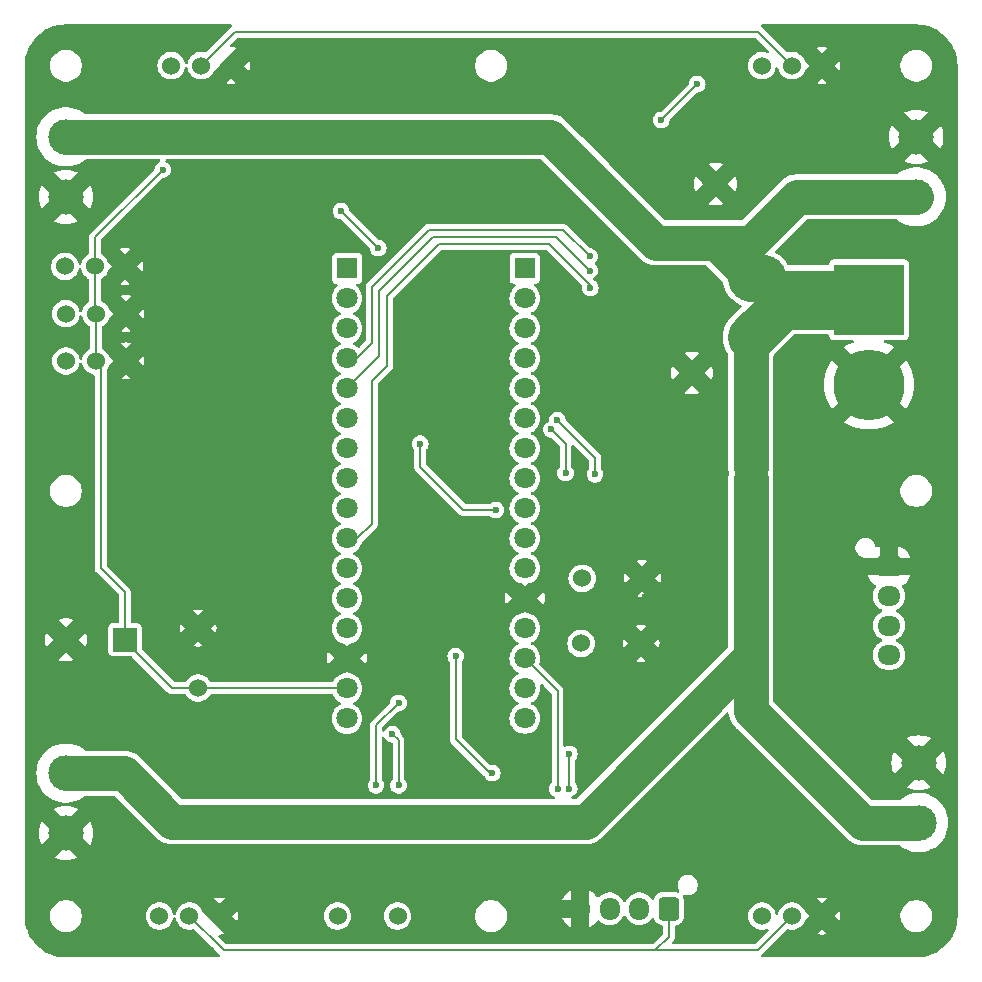
<source format=gbr>
%TF.GenerationSoftware,KiCad,Pcbnew,8.0.8*%
%TF.CreationDate,2025-02-10T09:25:16+01:00*%
%TF.ProjectId,Ares_v1_BaseBoard,41726573-5f76-4315-9f42-617365426f61,rev?*%
%TF.SameCoordinates,Original*%
%TF.FileFunction,Copper,L2,Bot*%
%TF.FilePolarity,Positive*%
%FSLAX46Y46*%
G04 Gerber Fmt 4.6, Leading zero omitted, Abs format (unit mm)*
G04 Created by KiCad (PCBNEW 8.0.8) date 2025-02-10 09:25:16*
%MOMM*%
%LPD*%
G01*
G04 APERTURE LIST*
G04 Aperture macros list*
%AMRoundRect*
0 Rectangle with rounded corners*
0 $1 Rounding radius*
0 $2 $3 $4 $5 $6 $7 $8 $9 X,Y pos of 4 corners*
0 Add a 4 corners polygon primitive as box body*
4,1,4,$2,$3,$4,$5,$6,$7,$8,$9,$2,$3,0*
0 Add four circle primitives for the rounded corners*
1,1,$1+$1,$2,$3*
1,1,$1+$1,$4,$5*
1,1,$1+$1,$6,$7*
1,1,$1+$1,$8,$9*
0 Add four rect primitives between the rounded corners*
20,1,$1+$1,$2,$3,$4,$5,0*
20,1,$1+$1,$4,$5,$6,$7,0*
20,1,$1+$1,$6,$7,$8,$9,0*
20,1,$1+$1,$8,$9,$2,$3,0*%
G04 Aperture macros list end*
%TA.AperFunction,ComponentPad*%
%ADD10C,1.524000*%
%TD*%
%TA.AperFunction,ComponentPad*%
%ADD11RoundRect,0.250000X0.600000X0.725000X-0.600000X0.725000X-0.600000X-0.725000X0.600000X-0.725000X0*%
%TD*%
%TA.AperFunction,ComponentPad*%
%ADD12O,1.700000X1.950000*%
%TD*%
%TA.AperFunction,ComponentPad*%
%ADD13C,3.000000*%
%TD*%
%TA.AperFunction,ComponentPad*%
%ADD14C,1.800000*%
%TD*%
%TA.AperFunction,ComponentPad*%
%ADD15R,1.800000X1.800000*%
%TD*%
%TA.AperFunction,ComponentPad*%
%ADD16R,2.000000X2.000000*%
%TD*%
%TA.AperFunction,ComponentPad*%
%ADD17C,2.000000*%
%TD*%
%TA.AperFunction,ComponentPad*%
%ADD18C,6.000000*%
%TD*%
%TA.AperFunction,ComponentPad*%
%ADD19R,6.000000X6.000000*%
%TD*%
%TA.AperFunction,ComponentPad*%
%ADD20RoundRect,0.250000X-0.725000X0.600000X-0.725000X-0.600000X0.725000X-0.600000X0.725000X0.600000X0*%
%TD*%
%TA.AperFunction,ComponentPad*%
%ADD21O,1.950000X1.700000*%
%TD*%
%TA.AperFunction,ViaPad*%
%ADD22C,0.600000*%
%TD*%
%TA.AperFunction,Conductor*%
%ADD23C,0.200000*%
%TD*%
%TA.AperFunction,Conductor*%
%ADD24C,3.000000*%
%TD*%
%TA.AperFunction,Conductor*%
%ADD25C,4.000000*%
%TD*%
%TA.AperFunction,Conductor*%
%ADD26C,5.000000*%
%TD*%
G04 APERTURE END LIST*
D10*
%TO.P,D2,1,K*%
%TO.N,GND*%
X157700000Y-102900000D03*
%TO.P,D2,2,A*%
%TO.N,Net-(D2-A)*%
X152620000Y-102900000D03*
%TD*%
%TO.P,J22,1,Pin_1*%
%TO.N,/D16{slash}PWM*%
X109000000Y-75000000D03*
%TO.P,J22,2,Pin_2*%
%TO.N,+5V*%
X111540000Y-75000000D03*
%TO.P,J22,3,Pin_3*%
%TO.N,GND*%
X114080000Y-75000000D03*
%TD*%
D11*
%TO.P,J2,1,1*%
%TO.N,+5V*%
X160050000Y-125375000D03*
D12*
%TO.P,J2,2,2*%
%TO.N,/UART_TX*%
X157550000Y-125375000D03*
%TO.P,J2,3,3*%
%TO.N,/UART_RX*%
X155050000Y-125375000D03*
%TO.P,J2,4,4*%
%TO.N,GND*%
X152550000Y-125375000D03*
%TD*%
D13*
%TO.P,J14,1,Pin_1*%
%TO.N,+12V*%
X181200000Y-118080000D03*
%TO.P,J14,2,Pin_2*%
%TO.N,GND*%
X181200000Y-113000000D03*
%TD*%
D10*
%TO.P,C2,1*%
%TO.N,+5V*%
X120200000Y-106700000D03*
%TO.P,C2,2*%
%TO.N,GND*%
X120200000Y-101620000D03*
%TD*%
D14*
%TO.P,U1,NC*%
%TO.N,N/C*%
X132800000Y-109260000D03*
X147862200Y-109252800D03*
D15*
%TO.P,U1,30,D12/MISO*%
%TO.N,unconnected-(U1-D12{slash}MISO-Pad30)*%
X147862200Y-71152800D03*
D14*
%TO.P,U1,29,D11/MOSI*%
%TO.N,unconnected-(U1-D11{slash}MOSI-Pad29)*%
X147862200Y-73692800D03*
%TO.P,U1,28,D10/PWM*%
%TO.N,/D10{slash}PWM*%
X147862200Y-76232800D03*
%TO.P,U1,27,D9/PWM*%
%TO.N,/D9{slash}PWM*%
X147862200Y-78772800D03*
%TO.P,U1,26,D8*%
%TO.N,/D8{slash}LED2*%
X147862200Y-81312800D03*
%TO.P,U1,25,D7*%
%TO.N,/D7{slash}LED1*%
X147862200Y-83852800D03*
%TO.P,U1,24,D6/PWM*%
%TO.N,/D6{slash}PWM*%
X147862200Y-86392800D03*
%TO.P,U1,23,D5/PWM*%
%TO.N,/D5{slash}PWM*%
X147862200Y-88932800D03*
%TO.P,U1,22,D4*%
%TO.N,/D4{slash}PWM*%
X147862200Y-91472800D03*
%TO.P,U1,21,D3/PWM*%
%TO.N,/D3{slash}PWM*%
X147862200Y-94012800D03*
%TO.P,U1,20,D2*%
%TO.N,unconnected-(U1-D2-Pad20)*%
X147862200Y-96552800D03*
%TO.P,U1,18,~{RESET}*%
%TO.N,Net-(U1-~{RESET}-Pad13)*%
X132800000Y-101640000D03*
X147862200Y-101632800D03*
%TO.P,U1,17,RX*%
%TO.N,/UART_RX*%
X147862200Y-104172800D03*
%TO.P,U1,16,TX*%
%TO.N,/UART_TX*%
X147862200Y-106712800D03*
%TO.P,U1,15,VIN*%
%TO.N,+5V*%
X132800000Y-106720000D03*
%TO.P,U1,14,GND*%
%TO.N,GND*%
X132800000Y-104180000D03*
X147862200Y-99092800D03*
%TO.P,U1,12,VUSB*%
%TO.N,unconnected-(U1-VUSB-Pad12)*%
X132800000Y-99100000D03*
%TO.P,U1,11,A7*%
%TO.N,/D21{slash}A7*%
X132800000Y-96560000D03*
%TO.P,U1,10,A6*%
%TO.N,/D20{slash}A6*%
X132800000Y-94020000D03*
%TO.P,U1,9,A5/SCL*%
%TO.N,/D19{slash}SCL*%
X132800000Y-91480000D03*
%TO.P,U1,8,A4/SDA*%
%TO.N,/D18{slash}SDA*%
X132800000Y-88940000D03*
%TO.P,U1,7,A3*%
%TO.N,/D17{slash}PWM*%
X132800000Y-86400000D03*
%TO.P,U1,6,A2*%
%TO.N,/D16{slash}PWM*%
X132800000Y-83860000D03*
%TO.P,U1,5,A1*%
%TO.N,/D15{slash}A1*%
X132800000Y-81320000D03*
%TO.P,U1,4,A0/DAC0*%
%TO.N,/D14{slash}A0*%
X132800000Y-78780000D03*
%TO.P,U1,3,AREF*%
%TO.N,unconnected-(U1-AREF-Pad3)*%
X132800000Y-76240000D03*
%TO.P,U1,2,+3V3*%
%TO.N,unconnected-(U1-+3V3-Pad2)*%
X132800000Y-73700000D03*
D15*
%TO.P,U1,1,D13*%
%TO.N,unconnected-(U1-D13-Pad1)*%
X132800000Y-71160000D03*
%TD*%
D13*
%TO.P,J13,1,Pin_1*%
%TO.N,+12V*%
X181000000Y-65100000D03*
%TO.P,J13,2,Pin_2*%
%TO.N,GND*%
X181000000Y-60020000D03*
%TD*%
D16*
%TO.P,C1,1*%
%TO.N,+12V*%
X167000000Y-80000000D03*
D17*
%TO.P,C1,2*%
%TO.N,GND*%
X162000000Y-80000000D03*
%TD*%
D13*
%TO.P,J21,1,Pin_1*%
%TO.N,+12V*%
X109000000Y-113900000D03*
%TO.P,J21,2,Pin_2*%
%TO.N,GND*%
X109000000Y-118980000D03*
%TD*%
D10*
%TO.P,D1,1,K*%
%TO.N,GND*%
X157800000Y-97400000D03*
%TO.P,D1,2,A*%
%TO.N,Net-(D1-A)*%
X152720000Y-97400000D03*
%TD*%
%TO.P,J5,1,Pin_1*%
%TO.N,/D5{slash}PWM*%
X167920000Y-54000000D03*
%TO.P,J5,2,Pin_2*%
%TO.N,+5V*%
X170460000Y-54000000D03*
%TO.P,J5,3,Pin_3*%
%TO.N,GND*%
X173000000Y-54000000D03*
%TD*%
D18*
%TO.P,J15,N,NEG*%
%TO.N,GND*%
X177000000Y-81000000D03*
D19*
%TO.P,J15,P,POS*%
%TO.N,+12V*%
X177000000Y-73800000D03*
%TD*%
D13*
%TO.P,J20,1,Pin_1*%
%TO.N,+12V*%
X109000000Y-60020000D03*
%TO.P,J20,2,Pin_2*%
%TO.N,GND*%
X109000000Y-65100000D03*
%TD*%
D16*
%TO.P,C4,1*%
%TO.N,+12V*%
X164000000Y-69000000D03*
D17*
%TO.P,C4,2*%
%TO.N,GND*%
X164000000Y-64000000D03*
%TD*%
D10*
%TO.P,J12,1,Pin_1*%
%TO.N,/D6{slash}PWM*%
X116920000Y-126000000D03*
%TO.P,J12,2,Pin_2*%
%TO.N,+5V*%
X119460000Y-126000000D03*
%TO.P,J12,3,Pin_3*%
%TO.N,GND*%
X122000000Y-126000000D03*
%TD*%
%TO.P,J3,1,Pin_1*%
%TO.N,/D10{slash}PWM*%
X108920000Y-71000000D03*
%TO.P,J3,2,Pin_2*%
%TO.N,+5V*%
X111460000Y-71000000D03*
%TO.P,J3,3,Pin_3*%
%TO.N,GND*%
X114000000Y-71000000D03*
%TD*%
D20*
%TO.P,J1,1,1*%
%TO.N,GND*%
X178700000Y-96400000D03*
D21*
%TO.P,J1,2,2*%
%TO.N,/Lipo_Cell_1*%
X178700000Y-98900000D03*
%TO.P,J1,3,3*%
%TO.N,/Lipo_Cell_1_2*%
X178700000Y-101400000D03*
%TO.P,J1,4,4*%
%TO.N,/Lipo_Cell_1_2_3*%
X178700000Y-103900000D03*
%TD*%
D10*
%TO.P,J23,1,Pin_1*%
%TO.N,/D17{slash}PWM*%
X109000000Y-79000000D03*
%TO.P,J23,2,Pin_2*%
%TO.N,+5V*%
X111540000Y-79000000D03*
%TO.P,J23,3,Pin_3*%
%TO.N,GND*%
X114080000Y-79000000D03*
%TD*%
%TO.P,J10,1,Pin_1*%
%TO.N,/D9{slash}PWM*%
X167920000Y-126000000D03*
%TO.P,J10,2,Pin_2*%
%TO.N,+5V*%
X170460000Y-126000000D03*
%TO.P,J10,3,Pin_3*%
%TO.N,GND*%
X173000000Y-126000000D03*
%TD*%
%TO.P,J27,1,Pin_1*%
%TO.N,/D18{slash}SDA*%
X132000000Y-126000000D03*
%TO.P,J27,2,Pin_2*%
%TO.N,/D19{slash}SCL*%
X137080000Y-126000000D03*
%TD*%
%TO.P,J4,1,Pin_1*%
%TO.N,/D4{slash}PWM*%
X117920000Y-54000000D03*
%TO.P,J4,2,Pin_2*%
%TO.N,+5V*%
X120460000Y-54000000D03*
%TO.P,J4,3,Pin_3*%
%TO.N,GND*%
X123000000Y-54000000D03*
%TD*%
D16*
%TO.P,C3,1*%
%TO.N,+5V*%
X114000000Y-102600000D03*
D17*
%TO.P,C3,2*%
%TO.N,GND*%
X109000000Y-102600000D03*
%TD*%
D22*
%TO.N,GND*%
X160147000Y-107061000D03*
X162814000Y-104521000D03*
X164592000Y-109982000D03*
X106172000Y-118999000D03*
X106807000Y-116840000D03*
X106426000Y-120777000D03*
X111506000Y-117094000D03*
X111125000Y-120777000D03*
X109728000Y-122047000D03*
X108585000Y-68580000D03*
X107061000Y-62738000D03*
X106680000Y-66929000D03*
X178435000Y-62230000D03*
X183261000Y-61976000D03*
X183388000Y-115189000D03*
X178943000Y-114935000D03*
X183134000Y-110998000D03*
X181102000Y-109855000D03*
X178689000Y-110998000D03*
X122428000Y-100076000D03*
X118491000Y-103251000D03*
X118618000Y-99568000D03*
%TO.N,/UART_TX*%
X151625000Y-115200000D03*
X151625000Y-112275000D03*
%TO.N,GND*%
X145500000Y-63000000D03*
X111379000Y-97917000D03*
X132334000Y-115316000D03*
X119380000Y-128905000D03*
X169000000Y-58500000D03*
X137795000Y-73787000D03*
X110363000Y-108712000D03*
X172339000Y-128397000D03*
X157500000Y-63500000D03*
X181864000Y-77851000D03*
X127000000Y-74000000D03*
X168000000Y-118000000D03*
X174000000Y-102800000D03*
X150000000Y-54000000D03*
X150749000Y-123317000D03*
X152400000Y-87503000D03*
X123063000Y-56642000D03*
X141000000Y-74500000D03*
X117500000Y-69000000D03*
X113411000Y-82042000D03*
X172000000Y-122000000D03*
X117221000Y-82042000D03*
X153035000Y-68326000D03*
X130175000Y-70485000D03*
X148000000Y-63000000D03*
X145500000Y-98000000D03*
X144145000Y-80899000D03*
X169500000Y-120000000D03*
X107569000Y-110236000D03*
X145500000Y-106500000D03*
X144272000Y-83947000D03*
X138500000Y-104000000D03*
X129500000Y-88000000D03*
X131826000Y-69088000D03*
X176500000Y-54000000D03*
X120777000Y-109220000D03*
X136017000Y-111379000D03*
X174625000Y-86741000D03*
X119000000Y-113500000D03*
X116500000Y-68000000D03*
X151257000Y-64897000D03*
X140500000Y-80000000D03*
X161500000Y-72500000D03*
X141605000Y-66675000D03*
X175300000Y-102800000D03*
X159512000Y-84455000D03*
X178000000Y-122500000D03*
X113157000Y-88392000D03*
X160000000Y-102000000D03*
X138500000Y-101000000D03*
X140843000Y-100076000D03*
X143000000Y-87500000D03*
X146000000Y-122000000D03*
X107000000Y-123000000D03*
X116000000Y-78000000D03*
X137668000Y-75057000D03*
X151384000Y-106045000D03*
X134239000Y-95250000D03*
X125500000Y-69500000D03*
X136144000Y-121539000D03*
X175641000Y-97663000D03*
X141000000Y-77500000D03*
X153035000Y-81534000D03*
X137668000Y-76708000D03*
X167500000Y-59500000D03*
X149606000Y-109982000D03*
X140970000Y-93853000D03*
X171200000Y-103200000D03*
X179500000Y-68000000D03*
X158000000Y-54000000D03*
X130500000Y-82500000D03*
X172700000Y-103100000D03*
X179451000Y-86741000D03*
X137795000Y-87757000D03*
X139573000Y-90297000D03*
X122809000Y-107950000D03*
X121000000Y-69000000D03*
X121793000Y-114935000D03*
X132000000Y-114000000D03*
X145500000Y-90500000D03*
X145034000Y-115570000D03*
X138938000Y-115443000D03*
X107000000Y-74500000D03*
X117729000Y-109728000D03*
X183500000Y-86000000D03*
X144000000Y-79500000D03*
X145000000Y-103000000D03*
X116586000Y-71882000D03*
X121412000Y-82042000D03*
X169418000Y-92202000D03*
X162306000Y-121920000D03*
X152654000Y-127635000D03*
X113500000Y-127500000D03*
X145923000Y-82423000D03*
X137541000Y-78486000D03*
X160147000Y-59436000D03*
X137922000Y-82804000D03*
X170000000Y-122500000D03*
X161036000Y-120904000D03*
X164592000Y-94361000D03*
X116713000Y-94742000D03*
X172500000Y-51500000D03*
X149606000Y-107188000D03*
X139954000Y-73533000D03*
X152781000Y-111506000D03*
X129000000Y-63500000D03*
X125349000Y-53975000D03*
X145288000Y-69977000D03*
X154432000Y-112776000D03*
X136271000Y-90424000D03*
X170434000Y-96901000D03*
X155000000Y-104000000D03*
X172847000Y-97155000D03*
X121285000Y-72009000D03*
X115316000Y-100457000D03*
X155000000Y-58000000D03*
X123952000Y-127762000D03*
X142500000Y-63000000D03*
X116459000Y-70104000D03*
X116000000Y-83500000D03*
X119500000Y-74000000D03*
X110617000Y-92964000D03*
X115500000Y-111000000D03*
X120500000Y-63500000D03*
X136017000Y-93472000D03*
X155194000Y-52451000D03*
X126500000Y-81500000D03*
X153162000Y-74168000D03*
X149987000Y-52578000D03*
X123190000Y-91567000D03*
X163703000Y-84074000D03*
X170688000Y-108077000D03*
X139000000Y-121500000D03*
X137287000Y-80264000D03*
X147375000Y-121300000D03*
X113411000Y-92456000D03*
X158623000Y-100711000D03*
X143129000Y-73787000D03*
X141000000Y-126000000D03*
X134620000Y-66929000D03*
X169672000Y-84582000D03*
X143500000Y-78000000D03*
X183000000Y-77000000D03*
X176900000Y-113400000D03*
X124500000Y-108500000D03*
X150500000Y-77500000D03*
X107000000Y-82500000D03*
X136271000Y-100711000D03*
X175006000Y-112395000D03*
X141097000Y-96393000D03*
X140000000Y-106000000D03*
X131000000Y-55000000D03*
X152781000Y-95758000D03*
X113000000Y-52000000D03*
X151765000Y-107188000D03*
X158496000Y-118364000D03*
X136144000Y-107442000D03*
X149500000Y-121500000D03*
X121920000Y-86868000D03*
X160147000Y-98552000D03*
X123500000Y-123000000D03*
X109500000Y-68000000D03*
X165000000Y-115000000D03*
X140000000Y-66500000D03*
X143129000Y-110363000D03*
X181229000Y-86106000D03*
X123698000Y-105410000D03*
X143002000Y-92837000D03*
X131699000Y-52578000D03*
X163957000Y-82169000D03*
X171000000Y-61000000D03*
X139500000Y-123000000D03*
X136144000Y-88265000D03*
X180848000Y-93853000D03*
X170053000Y-95377000D03*
X153035000Y-84709000D03*
X164084000Y-85725000D03*
X162306000Y-57531000D03*
X165500000Y-112000000D03*
X122047000Y-105537000D03*
X124500000Y-74500000D03*
X136271000Y-102997000D03*
X181483000Y-102870000D03*
X162000000Y-58500000D03*
X126500000Y-76500000D03*
X140335000Y-70866000D03*
X136144000Y-85725000D03*
X123444000Y-84201000D03*
X139954000Y-110363000D03*
X174244000Y-97536000D03*
X183500000Y-60000000D03*
X125500000Y-96000000D03*
X122428000Y-82931000D03*
X134112000Y-105537000D03*
X133350000Y-69088000D03*
X155067000Y-76200000D03*
X121285000Y-128905000D03*
X155067000Y-79756000D03*
X110490000Y-87376000D03*
X106000000Y-64000000D03*
X124500000Y-101500000D03*
X141351000Y-83820000D03*
X144000000Y-86000000D03*
X156845000Y-95123000D03*
X124460000Y-87757000D03*
X151000000Y-103000000D03*
X145300000Y-93600000D03*
X119507000Y-115189000D03*
X163449000Y-94615000D03*
X115500000Y-55000000D03*
X118491000Y-83439000D03*
X131318000Y-120650000D03*
X134239000Y-100457000D03*
X127508000Y-69977000D03*
X127000000Y-55000000D03*
X150495000Y-97282000D03*
X125603000Y-72009000D03*
X145000000Y-100000000D03*
X139000000Y-96000000D03*
X125603000Y-105537000D03*
X142000000Y-81500000D03*
X134500000Y-54500000D03*
X149479000Y-120523000D03*
X129286000Y-107950000D03*
X164084000Y-120269000D03*
X150622000Y-105283000D03*
X150368000Y-127508000D03*
X171577000Y-123571000D03*
X109000000Y-86500000D03*
X115000000Y-52500000D03*
X119507000Y-110744000D03*
X115062000Y-82169000D03*
X156464000Y-122428000D03*
X171500000Y-69500000D03*
X113500000Y-119000000D03*
X121920000Y-98044000D03*
X144780000Y-111252000D03*
X163576000Y-93218000D03*
X169800000Y-103200000D03*
X148082000Y-66802000D03*
X110871000Y-82169000D03*
X109093000Y-99314000D03*
X180000000Y-121500000D03*
X129500000Y-66500000D03*
X175000000Y-123500000D03*
X106807000Y-107442000D03*
X126746000Y-92710000D03*
X181483000Y-99441000D03*
X152654000Y-110236000D03*
X127500000Y-79500000D03*
X130000000Y-115000000D03*
X114554000Y-64008000D03*
X147500000Y-113000000D03*
X113157000Y-91059000D03*
X137000000Y-55000000D03*
X149098000Y-115189000D03*
X117475000Y-79756000D03*
X124333000Y-71882000D03*
X138430000Y-112014000D03*
X181229000Y-95123000D03*
X136144000Y-83820000D03*
X126111000Y-125984000D03*
X114000000Y-54500000D03*
X125000000Y-63500000D03*
X142875000Y-82296000D03*
X124500000Y-78500000D03*
X130500000Y-85500000D03*
X135001000Y-52451000D03*
X140208000Y-113538000D03*
X140000000Y-102000000D03*
X172212000Y-109728000D03*
X134239000Y-112649000D03*
X137795000Y-84709000D03*
X175500000Y-52000000D03*
X134239000Y-102997000D03*
X129500000Y-105500000D03*
X125095000Y-111760000D03*
X157226000Y-117221000D03*
X143000000Y-101000000D03*
X152527000Y-88900000D03*
X120396000Y-85471000D03*
X164211000Y-88392000D03*
X126500000Y-95000000D03*
X158496000Y-57150000D03*
X111000000Y-63000000D03*
X126238000Y-52451000D03*
X174500000Y-56000000D03*
X140716000Y-85725000D03*
X164338000Y-95885000D03*
X129500000Y-97500000D03*
X145415000Y-112522000D03*
X162560000Y-118999000D03*
X163957000Y-52832000D03*
X174117000Y-105029000D03*
X117475000Y-88646000D03*
X143256000Y-85217000D03*
X158750000Y-61087000D03*
X139500000Y-98000000D03*
X161036000Y-92456000D03*
X122000000Y-77000000D03*
X164500000Y-55500000D03*
X164600000Y-100900000D03*
X134112000Y-121666000D03*
X141478000Y-69977000D03*
X174500000Y-61000000D03*
X134366000Y-108077000D03*
X127381000Y-109474000D03*
X142621000Y-76327000D03*
X149987000Y-104394000D03*
X164592000Y-92456000D03*
X135763000Y-124333000D03*
X143764000Y-114681000D03*
X149479000Y-112776000D03*
X159766000Y-87630000D03*
X138303000Y-120523000D03*
X174500000Y-68000000D03*
X111500000Y-122000000D03*
X170815000Y-106680000D03*
X160909000Y-52578000D03*
X151765000Y-108966000D03*
X108204000Y-105283000D03*
X125000000Y-55000000D03*
X156900000Y-109900000D03*
X126500000Y-100000000D03*
X142240000Y-115570000D03*
X140716000Y-111379000D03*
X159766000Y-119888000D03*
X157500000Y-59000000D03*
X156337000Y-100711000D03*
X128270000Y-120523000D03*
X124333000Y-94361000D03*
X164084000Y-87122000D03*
X127000000Y-66500000D03*
X163576000Y-123317000D03*
X175768000Y-105156000D03*
X133477000Y-122936000D03*
X169672000Y-90424000D03*
X127889000Y-105410000D03*
X120500000Y-81000000D03*
X123500000Y-112000000D03*
X129667000Y-92329000D03*
X145000000Y-72500000D03*
X160528000Y-55753000D03*
X118872000Y-107823000D03*
X178000000Y-56500000D03*
X171500000Y-84000000D03*
X125222000Y-85217000D03*
X154305000Y-120396000D03*
X136144000Y-99314000D03*
X161798000Y-99695000D03*
X143000000Y-89500000D03*
X124500000Y-98500000D03*
X173736000Y-111125000D03*
X127500000Y-98000000D03*
X139500000Y-54500000D03*
X127000000Y-115000000D03*
X115500000Y-80000000D03*
X162306000Y-93345000D03*
X152908000Y-112776000D03*
X129500000Y-53500000D03*
X150241000Y-93599000D03*
X115316000Y-98933000D03*
X127000000Y-102500000D03*
X153035000Y-77343000D03*
X138430000Y-88900000D03*
X166497000Y-122682000D03*
X133500000Y-121000000D03*
X118000000Y-52000000D03*
X167000000Y-55500000D03*
X127500000Y-104500000D03*
X116078000Y-75692000D03*
X113030000Y-65151000D03*
X121000000Y-114000000D03*
X113411000Y-68707000D03*
X150876000Y-66675000D03*
X129000000Y-90500000D03*
X116840000Y-107442000D03*
X117348000Y-128143000D03*
X112649000Y-100203000D03*
X136144000Y-81407000D03*
X155500000Y-59500000D03*
X183500000Y-63000000D03*
X113284000Y-94361000D03*
X119380000Y-92456000D03*
X112000000Y-55000000D03*
X106426000Y-101346000D03*
X137795000Y-68199000D03*
X162000000Y-113500000D03*
X155300000Y-108400000D03*
X180086000Y-106045000D03*
X119253000Y-71882000D03*
X153500000Y-58500000D03*
X139319000Y-107823000D03*
X143000000Y-96500000D03*
X109093000Y-77216000D03*
X155194000Y-92964000D03*
X143000000Y-94500000D03*
X145288000Y-108839000D03*
X176600000Y-102700000D03*
X107000000Y-78000000D03*
X177546000Y-87503000D03*
X177419000Y-105664000D03*
X152781000Y-114935000D03*
X154813000Y-87376000D03*
X169799000Y-88392000D03*
X129286000Y-71501000D03*
X157000000Y-108000000D03*
X140970000Y-109220000D03*
X121666000Y-56642000D03*
X161544000Y-117729000D03*
X160147000Y-116586000D03*
X138176000Y-124460000D03*
X171000000Y-81500000D03*
X140081000Y-52451000D03*
X183500000Y-69500000D03*
X173482000Y-85725000D03*
X165481000Y-125476000D03*
X150368000Y-95377000D03*
X168500000Y-62000000D03*
X147000000Y-115000000D03*
X160000000Y-61500000D03*
X175768000Y-125984000D03*
X163500000Y-111500000D03*
X142000000Y-122000000D03*
X148000000Y-123000000D03*
X151000000Y-99000000D03*
X117500000Y-112500000D03*
X117983000Y-114046000D03*
X121000000Y-112000000D03*
X124968000Y-123571000D03*
X115570000Y-69342000D03*
X110998000Y-84582000D03*
X118491000Y-63881000D03*
X123698000Y-113538000D03*
X113157000Y-109728000D03*
X161000000Y-105000000D03*
X127127000Y-85344000D03*
X119500000Y-67000000D03*
X109220000Y-81280000D03*
X138176000Y-113665000D03*
X113538000Y-95885000D03*
X124000000Y-69500000D03*
X145500000Y-84000000D03*
X112649000Y-98933000D03*
X145500000Y-78000000D03*
X131000000Y-63500000D03*
X153162000Y-66802000D03*
X130000000Y-80000000D03*
X129667000Y-122301000D03*
X140208000Y-87376000D03*
X162052000Y-53340000D03*
X150500000Y-55500000D03*
X130000000Y-73000000D03*
X159385000Y-90551000D03*
X183500000Y-58500000D03*
X126619000Y-121793000D03*
X126365000Y-110871000D03*
X122000000Y-110500000D03*
X116000000Y-74000000D03*
X113284000Y-83312000D03*
X108000000Y-121500000D03*
X140000000Y-93500000D03*
X158500000Y-62500000D03*
X121031000Y-89662000D03*
X129000000Y-95000000D03*
X166000000Y-60500000D03*
X136144000Y-106045000D03*
X143000000Y-98500000D03*
X153700000Y-107000000D03*
X143002000Y-108331000D03*
X142000000Y-54500000D03*
X144272000Y-66929000D03*
X143000000Y-103500000D03*
X140843000Y-91567000D03*
X164600000Y-102700000D03*
X136144000Y-113792000D03*
X133096000Y-113919000D03*
X136144000Y-97663000D03*
X114808000Y-105156000D03*
X154500000Y-59500000D03*
X139000000Y-63000000D03*
X171450000Y-97028000D03*
X113030000Y-85979000D03*
X178500000Y-52000000D03*
X165100000Y-121539000D03*
X111500000Y-66000000D03*
X181102000Y-101346000D03*
X181356000Y-105029000D03*
X177000000Y-125000000D03*
X131500000Y-123500000D03*
X128016000Y-124206000D03*
X145500000Y-89000000D03*
X137033000Y-109347000D03*
X128397000Y-85344000D03*
X121920000Y-74295000D03*
X136144000Y-120523000D03*
X106426000Y-104013000D03*
X115000000Y-68000000D03*
X165000000Y-59500000D03*
X113000000Y-124000000D03*
X165500000Y-55500000D03*
X144780000Y-75184000D03*
X154940000Y-61214000D03*
X177000000Y-127000000D03*
X123000000Y-67000000D03*
X126873000Y-107950000D03*
X126873000Y-87630000D03*
X158000000Y-99000000D03*
X150500000Y-75000000D03*
X155956000Y-94361000D03*
X158500000Y-104500000D03*
X150000000Y-66500000D03*
X137922000Y-109474000D03*
X179500000Y-58000000D03*
X154000000Y-100000000D03*
X138176000Y-122555000D03*
X152654000Y-93472000D03*
X160500000Y-54500000D03*
X134112000Y-97917000D03*
X114681000Y-97409000D03*
X178000000Y-59000000D03*
X140081000Y-76073000D03*
X107000000Y-86000000D03*
X114173000Y-104521000D03*
X162900000Y-115800000D03*
X178435000Y-93218000D03*
X118745000Y-96520000D03*
X182245000Y-83820000D03*
X110617000Y-94996000D03*
X154000000Y-55000000D03*
X129000000Y-112000000D03*
X121285000Y-94869000D03*
X129500000Y-101000000D03*
X167894000Y-123952000D03*
X155829000Y-101600000D03*
X165989000Y-52705000D03*
X143500000Y-71000000D03*
X140081000Y-84836000D03*
X119253000Y-80518000D03*
X130000000Y-77500000D03*
X115824000Y-106426000D03*
X169545000Y-93472000D03*
X181483000Y-97409000D03*
X183500000Y-81000000D03*
X155321000Y-121285000D03*
X136144000Y-115824000D03*
X165500000Y-58500000D03*
X136144000Y-104648000D03*
X106500000Y-68500000D03*
X169672000Y-106426000D03*
X145500000Y-96000000D03*
X169672000Y-86614000D03*
X136271000Y-94615000D03*
X176500000Y-61500000D03*
X140335000Y-115443000D03*
X132334000Y-123825000D03*
X116586000Y-57023000D03*
X164211000Y-90297000D03*
X150500000Y-72000000D03*
X172085000Y-106553000D03*
X165800000Y-117000000D03*
X150241000Y-125476000D03*
X177500000Y-61000000D03*
X146050000Y-66802000D03*
X114681000Y-62611000D03*
X138303000Y-108458000D03*
X122000000Y-121000000D03*
X168400000Y-115600000D03*
X136271000Y-96139000D03*
X164338000Y-124587000D03*
X182118000Y-80264000D03*
X156000000Y-55000000D03*
X171000000Y-57000000D03*
X129000000Y-75500000D03*
X134239000Y-125603000D03*
X126619000Y-90424000D03*
X154940000Y-82804000D03*
X144272000Y-106045000D03*
X116000000Y-123500000D03*
X150500000Y-80500000D03*
X141859000Y-72263000D03*
X114808000Y-108331000D03*
X110998000Y-111125000D03*
X113030000Y-62992000D03*
X141986000Y-113284000D03*
X143129000Y-106807000D03*
X172200000Y-118400000D03*
X127500000Y-68500000D03*
X152527000Y-94488000D03*
X159004000Y-115443000D03*
%TO.N,+5V*%
X117200000Y-62800000D03*
%TO.N,/D19{slash}SCL*%
X136631765Y-110596765D03*
X137160000Y-114935000D03*
%TO.N,/D18{slash}SDA*%
X135255000Y-114935000D03*
X137160000Y-107950000D03*
%TO.N,/D4{slash}PWM*%
X139000000Y-86000000D03*
X135450000Y-69450000D03*
X132300000Y-66300000D03*
X145400000Y-91600000D03*
%TO.N,/D5{slash}PWM*%
X162450000Y-55550000D03*
X159400000Y-58600000D03*
%TO.N,/UART_RX*%
X150625000Y-115225000D03*
%TO.N,/D9{slash}PWM*%
X142000000Y-104000000D03*
X145100000Y-113900000D03*
%TO.N,/D7{slash}LED1*%
X150100000Y-84800000D03*
X151300000Y-88500000D03*
%TO.N,/D8{slash}LED2*%
X150600000Y-84000000D03*
X153800000Y-88600000D03*
%TO.N,/D20{slash}A6*%
X153400000Y-72800000D03*
%TO.N,/D15{slash}A1*%
X153350000Y-71350000D03*
%TO.N,/D14{slash}A0*%
X153350000Y-70150000D03*
%TD*%
D23*
%TO.N,/UART_TX*%
X151625000Y-115200000D02*
X151625000Y-112275000D01*
D24*
%TO.N,+12V*%
X167000000Y-108600000D02*
X176480000Y-118080000D01*
X167000000Y-104000000D02*
X153000000Y-118000000D01*
X167000000Y-104000000D02*
X167000000Y-108600000D01*
X170920000Y-65080000D02*
X170940000Y-65100000D01*
D23*
X169800000Y-73800000D02*
X170200000Y-73800000D01*
D24*
X168000000Y-72000000D02*
X169800000Y-73800000D01*
D25*
X167000000Y-72000000D02*
X168000000Y-72000000D01*
D24*
X153000000Y-118000000D02*
X118000000Y-118000000D01*
X167000000Y-77000000D02*
X167000000Y-88000000D01*
X118000000Y-118000000D02*
X113900000Y-113900000D01*
X176480000Y-118080000D02*
X181100000Y-118080000D01*
D26*
X177000000Y-73800000D02*
X170200000Y-73800000D01*
D24*
X149980000Y-60020000D02*
X114046000Y-60020000D01*
D25*
X170200000Y-73800000D02*
X167000000Y-77000000D01*
D24*
X159000000Y-69000000D02*
X150000000Y-60000000D01*
X164000000Y-69000000D02*
X167000000Y-69000000D01*
X164000000Y-69000000D02*
X159000000Y-69000000D01*
X167000000Y-89000000D02*
X167000000Y-104000000D01*
X164000000Y-69000000D02*
X167000000Y-72000000D01*
X167000000Y-69000000D02*
X170920000Y-65080000D01*
X170940000Y-65100000D02*
X181000000Y-65100000D01*
X114046000Y-60020000D02*
X109000000Y-60020000D01*
X113900000Y-113900000D02*
X109000000Y-113900000D01*
D23*
%TO.N,+5V*%
X160050000Y-127750000D02*
X158900000Y-128900000D01*
X120200000Y-106700000D02*
X132780000Y-106700000D01*
X122360000Y-128900000D02*
X158900000Y-128900000D01*
X120200000Y-106700000D02*
X118000000Y-106700000D01*
X167560000Y-128900000D02*
X170460000Y-126000000D01*
X117200000Y-62800000D02*
X111460000Y-68540000D01*
X123310000Y-51150000D02*
X167610000Y-51150000D01*
X111950000Y-96550000D02*
X111950000Y-79410000D01*
X132780000Y-106700000D02*
X132800000Y-106720000D01*
X111460000Y-71000000D02*
X111460000Y-74920000D01*
X160050000Y-125375000D02*
X160050000Y-127750000D01*
X111540000Y-75000000D02*
X111540000Y-79000000D01*
X114000000Y-98600000D02*
X111950000Y-96550000D01*
X111460000Y-74920000D02*
X111540000Y-75000000D01*
X158900000Y-128900000D02*
X167560000Y-128900000D01*
X114000000Y-102600000D02*
X114000000Y-98600000D01*
X120460000Y-54000000D02*
X123310000Y-51150000D01*
X118000000Y-106700000D02*
X114000000Y-102700000D01*
X167610000Y-51150000D02*
X170460000Y-54000000D01*
X114000000Y-102700000D02*
X114000000Y-102600000D01*
X119460000Y-126000000D02*
X122360000Y-128900000D01*
X111950000Y-79410000D02*
X111540000Y-79000000D01*
X111460000Y-68540000D02*
X111460000Y-71000000D01*
%TO.N,/D19{slash}SCL*%
X137160000Y-111125000D02*
X137160000Y-114935000D01*
X136631765Y-110596765D02*
X137160000Y-111125000D01*
%TO.N,/D18{slash}SDA*%
X137160000Y-107950000D02*
X135255000Y-109855000D01*
X135255000Y-109855000D02*
X135255000Y-114935000D01*
%TO.N,/D4{slash}PWM*%
X142600000Y-91600000D02*
X139000000Y-88000000D01*
X145400000Y-91600000D02*
X142600000Y-91600000D01*
X139000000Y-88000000D02*
X139000000Y-86000000D01*
X135450000Y-69450000D02*
X132300000Y-66300000D01*
%TO.N,/D5{slash}PWM*%
X159400000Y-58600000D02*
X162450000Y-55550000D01*
%TO.N,/UART_RX*%
X150625000Y-106935600D02*
X150625000Y-115225000D01*
X147862200Y-104172800D02*
X150625000Y-106935600D01*
%TO.N,/D9{slash}PWM*%
X142000000Y-111000000D02*
X142000000Y-104000000D01*
X144900000Y-113900000D02*
X142000000Y-111000000D01*
X145100000Y-113900000D02*
X144900000Y-113900000D01*
%TO.N,/D7{slash}LED1*%
X151300000Y-88500000D02*
X151300000Y-86000000D01*
X151300000Y-86000000D02*
X150100000Y-84800000D01*
%TO.N,/D8{slash}LED2*%
X153800000Y-87200000D02*
X150600000Y-84000000D01*
X153800000Y-88600000D02*
X153800000Y-87200000D01*
%TO.N,/D20{slash}A6*%
X136200000Y-79400000D02*
X134900000Y-80700000D01*
X134900000Y-80700000D02*
X134900000Y-92800000D01*
X134900000Y-92800000D02*
X133680000Y-94020000D01*
X149900000Y-69100000D02*
X140600000Y-69100000D01*
X153400000Y-72800000D02*
X153400000Y-72600000D01*
X153400000Y-72600000D02*
X149900000Y-69100000D01*
X140600000Y-69100000D02*
X136200000Y-73500000D01*
X136200000Y-73500000D02*
X136200000Y-79400000D01*
X133680000Y-94020000D02*
X132800000Y-94020000D01*
%TO.N,/D15{slash}A1*%
X135500000Y-73100000D02*
X135500000Y-78620000D01*
X140100000Y-68500000D02*
X135500000Y-73100000D01*
X153350000Y-71350000D02*
X150500000Y-68500000D01*
X150500000Y-68500000D02*
X140100000Y-68500000D01*
X135500000Y-78620000D02*
X132800000Y-81320000D01*
%TO.N,/D14{slash}A0*%
X134900000Y-72700000D02*
X134900000Y-77500000D01*
X153350000Y-70150000D02*
X151100000Y-67900000D01*
X139700000Y-67900000D02*
X134900000Y-72700000D01*
X134900000Y-77500000D02*
X133620000Y-78780000D01*
X151100000Y-67900000D02*
X139700000Y-67900000D01*
X133620000Y-78780000D02*
X132800000Y-78780000D01*
%TD*%
%TA.AperFunction,Conductor*%
%TO.N,GND*%
G36*
X123038231Y-50520185D02*
G01*
X123083986Y-50572989D01*
X123093930Y-50642147D01*
X123064905Y-50705703D01*
X123033193Y-50731887D01*
X123002686Y-50749500D01*
X123002683Y-50749502D01*
X120905448Y-52846736D01*
X120844125Y-52880221D01*
X120783842Y-52878324D01*
X120779504Y-52877090D01*
X120779498Y-52877088D01*
X120779496Y-52877088D01*
X120567721Y-52837500D01*
X120352279Y-52837500D01*
X120140504Y-52877088D01*
X120140501Y-52877088D01*
X120140501Y-52877089D01*
X119939611Y-52954913D01*
X119939605Y-52954916D01*
X119756437Y-53068329D01*
X119756435Y-53068331D01*
X119597223Y-53213471D01*
X119467386Y-53385402D01*
X119371360Y-53578249D01*
X119371356Y-53578259D01*
X119312397Y-53785482D01*
X119311888Y-53788210D01*
X119311284Y-53789397D01*
X119310831Y-53790990D01*
X119310519Y-53790901D01*
X119280218Y-53850490D01*
X119219904Y-53885761D01*
X119150096Y-53882825D01*
X119092957Y-53842614D01*
X119069357Y-53790936D01*
X119069169Y-53790990D01*
X119068817Y-53789755D01*
X119068112Y-53788210D01*
X119067602Y-53785482D01*
X119067601Y-53785479D01*
X119067601Y-53785476D01*
X119008643Y-53578258D01*
X119008639Y-53578249D01*
X118912613Y-53385402D01*
X118782776Y-53213471D01*
X118623564Y-53068331D01*
X118623562Y-53068329D01*
X118440394Y-52954916D01*
X118440388Y-52954913D01*
X118247583Y-52880221D01*
X118239496Y-52877088D01*
X118027721Y-52837500D01*
X117812279Y-52837500D01*
X117600504Y-52877088D01*
X117600501Y-52877088D01*
X117600501Y-52877089D01*
X117399611Y-52954913D01*
X117399605Y-52954916D01*
X117216437Y-53068329D01*
X117216435Y-53068331D01*
X117057223Y-53213471D01*
X116927386Y-53385402D01*
X116831360Y-53578249D01*
X116831356Y-53578259D01*
X116772398Y-53785480D01*
X116752520Y-54000000D01*
X116772398Y-54214519D01*
X116831356Y-54421740D01*
X116831360Y-54421750D01*
X116927386Y-54614597D01*
X117057223Y-54786528D01*
X117216435Y-54931668D01*
X117216437Y-54931670D01*
X117399605Y-55045083D01*
X117399611Y-55045086D01*
X117439813Y-55060660D01*
X117600504Y-55122912D01*
X117812279Y-55162500D01*
X117812281Y-55162500D01*
X118027719Y-55162500D01*
X118027721Y-55162500D01*
X118239496Y-55122912D01*
X118440391Y-55045085D01*
X118623564Y-54931669D01*
X118782778Y-54786526D01*
X118912612Y-54614599D01*
X119008643Y-54421742D01*
X119067601Y-54214524D01*
X119067602Y-54214514D01*
X119068112Y-54211791D01*
X119068715Y-54210604D01*
X119069169Y-54209010D01*
X119069480Y-54209098D01*
X119099780Y-54149511D01*
X119160093Y-54114239D01*
X119229901Y-54117173D01*
X119287041Y-54157383D01*
X119310642Y-54209063D01*
X119310831Y-54209010D01*
X119311183Y-54210247D01*
X119311888Y-54211791D01*
X119312397Y-54214514D01*
X119312398Y-54214519D01*
X119312399Y-54214524D01*
X119341339Y-54316239D01*
X119371356Y-54421740D01*
X119371360Y-54421750D01*
X119467386Y-54614597D01*
X119597223Y-54786528D01*
X119756435Y-54931668D01*
X119756437Y-54931670D01*
X119939605Y-55045083D01*
X119939611Y-55045086D01*
X119979813Y-55060660D01*
X120140504Y-55122912D01*
X120352279Y-55162500D01*
X120352281Y-55162500D01*
X120567719Y-55162500D01*
X120567721Y-55162500D01*
X120779496Y-55122912D01*
X120980391Y-55045085D01*
X121163564Y-54931669D01*
X121322778Y-54786526D01*
X121452612Y-54614599D01*
X121548643Y-54421742D01*
X121552175Y-54409326D01*
X121583761Y-54355577D01*
X122005165Y-53934174D01*
X122500000Y-53934174D01*
X122500000Y-54065826D01*
X122534075Y-54192993D01*
X122599901Y-54307007D01*
X122692993Y-54400099D01*
X122807007Y-54465925D01*
X122934174Y-54500000D01*
X123065826Y-54500000D01*
X123192993Y-54465925D01*
X123307007Y-54400099D01*
X123400099Y-54307007D01*
X123465925Y-54192993D01*
X123500000Y-54065826D01*
X123500000Y-53999999D01*
X124060660Y-53999999D01*
X124060660Y-54000000D01*
X124500731Y-54440071D01*
X124547540Y-54245101D01*
X124566829Y-54000000D01*
X124558464Y-53893713D01*
X143649500Y-53893713D01*
X143649500Y-54106287D01*
X143651224Y-54117173D01*
X143666641Y-54214514D01*
X143682754Y-54316243D01*
X143722988Y-54440071D01*
X143748444Y-54518414D01*
X143844951Y-54707820D01*
X143969890Y-54879786D01*
X144120213Y-55030109D01*
X144292179Y-55155048D01*
X144292181Y-55155049D01*
X144292184Y-55155051D01*
X144481588Y-55251557D01*
X144683757Y-55317246D01*
X144893713Y-55350500D01*
X144893714Y-55350500D01*
X145106286Y-55350500D01*
X145106287Y-55350500D01*
X145316243Y-55317246D01*
X145518412Y-55251557D01*
X145707816Y-55155051D01*
X145808264Y-55082072D01*
X145879786Y-55030109D01*
X145879788Y-55030106D01*
X145879792Y-55030104D01*
X146030104Y-54879792D01*
X146030106Y-54879788D01*
X146030109Y-54879786D01*
X146155048Y-54707820D01*
X146155047Y-54707820D01*
X146155051Y-54707816D01*
X146251557Y-54518412D01*
X146317246Y-54316243D01*
X146350500Y-54106287D01*
X146350500Y-53893713D01*
X146317246Y-53683757D01*
X146251557Y-53481588D01*
X146155051Y-53292184D01*
X146155049Y-53292181D01*
X146155048Y-53292179D01*
X146030109Y-53120213D01*
X145879786Y-52969890D01*
X145707820Y-52844951D01*
X145518414Y-52748444D01*
X145518413Y-52748443D01*
X145518412Y-52748443D01*
X145316243Y-52682754D01*
X145316241Y-52682753D01*
X145316240Y-52682753D01*
X145154957Y-52657208D01*
X145106287Y-52649500D01*
X144893713Y-52649500D01*
X144845042Y-52657208D01*
X144683760Y-52682753D01*
X144481585Y-52748444D01*
X144292179Y-52844951D01*
X144120213Y-52969890D01*
X143969890Y-53120213D01*
X143844951Y-53292179D01*
X143748444Y-53481585D01*
X143682753Y-53683760D01*
X143650759Y-53885761D01*
X143649500Y-53893713D01*
X124558464Y-53893713D01*
X124547540Y-53754898D01*
X124500731Y-53559927D01*
X124500730Y-53559927D01*
X124060660Y-53999999D01*
X123500000Y-53999999D01*
X123500000Y-53934174D01*
X123465925Y-53807007D01*
X123400099Y-53692993D01*
X123307007Y-53599901D01*
X123192993Y-53534075D01*
X123065826Y-53500000D01*
X122934174Y-53500000D01*
X122807007Y-53534075D01*
X122692993Y-53599901D01*
X122599901Y-53692993D01*
X122534075Y-53807007D01*
X122500000Y-53934174D01*
X122005165Y-53934174D01*
X122469670Y-53469670D01*
X123440071Y-52499267D01*
X123440071Y-52499266D01*
X123245102Y-52452459D01*
X123245103Y-52452459D01*
X123022150Y-52434913D01*
X122956862Y-52410029D01*
X122915391Y-52353798D01*
X122910904Y-52284073D01*
X122944195Y-52223617D01*
X123480995Y-51686819D01*
X123542318Y-51653334D01*
X123568676Y-51650500D01*
X167351324Y-51650500D01*
X167418363Y-51670185D01*
X167439005Y-51686819D01*
X168460111Y-52707925D01*
X168493596Y-52769248D01*
X168488612Y-52838940D01*
X168446740Y-52894873D01*
X168381276Y-52919290D01*
X168327637Y-52911233D01*
X168239500Y-52877089D01*
X168239497Y-52877088D01*
X168239496Y-52877088D01*
X168027721Y-52837500D01*
X167812279Y-52837500D01*
X167600504Y-52877088D01*
X167600501Y-52877088D01*
X167600501Y-52877089D01*
X167399611Y-52954913D01*
X167399605Y-52954916D01*
X167216437Y-53068329D01*
X167216435Y-53068331D01*
X167057223Y-53213471D01*
X166927386Y-53385402D01*
X166831360Y-53578249D01*
X166831356Y-53578259D01*
X166772398Y-53785480D01*
X166752520Y-54000000D01*
X166772398Y-54214519D01*
X166831356Y-54421740D01*
X166831360Y-54421750D01*
X166927386Y-54614597D01*
X167057223Y-54786528D01*
X167216435Y-54931668D01*
X167216437Y-54931670D01*
X167399605Y-55045083D01*
X167399611Y-55045086D01*
X167439813Y-55060660D01*
X167600504Y-55122912D01*
X167812279Y-55162500D01*
X167812281Y-55162500D01*
X168027719Y-55162500D01*
X168027721Y-55162500D01*
X168239496Y-55122912D01*
X168440391Y-55045085D01*
X168623564Y-54931669D01*
X168782778Y-54786526D01*
X168912612Y-54614599D01*
X169008643Y-54421742D01*
X169067601Y-54214524D01*
X169067602Y-54214514D01*
X169068112Y-54211791D01*
X169068715Y-54210604D01*
X169069169Y-54209010D01*
X169069480Y-54209098D01*
X169099780Y-54149511D01*
X169160093Y-54114239D01*
X169229901Y-54117173D01*
X169287041Y-54157383D01*
X169310642Y-54209063D01*
X169310831Y-54209010D01*
X169311183Y-54210247D01*
X169311888Y-54211791D01*
X169312397Y-54214514D01*
X169312398Y-54214519D01*
X169312399Y-54214524D01*
X169341339Y-54316239D01*
X169371356Y-54421740D01*
X169371360Y-54421750D01*
X169467386Y-54614597D01*
X169597223Y-54786528D01*
X169756435Y-54931668D01*
X169756437Y-54931670D01*
X169939605Y-55045083D01*
X169939611Y-55045086D01*
X169979813Y-55060660D01*
X170140504Y-55122912D01*
X170352279Y-55162500D01*
X170352281Y-55162500D01*
X170567719Y-55162500D01*
X170567721Y-55162500D01*
X170779496Y-55122912D01*
X170980391Y-55045085D01*
X171163564Y-54931669D01*
X171322778Y-54786526D01*
X171452612Y-54614599D01*
X171548643Y-54421742D01*
X171552175Y-54409326D01*
X171583761Y-54355576D01*
X171939339Y-53999999D01*
X171873514Y-53934174D01*
X172500000Y-53934174D01*
X172500000Y-54065826D01*
X172534075Y-54192993D01*
X172599901Y-54307007D01*
X172692993Y-54400099D01*
X172807007Y-54465925D01*
X172934174Y-54500000D01*
X173065826Y-54500000D01*
X173192993Y-54465925D01*
X173307007Y-54400099D01*
X173400099Y-54307007D01*
X173465925Y-54192993D01*
X173500000Y-54065826D01*
X173500000Y-53999999D01*
X174060660Y-53999999D01*
X174060660Y-54000000D01*
X174500731Y-54440071D01*
X174547540Y-54245101D01*
X174566829Y-54000000D01*
X174558464Y-53893713D01*
X179649500Y-53893713D01*
X179649500Y-54106287D01*
X179651224Y-54117173D01*
X179666641Y-54214514D01*
X179682754Y-54316243D01*
X179722988Y-54440071D01*
X179748444Y-54518414D01*
X179844951Y-54707820D01*
X179969890Y-54879786D01*
X180120213Y-55030109D01*
X180292179Y-55155048D01*
X180292181Y-55155049D01*
X180292184Y-55155051D01*
X180481588Y-55251557D01*
X180683757Y-55317246D01*
X180893713Y-55350500D01*
X180893714Y-55350500D01*
X181106286Y-55350500D01*
X181106287Y-55350500D01*
X181316243Y-55317246D01*
X181518412Y-55251557D01*
X181707816Y-55155051D01*
X181808264Y-55082072D01*
X181879786Y-55030109D01*
X181879788Y-55030106D01*
X181879792Y-55030104D01*
X182030104Y-54879792D01*
X182030106Y-54879788D01*
X182030109Y-54879786D01*
X182155048Y-54707820D01*
X182155047Y-54707820D01*
X182155051Y-54707816D01*
X182251557Y-54518412D01*
X182317246Y-54316243D01*
X182350500Y-54106287D01*
X182350500Y-53893713D01*
X182317246Y-53683757D01*
X182251557Y-53481588D01*
X182155051Y-53292184D01*
X182155049Y-53292181D01*
X182155048Y-53292179D01*
X182030109Y-53120213D01*
X181879786Y-52969890D01*
X181707820Y-52844951D01*
X181518414Y-52748444D01*
X181518413Y-52748443D01*
X181518412Y-52748443D01*
X181316243Y-52682754D01*
X181316241Y-52682753D01*
X181316240Y-52682753D01*
X181154957Y-52657208D01*
X181106287Y-52649500D01*
X180893713Y-52649500D01*
X180845042Y-52657208D01*
X180683760Y-52682753D01*
X180481585Y-52748444D01*
X180292179Y-52844951D01*
X180120213Y-52969890D01*
X179969890Y-53120213D01*
X179844951Y-53292179D01*
X179748444Y-53481585D01*
X179682753Y-53683760D01*
X179650759Y-53885761D01*
X179649500Y-53893713D01*
X174558464Y-53893713D01*
X174547540Y-53754898D01*
X174500731Y-53559927D01*
X174500730Y-53559927D01*
X174060660Y-53999999D01*
X173500000Y-53999999D01*
X173500000Y-53934174D01*
X173465925Y-53807007D01*
X173400099Y-53692993D01*
X173307007Y-53599901D01*
X173192993Y-53534075D01*
X173065826Y-53500000D01*
X172934174Y-53500000D01*
X172807007Y-53534075D01*
X172692993Y-53599901D01*
X172599901Y-53692993D01*
X172534075Y-53807007D01*
X172500000Y-53934174D01*
X171873514Y-53934174D01*
X171583761Y-53644421D01*
X171552175Y-53590673D01*
X171548642Y-53578256D01*
X171548640Y-53578252D01*
X171452613Y-53385402D01*
X171322776Y-53213471D01*
X171163564Y-53068331D01*
X171163562Y-53068329D01*
X170980394Y-52954916D01*
X170980388Y-52954913D01*
X170787583Y-52880221D01*
X170779496Y-52877088D01*
X170567721Y-52837500D01*
X170352279Y-52837500D01*
X170223964Y-52861486D01*
X170140492Y-52877090D01*
X170136149Y-52878326D01*
X170066282Y-52877730D01*
X170014550Y-52846736D01*
X169667080Y-52499266D01*
X172559927Y-52499266D01*
X172559927Y-52499267D01*
X173000000Y-52939340D01*
X173000001Y-52939340D01*
X173440071Y-52499267D01*
X173440071Y-52499266D01*
X173245102Y-52452459D01*
X173245103Y-52452459D01*
X173000000Y-52433170D01*
X172754896Y-52452459D01*
X172559927Y-52499266D01*
X169667080Y-52499266D01*
X167917316Y-50749502D01*
X167917314Y-50749500D01*
X167886806Y-50731886D01*
X167838592Y-50681319D01*
X167825370Y-50612712D01*
X167851338Y-50547848D01*
X167908252Y-50507320D01*
X167948808Y-50500500D01*
X180934108Y-50500500D01*
X180996949Y-50500500D01*
X181003032Y-50500648D01*
X181336929Y-50517052D01*
X181349037Y-50518245D01*
X181362116Y-50520185D01*
X181676699Y-50566849D01*
X181688617Y-50569219D01*
X182009951Y-50649709D01*
X182021588Y-50653240D01*
X182092806Y-50678722D01*
X182333467Y-50764832D01*
X182344688Y-50769479D01*
X182644163Y-50911120D01*
X182654871Y-50916844D01*
X182938988Y-51087137D01*
X182949106Y-51093897D01*
X183215170Y-51291224D01*
X183224576Y-51298944D01*
X183470013Y-51521395D01*
X183478604Y-51529986D01*
X183587832Y-51650500D01*
X183701055Y-51775423D01*
X183708775Y-51784829D01*
X183906102Y-52050893D01*
X183912862Y-52061011D01*
X184041776Y-52276092D01*
X184083148Y-52345116D01*
X184088883Y-52355844D01*
X184134578Y-52452459D01*
X184230514Y-52655297D01*
X184235170Y-52666540D01*
X184346759Y-52978411D01*
X184350292Y-52990055D01*
X184430777Y-53311369D01*
X184433151Y-53323305D01*
X184481754Y-53650962D01*
X184482947Y-53663071D01*
X184499351Y-53996966D01*
X184499500Y-54003051D01*
X184499500Y-125996948D01*
X184499351Y-126003033D01*
X184482947Y-126336928D01*
X184481754Y-126349037D01*
X184433151Y-126676694D01*
X184430777Y-126688630D01*
X184350292Y-127009944D01*
X184346759Y-127021588D01*
X184235170Y-127333459D01*
X184230514Y-127344702D01*
X184088885Y-127644151D01*
X184083148Y-127654883D01*
X183912862Y-127938988D01*
X183906102Y-127949106D01*
X183708775Y-128215170D01*
X183701055Y-128224576D01*
X183478611Y-128470006D01*
X183470006Y-128478611D01*
X183224576Y-128701055D01*
X183215170Y-128708775D01*
X182949106Y-128906102D01*
X182938988Y-128912862D01*
X182654883Y-129083148D01*
X182644151Y-129088885D01*
X182344702Y-129230514D01*
X182333459Y-129235170D01*
X182021588Y-129346759D01*
X182009944Y-129350292D01*
X181688630Y-129430777D01*
X181676694Y-129433151D01*
X181349037Y-129481754D01*
X181336928Y-129482947D01*
X181021989Y-129498419D01*
X181003031Y-129499351D01*
X180996949Y-129499500D01*
X167967676Y-129499500D01*
X167900637Y-129479815D01*
X167854882Y-129427011D01*
X167844938Y-129357853D01*
X167873963Y-129294297D01*
X167879995Y-129287819D01*
X168261712Y-128906102D01*
X169667082Y-127500730D01*
X172559927Y-127500730D01*
X172559927Y-127500731D01*
X172754898Y-127547540D01*
X173000000Y-127566829D01*
X173245101Y-127547540D01*
X173440071Y-127500731D01*
X173000001Y-127060660D01*
X173000000Y-127060660D01*
X172559927Y-127500730D01*
X169667082Y-127500730D01*
X170014551Y-127153261D01*
X170075872Y-127119778D01*
X170136156Y-127121675D01*
X170140498Y-127122909D01*
X170140504Y-127122912D01*
X170352279Y-127162500D01*
X170352281Y-127162500D01*
X170567719Y-127162500D01*
X170567721Y-127162500D01*
X170779496Y-127122912D01*
X170980391Y-127045085D01*
X171163564Y-126931669D01*
X171322778Y-126786526D01*
X171452612Y-126614599D01*
X171548643Y-126421742D01*
X171552175Y-126409326D01*
X171583761Y-126355576D01*
X171939339Y-125999999D01*
X171873514Y-125934174D01*
X172500000Y-125934174D01*
X172500000Y-126065826D01*
X172534075Y-126192993D01*
X172599901Y-126307007D01*
X172692993Y-126400099D01*
X172807007Y-126465925D01*
X172934174Y-126500000D01*
X173065826Y-126500000D01*
X173192993Y-126465925D01*
X173307007Y-126400099D01*
X173400099Y-126307007D01*
X173465925Y-126192993D01*
X173500000Y-126065826D01*
X173500000Y-125999999D01*
X174060660Y-125999999D01*
X174060660Y-126000000D01*
X174500731Y-126440071D01*
X174547540Y-126245101D01*
X174566829Y-126000000D01*
X174558464Y-125893713D01*
X179649500Y-125893713D01*
X179649500Y-126106287D01*
X179651224Y-126117173D01*
X179666641Y-126214514D01*
X179682754Y-126316243D01*
X179727458Y-126453828D01*
X179748444Y-126518414D01*
X179844951Y-126707820D01*
X179969890Y-126879786D01*
X180120213Y-127030109D01*
X180292179Y-127155048D01*
X180292181Y-127155049D01*
X180292184Y-127155051D01*
X180481588Y-127251557D01*
X180683757Y-127317246D01*
X180893713Y-127350500D01*
X180893714Y-127350500D01*
X181106286Y-127350500D01*
X181106287Y-127350500D01*
X181316243Y-127317246D01*
X181518412Y-127251557D01*
X181707816Y-127155051D01*
X181753748Y-127121680D01*
X181879786Y-127030109D01*
X181879788Y-127030106D01*
X181879792Y-127030104D01*
X182030104Y-126879792D01*
X182030106Y-126879788D01*
X182030109Y-126879786D01*
X182155048Y-126707820D01*
X182155047Y-126707820D01*
X182155051Y-126707816D01*
X182251557Y-126518412D01*
X182317246Y-126316243D01*
X182350500Y-126106287D01*
X182350500Y-125893713D01*
X182317246Y-125683757D01*
X182251557Y-125481588D01*
X182155051Y-125292184D01*
X182155049Y-125292181D01*
X182155048Y-125292179D01*
X182030109Y-125120213D01*
X181879786Y-124969890D01*
X181707820Y-124844951D01*
X181518414Y-124748444D01*
X181518413Y-124748443D01*
X181518412Y-124748443D01*
X181316243Y-124682754D01*
X181316241Y-124682753D01*
X181316240Y-124682753D01*
X181154957Y-124657208D01*
X181106287Y-124649500D01*
X180893713Y-124649500D01*
X180845042Y-124657208D01*
X180683760Y-124682753D01*
X180481585Y-124748444D01*
X180292179Y-124844951D01*
X180120213Y-124969890D01*
X179969890Y-125120213D01*
X179844951Y-125292179D01*
X179748444Y-125481585D01*
X179682753Y-125683760D01*
X179650759Y-125885761D01*
X179649500Y-125893713D01*
X174558464Y-125893713D01*
X174547540Y-125754898D01*
X174500731Y-125559927D01*
X174500730Y-125559927D01*
X174060660Y-125999999D01*
X173500000Y-125999999D01*
X173500000Y-125934174D01*
X173465925Y-125807007D01*
X173400099Y-125692993D01*
X173307007Y-125599901D01*
X173192993Y-125534075D01*
X173065826Y-125500000D01*
X172934174Y-125500000D01*
X172807007Y-125534075D01*
X172692993Y-125599901D01*
X172599901Y-125692993D01*
X172534075Y-125807007D01*
X172500000Y-125934174D01*
X171873514Y-125934174D01*
X171583761Y-125644421D01*
X171552175Y-125590673D01*
X171548642Y-125578256D01*
X171548640Y-125578252D01*
X171452613Y-125385402D01*
X171322776Y-125213471D01*
X171163564Y-125068331D01*
X171163562Y-125068329D01*
X170980394Y-124954916D01*
X170980388Y-124954913D01*
X170822056Y-124893576D01*
X170779496Y-124877088D01*
X170567721Y-124837500D01*
X170352279Y-124837500D01*
X170140504Y-124877088D01*
X170140501Y-124877088D01*
X170140501Y-124877089D01*
X169939611Y-124954913D01*
X169939605Y-124954916D01*
X169756437Y-125068329D01*
X169756435Y-125068331D01*
X169597223Y-125213471D01*
X169467386Y-125385402D01*
X169371360Y-125578249D01*
X169371356Y-125578259D01*
X169312397Y-125785482D01*
X169311888Y-125788210D01*
X169311284Y-125789397D01*
X169310831Y-125790990D01*
X169310519Y-125790901D01*
X169280218Y-125850490D01*
X169219904Y-125885761D01*
X169150096Y-125882825D01*
X169092957Y-125842614D01*
X169069357Y-125790936D01*
X169069169Y-125790990D01*
X169068817Y-125789755D01*
X169068112Y-125788210D01*
X169067602Y-125785482D01*
X169067601Y-125785479D01*
X169067601Y-125785476D01*
X169008643Y-125578258D01*
X169008639Y-125578249D01*
X168912613Y-125385402D01*
X168782776Y-125213471D01*
X168623564Y-125068331D01*
X168623562Y-125068329D01*
X168440394Y-124954916D01*
X168440388Y-124954913D01*
X168282056Y-124893576D01*
X168239496Y-124877088D01*
X168027721Y-124837500D01*
X167812279Y-124837500D01*
X167600504Y-124877088D01*
X167600501Y-124877088D01*
X167600501Y-124877089D01*
X167399611Y-124954913D01*
X167399605Y-124954916D01*
X167216437Y-125068329D01*
X167216435Y-125068331D01*
X167057223Y-125213471D01*
X166927386Y-125385402D01*
X166831360Y-125578249D01*
X166831356Y-125578259D01*
X166772398Y-125785480D01*
X166752520Y-126000000D01*
X166772398Y-126214519D01*
X166831356Y-126421740D01*
X166831360Y-126421750D01*
X166927386Y-126614597D01*
X167057223Y-126786528D01*
X167216435Y-126931668D01*
X167216437Y-126931670D01*
X167399605Y-127045083D01*
X167399611Y-127045086D01*
X167439813Y-127060660D01*
X167600504Y-127122912D01*
X167812279Y-127162500D01*
X167812281Y-127162500D01*
X168027719Y-127162500D01*
X168027721Y-127162500D01*
X168239496Y-127122912D01*
X168269535Y-127111274D01*
X168327636Y-127088767D01*
X168397259Y-127082904D01*
X168458999Y-127115614D01*
X168493254Y-127176510D01*
X168489149Y-127246259D01*
X168460111Y-127292074D01*
X167389005Y-128363181D01*
X167327682Y-128396666D01*
X167301324Y-128399500D01*
X160407676Y-128399500D01*
X160340637Y-128379815D01*
X160294882Y-128327011D01*
X160284938Y-128257853D01*
X160313963Y-128194297D01*
X160319995Y-128187819D01*
X160450500Y-128057314D01*
X160516392Y-127943186D01*
X160550500Y-127815892D01*
X160550500Y-127684107D01*
X160550500Y-126874500D01*
X160570185Y-126807461D01*
X160622989Y-126761706D01*
X160674500Y-126750500D01*
X160715686Y-126750500D01*
X160715694Y-126750500D01*
X160752569Y-126747598D01*
X160752571Y-126747597D01*
X160752573Y-126747597D01*
X160794191Y-126735505D01*
X160910398Y-126701744D01*
X161051865Y-126618081D01*
X161168081Y-126501865D01*
X161251744Y-126360398D01*
X161297598Y-126202569D01*
X161300500Y-126165694D01*
X161300500Y-124584306D01*
X161297598Y-124547431D01*
X161283605Y-124499266D01*
X172559927Y-124499266D01*
X172559927Y-124499267D01*
X173000000Y-124939340D01*
X173000001Y-124939340D01*
X173440071Y-124499267D01*
X173440071Y-124499266D01*
X173245102Y-124452459D01*
X173245103Y-124452459D01*
X173000000Y-124433170D01*
X172754896Y-124452459D01*
X172559927Y-124499266D01*
X161283605Y-124499266D01*
X161251744Y-124389602D01*
X161238079Y-124366496D01*
X161220898Y-124298774D01*
X161243058Y-124232512D01*
X161297525Y-124188749D01*
X161367005Y-124181380D01*
X161392262Y-124188816D01*
X161401918Y-124192816D01*
X161566228Y-124225499D01*
X161566232Y-124225500D01*
X161566233Y-124225500D01*
X161733768Y-124225500D01*
X161733769Y-124225499D01*
X161898082Y-124192816D01*
X162052863Y-124128703D01*
X162192162Y-124035626D01*
X162310626Y-123917162D01*
X162403703Y-123777863D01*
X162467816Y-123623082D01*
X162500500Y-123458767D01*
X162500500Y-123291233D01*
X162467816Y-123126918D01*
X162403703Y-122972137D01*
X162372537Y-122925494D01*
X162310626Y-122832837D01*
X162192162Y-122714373D01*
X162052860Y-122621295D01*
X161898082Y-122557184D01*
X161898074Y-122557182D01*
X161733771Y-122524500D01*
X161733767Y-122524500D01*
X161566233Y-122524500D01*
X161566228Y-122524500D01*
X161401925Y-122557182D01*
X161401917Y-122557184D01*
X161247139Y-122621295D01*
X161107837Y-122714373D01*
X160989373Y-122832837D01*
X160896295Y-122972139D01*
X160832184Y-123126917D01*
X160832182Y-123126925D01*
X160799500Y-123291228D01*
X160799500Y-123458771D01*
X160832182Y-123623074D01*
X160832184Y-123623082D01*
X160896297Y-123777863D01*
X160926528Y-123823107D01*
X160928073Y-123825419D01*
X160948950Y-123892097D01*
X160930465Y-123959477D01*
X160878486Y-124006166D01*
X160809516Y-124017342D01*
X160790376Y-124013386D01*
X160752567Y-124002401D01*
X160715701Y-123999500D01*
X160715694Y-123999500D01*
X159384306Y-123999500D01*
X159384298Y-123999500D01*
X159347432Y-124002401D01*
X159347426Y-124002402D01*
X159189606Y-124048254D01*
X159189603Y-124048255D01*
X159048137Y-124131917D01*
X159048129Y-124131923D01*
X158931923Y-124248129D01*
X158931917Y-124248137D01*
X158848255Y-124389603D01*
X158848254Y-124389604D01*
X158810990Y-124517867D01*
X158773383Y-124576752D01*
X158709910Y-124605958D01*
X158640724Y-124596212D01*
X158591596Y-124556156D01*
X158585253Y-124547426D01*
X158503828Y-124435354D01*
X158364646Y-124296172D01*
X158205405Y-124180476D01*
X158194850Y-124175098D01*
X158030029Y-124091117D01*
X157842826Y-124030290D01*
X157648422Y-123999500D01*
X157648417Y-123999500D01*
X157451583Y-123999500D01*
X157451578Y-123999500D01*
X157257173Y-124030290D01*
X157069970Y-124091117D01*
X156894594Y-124180476D01*
X156832625Y-124225500D01*
X156735354Y-124296172D01*
X156735352Y-124296174D01*
X156735351Y-124296174D01*
X156596174Y-124435351D01*
X156596174Y-124435352D01*
X156596172Y-124435354D01*
X156549737Y-124499266D01*
X156480476Y-124594594D01*
X156410485Y-124731960D01*
X156362510Y-124782756D01*
X156294689Y-124799551D01*
X156228554Y-124777014D01*
X156189515Y-124731960D01*
X156135016Y-124625000D01*
X156119524Y-124594595D01*
X156003828Y-124435354D01*
X155864646Y-124296172D01*
X155705405Y-124180476D01*
X155694850Y-124175098D01*
X155530029Y-124091117D01*
X155342826Y-124030290D01*
X155148422Y-123999500D01*
X155148417Y-123999500D01*
X154951583Y-123999500D01*
X154951578Y-123999500D01*
X154757173Y-124030290D01*
X154569970Y-124091117D01*
X154394594Y-124180476D01*
X154235355Y-124296171D01*
X154141762Y-124389764D01*
X154080438Y-124423248D01*
X154010747Y-124418264D01*
X153954814Y-124376392D01*
X153953763Y-124374967D01*
X153808554Y-124175103D01*
X153808550Y-124175098D01*
X153624901Y-123991449D01*
X153624896Y-123991445D01*
X153414787Y-123838793D01*
X153414786Y-123838792D01*
X153300001Y-123780305D01*
X153300000Y-123780306D01*
X153300000Y-126969693D01*
X153414789Y-126911205D01*
X153624896Y-126758554D01*
X153624901Y-126758550D01*
X153808548Y-126574903D01*
X153953762Y-126375032D01*
X154009092Y-126332366D01*
X154078706Y-126326387D01*
X154140501Y-126358992D01*
X154141762Y-126360236D01*
X154235354Y-126453828D01*
X154394595Y-126569524D01*
X154430843Y-126587993D01*
X154569970Y-126658882D01*
X154569972Y-126658882D01*
X154569975Y-126658884D01*
X154643331Y-126682719D01*
X154757173Y-126719709D01*
X154951578Y-126750500D01*
X154951583Y-126750500D01*
X155148422Y-126750500D01*
X155342826Y-126719709D01*
X155379416Y-126707820D01*
X155530025Y-126658884D01*
X155705405Y-126569524D01*
X155864646Y-126453828D01*
X156003828Y-126314646D01*
X156119524Y-126155405D01*
X156189515Y-126018038D01*
X156237489Y-125967243D01*
X156305310Y-125950448D01*
X156371445Y-125972985D01*
X156410484Y-126018038D01*
X156480476Y-126155405D01*
X156596172Y-126314646D01*
X156735354Y-126453828D01*
X156894595Y-126569524D01*
X156930843Y-126587993D01*
X157069970Y-126658882D01*
X157069972Y-126658882D01*
X157069975Y-126658884D01*
X157143331Y-126682719D01*
X157257173Y-126719709D01*
X157451578Y-126750500D01*
X157451583Y-126750500D01*
X157648422Y-126750500D01*
X157842826Y-126719709D01*
X157879416Y-126707820D01*
X158030025Y-126658884D01*
X158205405Y-126569524D01*
X158364646Y-126453828D01*
X158503828Y-126314646D01*
X158591598Y-126193841D01*
X158646926Y-126151177D01*
X158716539Y-126145198D01*
X158778334Y-126177803D01*
X158810990Y-126232132D01*
X158848254Y-126360395D01*
X158848255Y-126360396D01*
X158848256Y-126360398D01*
X158865698Y-126389891D01*
X158931917Y-126501862D01*
X158931923Y-126501870D01*
X159048129Y-126618076D01*
X159048133Y-126618079D01*
X159048135Y-126618081D01*
X159189602Y-126701744D01*
X159210502Y-126707816D01*
X159347426Y-126747597D01*
X159347429Y-126747597D01*
X159347431Y-126747598D01*
X159384306Y-126750500D01*
X159425500Y-126750500D01*
X159492539Y-126770185D01*
X159538294Y-126822989D01*
X159549500Y-126874500D01*
X159549500Y-127491324D01*
X159529815Y-127558363D01*
X159513181Y-127579005D01*
X158729005Y-128363181D01*
X158667682Y-128396666D01*
X158641324Y-128399500D01*
X122618675Y-128399500D01*
X122551636Y-128379815D01*
X122530994Y-128363181D01*
X121944198Y-127776385D01*
X121910713Y-127715062D01*
X121915697Y-127645370D01*
X121957569Y-127589437D01*
X122022151Y-127565086D01*
X122245100Y-127547540D01*
X122440071Y-127500731D01*
X120873514Y-125934174D01*
X121500000Y-125934174D01*
X121500000Y-126065826D01*
X121534075Y-126192993D01*
X121599901Y-126307007D01*
X121692993Y-126400099D01*
X121807007Y-126465925D01*
X121934174Y-126500000D01*
X122065826Y-126500000D01*
X122192993Y-126465925D01*
X122307007Y-126400099D01*
X122400099Y-126307007D01*
X122465925Y-126192993D01*
X122500000Y-126065826D01*
X122500000Y-125999999D01*
X123060660Y-125999999D01*
X123060660Y-126000000D01*
X123500731Y-126440071D01*
X123547540Y-126245101D01*
X123566829Y-126000000D01*
X130832520Y-126000000D01*
X130852398Y-126214519D01*
X130911356Y-126421740D01*
X130911360Y-126421750D01*
X131007386Y-126614597D01*
X131137223Y-126786528D01*
X131296435Y-126931668D01*
X131296437Y-126931670D01*
X131479605Y-127045083D01*
X131479611Y-127045086D01*
X131519813Y-127060660D01*
X131680504Y-127122912D01*
X131892279Y-127162500D01*
X131892281Y-127162500D01*
X132107719Y-127162500D01*
X132107721Y-127162500D01*
X132319496Y-127122912D01*
X132520391Y-127045085D01*
X132703564Y-126931669D01*
X132862778Y-126786526D01*
X132992612Y-126614599D01*
X133088643Y-126421742D01*
X133147601Y-126214524D01*
X133167480Y-126000000D01*
X135912520Y-126000000D01*
X135932398Y-126214519D01*
X135991356Y-126421740D01*
X135991360Y-126421750D01*
X136087386Y-126614597D01*
X136217223Y-126786528D01*
X136376435Y-126931668D01*
X136376437Y-126931670D01*
X136559605Y-127045083D01*
X136559611Y-127045086D01*
X136599813Y-127060660D01*
X136760504Y-127122912D01*
X136972279Y-127162500D01*
X136972281Y-127162500D01*
X137187719Y-127162500D01*
X137187721Y-127162500D01*
X137399496Y-127122912D01*
X137600391Y-127045085D01*
X137783564Y-126931669D01*
X137942778Y-126786526D01*
X138072612Y-126614599D01*
X138168643Y-126421742D01*
X138227601Y-126214524D01*
X138247480Y-126000000D01*
X138237631Y-125893713D01*
X143649500Y-125893713D01*
X143649500Y-126106287D01*
X143651224Y-126117173D01*
X143666641Y-126214514D01*
X143682754Y-126316243D01*
X143727458Y-126453828D01*
X143748444Y-126518414D01*
X143844951Y-126707820D01*
X143969890Y-126879786D01*
X144120213Y-127030109D01*
X144292179Y-127155048D01*
X144292181Y-127155049D01*
X144292184Y-127155051D01*
X144481588Y-127251557D01*
X144683757Y-127317246D01*
X144893713Y-127350500D01*
X144893714Y-127350500D01*
X145106286Y-127350500D01*
X145106287Y-127350500D01*
X145316243Y-127317246D01*
X145518412Y-127251557D01*
X145707816Y-127155051D01*
X145753748Y-127121680D01*
X145879786Y-127030109D01*
X145879788Y-127030106D01*
X145879792Y-127030104D01*
X146030104Y-126879792D01*
X146030106Y-126879788D01*
X146030109Y-126879786D01*
X146155048Y-126707820D01*
X146155047Y-126707820D01*
X146155051Y-126707816D01*
X146251557Y-126518412D01*
X146317246Y-126316243D01*
X146347536Y-126125000D01*
X151018162Y-126125000D01*
X151020884Y-126133377D01*
X151138796Y-126364791D01*
X151291445Y-126574896D01*
X151291449Y-126574901D01*
X151475098Y-126758550D01*
X151475103Y-126758554D01*
X151685210Y-126911205D01*
X151799999Y-126969693D01*
X151800000Y-126969693D01*
X151800000Y-126125000D01*
X151018162Y-126125000D01*
X146347536Y-126125000D01*
X146350500Y-126106287D01*
X146350500Y-125893713D01*
X146317246Y-125683757D01*
X146251557Y-125481588D01*
X146165385Y-125312465D01*
X152075000Y-125312465D01*
X152075000Y-125437535D01*
X152107370Y-125558343D01*
X152169905Y-125666657D01*
X152258343Y-125755095D01*
X152366657Y-125817630D01*
X152487465Y-125850000D01*
X152612535Y-125850000D01*
X152733343Y-125817630D01*
X152841657Y-125755095D01*
X152930095Y-125666657D01*
X152992630Y-125558343D01*
X153025000Y-125437535D01*
X153025000Y-125312465D01*
X152992630Y-125191657D01*
X152930095Y-125083343D01*
X152841657Y-124994905D01*
X152733343Y-124932370D01*
X152612535Y-124900000D01*
X152487465Y-124900000D01*
X152366657Y-124932370D01*
X152258343Y-124994905D01*
X152169905Y-125083343D01*
X152107370Y-125191657D01*
X152075000Y-125312465D01*
X146165385Y-125312465D01*
X146155051Y-125292184D01*
X146155049Y-125292181D01*
X146155048Y-125292179D01*
X146030109Y-125120213D01*
X145879786Y-124969890D01*
X145707820Y-124844951D01*
X145518414Y-124748444D01*
X145518413Y-124748443D01*
X145518412Y-124748443D01*
X145316243Y-124682754D01*
X145316241Y-124682753D01*
X145316240Y-124682753D01*
X145154957Y-124657208D01*
X145106287Y-124649500D01*
X144893713Y-124649500D01*
X144845042Y-124657208D01*
X144683760Y-124682753D01*
X144481585Y-124748444D01*
X144292179Y-124844951D01*
X144120213Y-124969890D01*
X143969890Y-125120213D01*
X143844951Y-125292179D01*
X143748444Y-125481585D01*
X143682753Y-125683760D01*
X143650759Y-125885761D01*
X143649500Y-125893713D01*
X138237631Y-125893713D01*
X138227601Y-125785476D01*
X138168643Y-125578258D01*
X138168639Y-125578249D01*
X138072613Y-125385402D01*
X137942776Y-125213471D01*
X137783564Y-125068331D01*
X137783562Y-125068329D01*
X137600394Y-124954916D01*
X137600388Y-124954913D01*
X137442056Y-124893576D01*
X137399496Y-124877088D01*
X137187721Y-124837500D01*
X136972279Y-124837500D01*
X136760504Y-124877088D01*
X136760501Y-124877088D01*
X136760501Y-124877089D01*
X136559611Y-124954913D01*
X136559605Y-124954916D01*
X136376437Y-125068329D01*
X136376435Y-125068331D01*
X136217223Y-125213471D01*
X136087386Y-125385402D01*
X135991360Y-125578249D01*
X135991356Y-125578259D01*
X135932398Y-125785480D01*
X135912520Y-126000000D01*
X133167480Y-126000000D01*
X133147601Y-125785476D01*
X133088643Y-125578258D01*
X133088639Y-125578249D01*
X132992613Y-125385402D01*
X132862776Y-125213471D01*
X132703564Y-125068331D01*
X132703562Y-125068329D01*
X132520394Y-124954916D01*
X132520388Y-124954913D01*
X132362056Y-124893576D01*
X132319496Y-124877088D01*
X132107721Y-124837500D01*
X131892279Y-124837500D01*
X131680504Y-124877088D01*
X131680501Y-124877088D01*
X131680501Y-124877089D01*
X131479611Y-124954913D01*
X131479605Y-124954916D01*
X131296437Y-125068329D01*
X131296435Y-125068331D01*
X131137223Y-125213471D01*
X131007386Y-125385402D01*
X130911360Y-125578249D01*
X130911356Y-125578259D01*
X130852398Y-125785480D01*
X130832520Y-126000000D01*
X123566829Y-126000000D01*
X123547540Y-125754898D01*
X123500731Y-125559927D01*
X123500730Y-125559927D01*
X123060660Y-125999999D01*
X122500000Y-125999999D01*
X122500000Y-125934174D01*
X122465925Y-125807007D01*
X122400099Y-125692993D01*
X122307007Y-125599901D01*
X122192993Y-125534075D01*
X122065826Y-125500000D01*
X121934174Y-125500000D01*
X121807007Y-125534075D01*
X121692993Y-125599901D01*
X121599901Y-125692993D01*
X121534075Y-125807007D01*
X121500000Y-125934174D01*
X120873514Y-125934174D01*
X120583761Y-125644421D01*
X120552175Y-125590673D01*
X120548642Y-125578256D01*
X120548640Y-125578252D01*
X120452613Y-125385402D01*
X120322776Y-125213471D01*
X120163564Y-125068331D01*
X120163562Y-125068329D01*
X119980394Y-124954916D01*
X119980388Y-124954913D01*
X119822056Y-124893576D01*
X119779496Y-124877088D01*
X119567721Y-124837500D01*
X119352279Y-124837500D01*
X119140504Y-124877088D01*
X119140501Y-124877088D01*
X119140501Y-124877089D01*
X118939611Y-124954913D01*
X118939605Y-124954916D01*
X118756437Y-125068329D01*
X118756435Y-125068331D01*
X118597223Y-125213471D01*
X118467386Y-125385402D01*
X118371360Y-125578249D01*
X118371356Y-125578259D01*
X118312397Y-125785482D01*
X118311888Y-125788210D01*
X118311284Y-125789397D01*
X118310831Y-125790990D01*
X118310519Y-125790901D01*
X118280218Y-125850490D01*
X118219904Y-125885761D01*
X118150096Y-125882825D01*
X118092957Y-125842614D01*
X118069357Y-125790936D01*
X118069169Y-125790990D01*
X118068817Y-125789755D01*
X118068112Y-125788210D01*
X118067602Y-125785482D01*
X118067601Y-125785479D01*
X118067601Y-125785476D01*
X118008643Y-125578258D01*
X118008639Y-125578249D01*
X117912613Y-125385402D01*
X117782776Y-125213471D01*
X117623564Y-125068331D01*
X117623562Y-125068329D01*
X117440394Y-124954916D01*
X117440388Y-124954913D01*
X117282056Y-124893576D01*
X117239496Y-124877088D01*
X117027721Y-124837500D01*
X116812279Y-124837500D01*
X116600504Y-124877088D01*
X116600501Y-124877088D01*
X116600501Y-124877089D01*
X116399611Y-124954913D01*
X116399605Y-124954916D01*
X116216437Y-125068329D01*
X116216435Y-125068331D01*
X116057223Y-125213471D01*
X115927386Y-125385402D01*
X115831360Y-125578249D01*
X115831356Y-125578259D01*
X115772398Y-125785480D01*
X115752520Y-126000000D01*
X115772398Y-126214519D01*
X115831356Y-126421740D01*
X115831360Y-126421750D01*
X115927386Y-126614597D01*
X116057223Y-126786528D01*
X116216435Y-126931668D01*
X116216437Y-126931670D01*
X116399605Y-127045083D01*
X116399611Y-127045086D01*
X116439813Y-127060660D01*
X116600504Y-127122912D01*
X116812279Y-127162500D01*
X116812281Y-127162500D01*
X117027719Y-127162500D01*
X117027721Y-127162500D01*
X117239496Y-127122912D01*
X117440391Y-127045085D01*
X117623564Y-126931669D01*
X117782778Y-126786526D01*
X117912612Y-126614599D01*
X118008643Y-126421742D01*
X118067601Y-126214524D01*
X118067602Y-126214514D01*
X118068112Y-126211791D01*
X118068715Y-126210604D01*
X118069169Y-126209010D01*
X118069480Y-126209098D01*
X118099780Y-126149511D01*
X118160093Y-126114239D01*
X118229901Y-126117173D01*
X118287041Y-126157383D01*
X118310642Y-126209063D01*
X118310831Y-126209010D01*
X118311183Y-126210247D01*
X118311888Y-126211791D01*
X118312397Y-126214514D01*
X118312398Y-126214519D01*
X118312399Y-126214524D01*
X118345928Y-126332366D01*
X118371356Y-126421740D01*
X118371360Y-126421750D01*
X118467386Y-126614597D01*
X118597223Y-126786528D01*
X118756435Y-126931668D01*
X118756437Y-126931670D01*
X118939605Y-127045083D01*
X118939611Y-127045086D01*
X118979813Y-127060660D01*
X119140504Y-127122912D01*
X119352279Y-127162500D01*
X119352281Y-127162500D01*
X119567719Y-127162500D01*
X119567721Y-127162500D01*
X119779496Y-127122912D01*
X119779515Y-127122904D01*
X119783820Y-127121680D01*
X119853687Y-127122260D01*
X119905448Y-127153262D01*
X121955159Y-129202972D01*
X121955169Y-129202983D01*
X121959499Y-129207313D01*
X121959500Y-129207314D01*
X122040006Y-129287820D01*
X122073490Y-129349141D01*
X122068506Y-129418833D01*
X122026635Y-129474767D01*
X121961171Y-129499184D01*
X121952324Y-129499500D01*
X109003051Y-129499500D01*
X108996968Y-129499351D01*
X108976900Y-129498365D01*
X108663071Y-129482947D01*
X108650962Y-129481754D01*
X108323305Y-129433151D01*
X108311369Y-129430777D01*
X107990055Y-129350292D01*
X107978411Y-129346759D01*
X107666540Y-129235170D01*
X107655301Y-129230515D01*
X107355844Y-129088883D01*
X107345121Y-129083150D01*
X107061011Y-128912862D01*
X107050893Y-128906102D01*
X106784829Y-128708775D01*
X106775423Y-128701055D01*
X106736475Y-128665755D01*
X106529986Y-128478604D01*
X106521395Y-128470013D01*
X106298944Y-128224576D01*
X106291224Y-128215170D01*
X106093895Y-127949103D01*
X106087137Y-127938988D01*
X105916844Y-127654871D01*
X105911120Y-127644163D01*
X105769479Y-127344688D01*
X105764829Y-127333459D01*
X105750021Y-127292074D01*
X105689494Y-127122912D01*
X105653240Y-127021588D01*
X105649707Y-127009944D01*
X105639625Y-126969693D01*
X105569219Y-126688617D01*
X105566848Y-126676694D01*
X105540915Y-126501870D01*
X105518245Y-126349037D01*
X105517052Y-126336927D01*
X105515957Y-126314647D01*
X105500649Y-126003032D01*
X105500500Y-125996948D01*
X105500500Y-125893713D01*
X107649500Y-125893713D01*
X107649500Y-126106287D01*
X107651224Y-126117173D01*
X107666641Y-126214514D01*
X107682754Y-126316243D01*
X107727458Y-126453828D01*
X107748444Y-126518414D01*
X107844951Y-126707820D01*
X107969890Y-126879786D01*
X108120213Y-127030109D01*
X108292179Y-127155048D01*
X108292181Y-127155049D01*
X108292184Y-127155051D01*
X108481588Y-127251557D01*
X108683757Y-127317246D01*
X108893713Y-127350500D01*
X108893714Y-127350500D01*
X109106286Y-127350500D01*
X109106287Y-127350500D01*
X109316243Y-127317246D01*
X109518412Y-127251557D01*
X109707816Y-127155051D01*
X109753748Y-127121680D01*
X109879786Y-127030109D01*
X109879788Y-127030106D01*
X109879792Y-127030104D01*
X110030104Y-126879792D01*
X110030106Y-126879788D01*
X110030109Y-126879786D01*
X110155048Y-126707820D01*
X110155047Y-126707820D01*
X110155051Y-126707816D01*
X110251557Y-126518412D01*
X110317246Y-126316243D01*
X110350500Y-126106287D01*
X110350500Y-125893713D01*
X110317246Y-125683757D01*
X110251557Y-125481588D01*
X110155051Y-125292184D01*
X110155049Y-125292181D01*
X110155048Y-125292179D01*
X110030109Y-125120213D01*
X109879786Y-124969890D01*
X109707820Y-124844951D01*
X109518414Y-124748444D01*
X109518413Y-124748443D01*
X109518412Y-124748443D01*
X109316243Y-124682754D01*
X109316241Y-124682753D01*
X109316240Y-124682753D01*
X109154957Y-124657208D01*
X109106287Y-124649500D01*
X108893713Y-124649500D01*
X108845042Y-124657208D01*
X108683760Y-124682753D01*
X108481585Y-124748444D01*
X108292179Y-124844951D01*
X108120213Y-124969890D01*
X107969890Y-125120213D01*
X107844951Y-125292179D01*
X107748444Y-125481585D01*
X107682753Y-125683760D01*
X107650759Y-125885761D01*
X107649500Y-125893713D01*
X105500500Y-125893713D01*
X105500500Y-124499266D01*
X121559927Y-124499266D01*
X121559927Y-124499267D01*
X122000000Y-124939340D01*
X122000001Y-124939340D01*
X122314340Y-124624999D01*
X151018162Y-124624999D01*
X151018162Y-124625000D01*
X151800000Y-124625000D01*
X151800000Y-123780306D01*
X151799998Y-123780305D01*
X151685213Y-123838792D01*
X151685212Y-123838793D01*
X151475103Y-123991445D01*
X151475098Y-123991449D01*
X151291449Y-124175098D01*
X151291445Y-124175103D01*
X151138796Y-124385208D01*
X151020884Y-124616622D01*
X151018162Y-124624999D01*
X122314340Y-124624999D01*
X122440071Y-124499267D01*
X122440071Y-124499266D01*
X122245102Y-124452459D01*
X122245103Y-124452459D01*
X122000000Y-124433170D01*
X121754896Y-124452459D01*
X121559927Y-124499266D01*
X105500500Y-124499266D01*
X105500500Y-121047799D01*
X107992860Y-121047799D01*
X107992860Y-121047800D01*
X108117937Y-121109481D01*
X108117947Y-121109485D01*
X108403426Y-121206392D01*
X108403446Y-121206397D01*
X108699135Y-121265213D01*
X108699147Y-121265215D01*
X109000000Y-121284934D01*
X109300852Y-121265215D01*
X109300864Y-121265213D01*
X109596553Y-121206397D01*
X109596568Y-121206393D01*
X109882055Y-121109483D01*
X109882076Y-121109474D01*
X110007138Y-121047800D01*
X110007138Y-121047799D01*
X109000001Y-120040660D01*
X109000000Y-120040660D01*
X107992860Y-121047799D01*
X105500500Y-121047799D01*
X105500500Y-118980000D01*
X106695065Y-118980000D01*
X106714784Y-119280852D01*
X106714786Y-119280864D01*
X106773602Y-119576553D01*
X106773607Y-119576573D01*
X106870513Y-119862048D01*
X106870515Y-119862053D01*
X106932199Y-119987138D01*
X107939339Y-118980000D01*
X107939339Y-118979999D01*
X107865471Y-118906131D01*
X108250000Y-118906131D01*
X108250000Y-119053869D01*
X108278822Y-119198767D01*
X108335359Y-119335258D01*
X108417437Y-119458097D01*
X108521903Y-119562563D01*
X108644742Y-119644641D01*
X108781233Y-119701178D01*
X108926131Y-119730000D01*
X109073869Y-119730000D01*
X109218767Y-119701178D01*
X109355258Y-119644641D01*
X109478097Y-119562563D01*
X109582563Y-119458097D01*
X109664641Y-119335258D01*
X109721178Y-119198767D01*
X109750000Y-119053869D01*
X109750000Y-118979999D01*
X110060660Y-118979999D01*
X110060660Y-118980000D01*
X111067799Y-119987138D01*
X111067800Y-119987138D01*
X111129474Y-119862076D01*
X111129483Y-119862055D01*
X111226393Y-119576568D01*
X111226397Y-119576553D01*
X111285213Y-119280864D01*
X111285215Y-119280852D01*
X111304934Y-118980000D01*
X111285215Y-118679147D01*
X111285213Y-118679135D01*
X111226397Y-118383446D01*
X111226393Y-118383431D01*
X111129482Y-118097942D01*
X111129480Y-118097937D01*
X111067798Y-117972860D01*
X110060660Y-118979999D01*
X109750000Y-118979999D01*
X109750000Y-118906131D01*
X109721178Y-118761233D01*
X109664641Y-118624742D01*
X109582563Y-118501903D01*
X109478097Y-118397437D01*
X109355258Y-118315359D01*
X109218767Y-118258822D01*
X109073869Y-118230000D01*
X108926131Y-118230000D01*
X108781233Y-118258822D01*
X108644742Y-118315359D01*
X108521903Y-118397437D01*
X108417437Y-118501903D01*
X108335359Y-118624742D01*
X108278822Y-118761233D01*
X108250000Y-118906131D01*
X107865471Y-118906131D01*
X106932200Y-117972861D01*
X106932199Y-117972861D01*
X106870525Y-118097923D01*
X106870516Y-118097944D01*
X106773606Y-118383431D01*
X106773602Y-118383446D01*
X106714786Y-118679135D01*
X106714784Y-118679147D01*
X106695065Y-118980000D01*
X105500500Y-118980000D01*
X105500500Y-116912199D01*
X107992861Y-116912199D01*
X107992861Y-116912200D01*
X109000000Y-117919339D01*
X109000001Y-117919339D01*
X110007138Y-116912199D01*
X109882053Y-116850515D01*
X109882048Y-116850513D01*
X109596573Y-116753607D01*
X109596553Y-116753602D01*
X109300864Y-116694786D01*
X109300852Y-116694784D01*
X109000000Y-116675065D01*
X108699147Y-116694784D01*
X108699135Y-116694786D01*
X108403446Y-116753602D01*
X108403431Y-116753606D01*
X108117944Y-116850516D01*
X108117923Y-116850525D01*
X107992861Y-116912199D01*
X105500500Y-116912199D01*
X105500500Y-104289663D01*
X108370995Y-104289663D01*
X108598330Y-104359788D01*
X108598336Y-104359789D01*
X108865103Y-104399999D01*
X108865110Y-104400000D01*
X109134890Y-104400000D01*
X109134896Y-104399999D01*
X109401663Y-104359789D01*
X109401669Y-104359788D01*
X109629003Y-104289664D01*
X109629004Y-104289663D01*
X109000001Y-103660660D01*
X109000000Y-103660660D01*
X108370995Y-104289663D01*
X105500500Y-104289663D01*
X105500500Y-102599995D01*
X107194953Y-102599995D01*
X107194953Y-102600004D01*
X107215113Y-102869026D01*
X107215113Y-102869027D01*
X107275145Y-103132045D01*
X107312390Y-103226947D01*
X107312391Y-103226947D01*
X107939340Y-102600000D01*
X107939340Y-102599999D01*
X107873515Y-102534174D01*
X108500000Y-102534174D01*
X108500000Y-102665826D01*
X108534075Y-102792993D01*
X108599901Y-102907007D01*
X108692993Y-103000099D01*
X108807007Y-103065925D01*
X108934174Y-103100000D01*
X109065826Y-103100000D01*
X109192993Y-103065925D01*
X109307007Y-103000099D01*
X109400099Y-102907007D01*
X109465925Y-102792993D01*
X109500000Y-102665826D01*
X109500000Y-102599999D01*
X110060660Y-102599999D01*
X110060660Y-102600000D01*
X110687607Y-103226947D01*
X110724855Y-103132040D01*
X110724857Y-103132033D01*
X110784887Y-102869027D01*
X110784886Y-102869026D01*
X110805047Y-102600004D01*
X110805047Y-102599995D01*
X110784886Y-102330973D01*
X110784886Y-102330971D01*
X110724854Y-102067950D01*
X110687608Y-101973051D01*
X110687607Y-101973051D01*
X110060660Y-102599999D01*
X109500000Y-102599999D01*
X109500000Y-102534174D01*
X109465925Y-102407007D01*
X109400099Y-102292993D01*
X109307007Y-102199901D01*
X109192993Y-102134075D01*
X109065826Y-102100000D01*
X108934174Y-102100000D01*
X108807007Y-102134075D01*
X108692993Y-102199901D01*
X108599901Y-102292993D01*
X108534075Y-102407007D01*
X108500000Y-102534174D01*
X107873515Y-102534174D01*
X107312391Y-101973050D01*
X107275144Y-102067956D01*
X107215113Y-102330971D01*
X107215113Y-102330973D01*
X107194953Y-102599995D01*
X105500500Y-102599995D01*
X105500500Y-100910335D01*
X108370995Y-100910335D01*
X109000000Y-101539340D01*
X109000001Y-101539340D01*
X109629004Y-100910336D01*
X109629003Y-100910335D01*
X109401662Y-100840209D01*
X109401656Y-100840207D01*
X109134898Y-100800000D01*
X108865101Y-100800000D01*
X108598343Y-100840207D01*
X108598337Y-100840209D01*
X108370995Y-100910335D01*
X105500500Y-100910335D01*
X105500500Y-89893713D01*
X107649500Y-89893713D01*
X107649500Y-90106287D01*
X107654300Y-90136591D01*
X107672778Y-90253261D01*
X107682754Y-90316243D01*
X107735947Y-90479954D01*
X107748444Y-90518414D01*
X107844951Y-90707820D01*
X107969890Y-90879786D01*
X108120213Y-91030109D01*
X108292179Y-91155048D01*
X108292181Y-91155049D01*
X108292184Y-91155051D01*
X108481588Y-91251557D01*
X108683757Y-91317246D01*
X108893713Y-91350500D01*
X108893714Y-91350500D01*
X109106286Y-91350500D01*
X109106287Y-91350500D01*
X109316243Y-91317246D01*
X109518412Y-91251557D01*
X109707816Y-91155051D01*
X109739444Y-91132072D01*
X109879786Y-91030109D01*
X109879788Y-91030106D01*
X109879792Y-91030104D01*
X110030104Y-90879792D01*
X110030106Y-90879788D01*
X110030109Y-90879786D01*
X110155048Y-90707820D01*
X110155047Y-90707820D01*
X110155051Y-90707816D01*
X110251557Y-90518412D01*
X110317246Y-90316243D01*
X110350500Y-90106287D01*
X110350500Y-89893713D01*
X110317246Y-89683757D01*
X110251557Y-89481588D01*
X110155051Y-89292184D01*
X110155049Y-89292181D01*
X110155048Y-89292179D01*
X110030109Y-89120213D01*
X109879786Y-88969890D01*
X109707820Y-88844951D01*
X109518414Y-88748444D01*
X109518413Y-88748443D01*
X109518412Y-88748443D01*
X109316243Y-88682754D01*
X109316241Y-88682753D01*
X109316240Y-88682753D01*
X109154957Y-88657208D01*
X109106287Y-88649500D01*
X108893713Y-88649500D01*
X108845042Y-88657208D01*
X108683760Y-88682753D01*
X108481585Y-88748444D01*
X108292179Y-88844951D01*
X108120213Y-88969890D01*
X107969890Y-89120213D01*
X107844951Y-89292179D01*
X107748444Y-89481585D01*
X107682753Y-89683760D01*
X107649500Y-89893713D01*
X105500500Y-89893713D01*
X105500500Y-67167799D01*
X107992860Y-67167799D01*
X107992860Y-67167800D01*
X108117937Y-67229481D01*
X108117947Y-67229485D01*
X108403426Y-67326392D01*
X108403446Y-67326397D01*
X108699135Y-67385213D01*
X108699147Y-67385215D01*
X109000000Y-67404934D01*
X109300852Y-67385215D01*
X109300864Y-67385213D01*
X109596553Y-67326397D01*
X109596568Y-67326393D01*
X109882055Y-67229483D01*
X109882076Y-67229474D01*
X110007138Y-67167800D01*
X110007138Y-67167799D01*
X109000001Y-66160660D01*
X109000000Y-66160660D01*
X107992860Y-67167799D01*
X105500500Y-67167799D01*
X105500500Y-65100000D01*
X106695065Y-65100000D01*
X106714784Y-65400852D01*
X106714786Y-65400864D01*
X106773602Y-65696553D01*
X106773607Y-65696573D01*
X106870513Y-65982048D01*
X106870515Y-65982053D01*
X106932199Y-66107138D01*
X107939339Y-65100000D01*
X107939339Y-65099999D01*
X107865471Y-65026131D01*
X108250000Y-65026131D01*
X108250000Y-65173869D01*
X108278822Y-65318767D01*
X108335359Y-65455258D01*
X108417437Y-65578097D01*
X108521903Y-65682563D01*
X108644742Y-65764641D01*
X108781233Y-65821178D01*
X108926131Y-65850000D01*
X109073869Y-65850000D01*
X109218767Y-65821178D01*
X109355258Y-65764641D01*
X109478097Y-65682563D01*
X109582563Y-65578097D01*
X109664641Y-65455258D01*
X109721178Y-65318767D01*
X109750000Y-65173869D01*
X109750000Y-65099999D01*
X110060660Y-65099999D01*
X110060660Y-65100000D01*
X111067799Y-66107138D01*
X111067800Y-66107138D01*
X111129474Y-65982076D01*
X111129483Y-65982055D01*
X111226393Y-65696568D01*
X111226397Y-65696553D01*
X111285213Y-65400864D01*
X111285215Y-65400852D01*
X111304934Y-65100000D01*
X111285215Y-64799147D01*
X111285213Y-64799135D01*
X111226397Y-64503446D01*
X111226393Y-64503431D01*
X111129482Y-64217942D01*
X111129480Y-64217937D01*
X111067798Y-64092860D01*
X110060660Y-65099999D01*
X109750000Y-65099999D01*
X109750000Y-65026131D01*
X109721178Y-64881233D01*
X109664641Y-64744742D01*
X109582563Y-64621903D01*
X109478097Y-64517437D01*
X109355258Y-64435359D01*
X109218767Y-64378822D01*
X109073869Y-64350000D01*
X108926131Y-64350000D01*
X108781233Y-64378822D01*
X108644742Y-64435359D01*
X108521903Y-64517437D01*
X108417437Y-64621903D01*
X108335359Y-64744742D01*
X108278822Y-64881233D01*
X108250000Y-65026131D01*
X107865471Y-65026131D01*
X106932200Y-64092861D01*
X106932199Y-64092861D01*
X106870525Y-64217923D01*
X106870516Y-64217944D01*
X106773606Y-64503431D01*
X106773602Y-64503446D01*
X106714786Y-64799135D01*
X106714784Y-64799147D01*
X106695065Y-65100000D01*
X105500500Y-65100000D01*
X105500500Y-63032199D01*
X107992861Y-63032199D01*
X107992861Y-63032200D01*
X109000000Y-64039339D01*
X109000001Y-64039339D01*
X110007138Y-63032199D01*
X109882053Y-62970515D01*
X109882048Y-62970513D01*
X109596573Y-62873607D01*
X109596553Y-62873602D01*
X109300864Y-62814786D01*
X109300852Y-62814784D01*
X109000000Y-62795065D01*
X108699147Y-62814784D01*
X108699135Y-62814786D01*
X108403446Y-62873602D01*
X108403431Y-62873606D01*
X108117944Y-62970516D01*
X108117923Y-62970525D01*
X107992861Y-63032199D01*
X105500500Y-63032199D01*
X105500500Y-60019994D01*
X106494556Y-60019994D01*
X106494556Y-60020005D01*
X106514310Y-60334004D01*
X106514311Y-60334011D01*
X106573270Y-60643083D01*
X106670497Y-60942316D01*
X106670499Y-60942321D01*
X106804461Y-61227003D01*
X106804464Y-61227009D01*
X106973051Y-61492661D01*
X106973054Y-61492665D01*
X107173606Y-61735090D01*
X107173608Y-61735092D01*
X107173610Y-61735094D01*
X107400532Y-61948188D01*
X107402968Y-61950476D01*
X107402978Y-61950484D01*
X107657504Y-62135408D01*
X107657509Y-62135410D01*
X107657516Y-62135416D01*
X107933234Y-62286994D01*
X107933239Y-62286996D01*
X107933241Y-62286997D01*
X107933242Y-62286998D01*
X108225771Y-62402818D01*
X108225774Y-62402819D01*
X108495482Y-62472068D01*
X108530527Y-62481066D01*
X108596010Y-62489338D01*
X108842670Y-62520499D01*
X108842679Y-62520499D01*
X108842682Y-62520500D01*
X108842684Y-62520500D01*
X109157316Y-62520500D01*
X109157318Y-62520500D01*
X109157321Y-62520499D01*
X109157329Y-62520499D01*
X109343593Y-62496968D01*
X109469473Y-62481066D01*
X109774225Y-62402819D01*
X109774228Y-62402818D01*
X110066757Y-62286998D01*
X110066758Y-62286997D01*
X110066756Y-62286997D01*
X110066766Y-62286994D01*
X110342484Y-62135416D01*
X110597030Y-61950478D01*
X110597038Y-61950469D01*
X110598855Y-61948968D01*
X110599477Y-61948700D01*
X110600183Y-61948188D01*
X110600299Y-61948347D01*
X110663053Y-61921393D01*
X110677909Y-61920500D01*
X113921435Y-61920500D01*
X116865310Y-61920500D01*
X116932349Y-61940185D01*
X116978104Y-61992989D01*
X116988048Y-62062147D01*
X116959023Y-62125703D01*
X116922936Y-62154296D01*
X116799150Y-62219263D01*
X116671816Y-62332072D01*
X116575182Y-62472068D01*
X116575182Y-62472069D01*
X116514860Y-62631124D01*
X116514859Y-62631129D01*
X116499811Y-62755055D01*
X116472188Y-62819233D01*
X116464396Y-62827788D01*
X111152686Y-68139500D01*
X111059502Y-68232683D01*
X111059500Y-68232686D01*
X110993608Y-68346812D01*
X110959500Y-68474108D01*
X110959500Y-69873531D01*
X110939815Y-69940570D01*
X110900778Y-69978958D01*
X110756434Y-70068332D01*
X110597223Y-70213471D01*
X110467386Y-70385402D01*
X110371360Y-70578249D01*
X110371356Y-70578259D01*
X110312397Y-70785482D01*
X110311888Y-70788210D01*
X110311284Y-70789397D01*
X110310831Y-70790990D01*
X110310519Y-70790901D01*
X110280218Y-70850490D01*
X110219904Y-70885761D01*
X110150096Y-70882825D01*
X110092957Y-70842614D01*
X110069357Y-70790936D01*
X110069169Y-70790990D01*
X110068817Y-70789755D01*
X110068112Y-70788210D01*
X110067602Y-70785482D01*
X110067601Y-70785479D01*
X110067601Y-70785476D01*
X110008643Y-70578258D01*
X110008639Y-70578249D01*
X109912613Y-70385402D01*
X109782776Y-70213471D01*
X109623564Y-70068331D01*
X109623562Y-70068329D01*
X109440394Y-69954916D01*
X109440388Y-69954913D01*
X109282056Y-69893576D01*
X109239496Y-69877088D01*
X109027721Y-69837500D01*
X108812279Y-69837500D01*
X108600504Y-69877088D01*
X108600501Y-69877088D01*
X108600501Y-69877089D01*
X108399611Y-69954913D01*
X108399605Y-69954916D01*
X108216437Y-70068329D01*
X108216435Y-70068331D01*
X108057223Y-70213471D01*
X107927386Y-70385402D01*
X107831360Y-70578249D01*
X107831356Y-70578259D01*
X107792803Y-70713761D01*
X107777235Y-70768481D01*
X107772398Y-70785480D01*
X107752520Y-71000000D01*
X107772398Y-71214519D01*
X107831356Y-71421740D01*
X107831360Y-71421750D01*
X107927386Y-71614597D01*
X108057223Y-71786528D01*
X108204477Y-71920767D01*
X108215411Y-71930735D01*
X108216435Y-71931668D01*
X108216437Y-71931670D01*
X108399605Y-72045083D01*
X108399611Y-72045086D01*
X108419498Y-72052790D01*
X108600504Y-72122912D01*
X108812279Y-72162500D01*
X108812281Y-72162500D01*
X109027719Y-72162500D01*
X109027721Y-72162500D01*
X109239496Y-72122912D01*
X109440391Y-72045085D01*
X109623564Y-71931669D01*
X109782778Y-71786526D01*
X109912612Y-71614599D01*
X110008643Y-71421742D01*
X110067601Y-71214524D01*
X110067602Y-71214514D01*
X110068112Y-71211791D01*
X110068715Y-71210604D01*
X110069169Y-71209010D01*
X110069480Y-71209098D01*
X110099780Y-71149511D01*
X110160093Y-71114239D01*
X110229901Y-71117173D01*
X110287041Y-71157383D01*
X110310642Y-71209063D01*
X110310831Y-71209010D01*
X110311183Y-71210247D01*
X110311888Y-71211791D01*
X110312397Y-71214514D01*
X110312398Y-71214519D01*
X110312399Y-71214524D01*
X110350945Y-71350000D01*
X110371356Y-71421740D01*
X110371360Y-71421750D01*
X110467386Y-71614597D01*
X110597223Y-71786528D01*
X110744477Y-71920767D01*
X110755411Y-71930735D01*
X110756435Y-71931668D01*
X110756437Y-71931670D01*
X110789402Y-71952081D01*
X110900779Y-72021042D01*
X110947413Y-72073067D01*
X110959500Y-72126467D01*
X110959500Y-73923064D01*
X110939815Y-73990103D01*
X110900779Y-74028490D01*
X110836436Y-74068330D01*
X110836435Y-74068331D01*
X110677223Y-74213471D01*
X110547386Y-74385402D01*
X110451360Y-74578249D01*
X110451356Y-74578259D01*
X110392397Y-74785482D01*
X110391888Y-74788210D01*
X110391284Y-74789397D01*
X110390831Y-74790990D01*
X110390519Y-74790901D01*
X110360218Y-74850490D01*
X110299904Y-74885761D01*
X110230096Y-74882825D01*
X110172957Y-74842614D01*
X110149357Y-74790936D01*
X110149169Y-74790990D01*
X110148817Y-74789755D01*
X110148112Y-74788210D01*
X110147602Y-74785482D01*
X110147601Y-74785479D01*
X110147601Y-74785476D01*
X110088643Y-74578258D01*
X110088639Y-74578249D01*
X109992613Y-74385402D01*
X109862776Y-74213471D01*
X109703564Y-74068331D01*
X109703562Y-74068329D01*
X109520394Y-73954916D01*
X109520388Y-73954913D01*
X109362056Y-73893576D01*
X109319496Y-73877088D01*
X109107721Y-73837500D01*
X108892279Y-73837500D01*
X108680504Y-73877088D01*
X108680501Y-73877088D01*
X108680501Y-73877089D01*
X108479611Y-73954913D01*
X108479605Y-73954916D01*
X108296437Y-74068329D01*
X108296435Y-74068331D01*
X108137223Y-74213471D01*
X108007386Y-74385402D01*
X107911360Y-74578249D01*
X107911356Y-74578259D01*
X107852398Y-74785480D01*
X107832520Y-75000000D01*
X107852398Y-75214519D01*
X107852398Y-75214521D01*
X107852399Y-75214524D01*
X107861099Y-75245101D01*
X107911356Y-75421740D01*
X107911360Y-75421750D01*
X108007386Y-75614597D01*
X108137223Y-75786528D01*
X108296435Y-75931668D01*
X108296437Y-75931670D01*
X108479605Y-76045083D01*
X108479611Y-76045086D01*
X108499498Y-76052790D01*
X108680504Y-76122912D01*
X108892279Y-76162500D01*
X108892281Y-76162500D01*
X109107719Y-76162500D01*
X109107721Y-76162500D01*
X109319496Y-76122912D01*
X109520391Y-76045085D01*
X109703564Y-75931669D01*
X109862778Y-75786526D01*
X109992612Y-75614599D01*
X110088643Y-75421742D01*
X110147601Y-75214524D01*
X110147602Y-75214514D01*
X110148112Y-75211791D01*
X110148715Y-75210604D01*
X110149169Y-75209010D01*
X110149480Y-75209098D01*
X110179780Y-75149511D01*
X110240093Y-75114239D01*
X110309901Y-75117173D01*
X110367041Y-75157383D01*
X110390642Y-75209063D01*
X110390831Y-75209010D01*
X110391183Y-75210247D01*
X110391888Y-75211791D01*
X110392397Y-75214514D01*
X110392398Y-75214519D01*
X110392399Y-75214524D01*
X110431445Y-75351760D01*
X110451356Y-75421740D01*
X110451360Y-75421750D01*
X110547386Y-75614597D01*
X110677223Y-75786528D01*
X110836435Y-75931668D01*
X110836437Y-75931670D01*
X110870634Y-75952843D01*
X110980779Y-76021042D01*
X111027413Y-76073067D01*
X111039500Y-76126467D01*
X111039500Y-77873531D01*
X111019815Y-77940570D01*
X110980778Y-77978958D01*
X110836434Y-78068332D01*
X110677223Y-78213471D01*
X110547386Y-78385402D01*
X110451360Y-78578249D01*
X110451356Y-78578259D01*
X110392397Y-78785482D01*
X110391888Y-78788210D01*
X110391284Y-78789397D01*
X110390831Y-78790990D01*
X110390519Y-78790901D01*
X110360218Y-78850490D01*
X110299904Y-78885761D01*
X110230096Y-78882825D01*
X110172957Y-78842614D01*
X110149357Y-78790936D01*
X110149169Y-78790990D01*
X110148817Y-78789755D01*
X110148112Y-78788210D01*
X110147602Y-78785482D01*
X110147601Y-78785479D01*
X110147601Y-78785476D01*
X110088643Y-78578258D01*
X110088639Y-78578249D01*
X109992613Y-78385402D01*
X109862776Y-78213471D01*
X109703564Y-78068331D01*
X109703562Y-78068329D01*
X109520394Y-77954916D01*
X109520388Y-77954913D01*
X109362056Y-77893576D01*
X109319496Y-77877088D01*
X109107721Y-77837500D01*
X108892279Y-77837500D01*
X108680504Y-77877088D01*
X108680501Y-77877088D01*
X108680501Y-77877089D01*
X108479611Y-77954913D01*
X108479605Y-77954916D01*
X108296437Y-78068329D01*
X108296435Y-78068331D01*
X108137223Y-78213471D01*
X108007386Y-78385402D01*
X107911360Y-78578249D01*
X107911356Y-78578259D01*
X107852398Y-78785480D01*
X107832520Y-79000000D01*
X107852398Y-79214519D01*
X107852398Y-79214521D01*
X107852399Y-79214524D01*
X107855806Y-79226497D01*
X107911356Y-79421740D01*
X107911360Y-79421750D01*
X108007386Y-79614597D01*
X108137223Y-79786528D01*
X108296435Y-79931668D01*
X108296437Y-79931670D01*
X108479605Y-80045083D01*
X108479611Y-80045086D01*
X108492296Y-80050000D01*
X108680504Y-80122912D01*
X108892279Y-80162500D01*
X108892281Y-80162500D01*
X109107719Y-80162500D01*
X109107721Y-80162500D01*
X109319496Y-80122912D01*
X109520391Y-80045085D01*
X109703564Y-79931669D01*
X109862778Y-79786526D01*
X109992612Y-79614599D01*
X110088643Y-79421742D01*
X110147601Y-79214524D01*
X110147602Y-79214514D01*
X110148112Y-79211791D01*
X110148715Y-79210604D01*
X110149169Y-79209010D01*
X110149480Y-79209098D01*
X110179780Y-79149511D01*
X110240093Y-79114239D01*
X110309901Y-79117173D01*
X110367041Y-79157383D01*
X110390642Y-79209063D01*
X110390831Y-79209010D01*
X110391183Y-79210247D01*
X110391888Y-79211791D01*
X110392397Y-79214514D01*
X110392398Y-79214519D01*
X110392399Y-79214524D01*
X110426423Y-79334107D01*
X110451356Y-79421740D01*
X110451360Y-79421750D01*
X110547386Y-79614597D01*
X110677223Y-79786528D01*
X110836435Y-79931668D01*
X110836437Y-79931670D01*
X111019605Y-80045083D01*
X111019611Y-80045086D01*
X111032296Y-80050000D01*
X111220504Y-80122912D01*
X111348287Y-80146799D01*
X111410566Y-80178466D01*
X111445839Y-80238779D01*
X111449500Y-80268687D01*
X111449500Y-96615891D01*
X111483608Y-96743187D01*
X111504566Y-96779486D01*
X111549500Y-96857314D01*
X111549502Y-96857316D01*
X113463181Y-98770995D01*
X113496666Y-98832318D01*
X113499500Y-98858676D01*
X113499500Y-101075500D01*
X113479815Y-101142539D01*
X113427011Y-101188294D01*
X113375500Y-101199500D01*
X112968482Y-101199500D01*
X112887519Y-101212323D01*
X112874696Y-101214354D01*
X112761658Y-101271950D01*
X112761657Y-101271951D01*
X112761652Y-101271954D01*
X112671954Y-101361652D01*
X112671951Y-101361657D01*
X112614352Y-101474698D01*
X112599500Y-101568475D01*
X112599500Y-103631517D01*
X112604116Y-103660660D01*
X112614354Y-103725304D01*
X112671950Y-103838342D01*
X112671952Y-103838344D01*
X112671954Y-103838347D01*
X112761652Y-103928045D01*
X112761654Y-103928046D01*
X112761658Y-103928050D01*
X112874696Y-103985646D01*
X112874698Y-103985647D01*
X112968475Y-104000499D01*
X112968481Y-104000500D01*
X114541323Y-104000499D01*
X114608362Y-104020184D01*
X114629004Y-104036818D01*
X117595159Y-107002972D01*
X117595169Y-107002983D01*
X117599499Y-107007313D01*
X117599500Y-107007314D01*
X117692686Y-107100500D01*
X117791521Y-107157563D01*
X117794509Y-107159288D01*
X117806814Y-107166392D01*
X117934107Y-107200500D01*
X117934108Y-107200500D01*
X119073796Y-107200500D01*
X119140835Y-107220185D01*
X119184796Y-107269228D01*
X119207388Y-107314599D01*
X119337223Y-107486528D01*
X119496435Y-107631668D01*
X119496437Y-107631670D01*
X119679605Y-107745083D01*
X119679611Y-107745086D01*
X119721787Y-107761425D01*
X119880504Y-107822912D01*
X120092279Y-107862500D01*
X120092281Y-107862500D01*
X120307719Y-107862500D01*
X120307721Y-107862500D01*
X120519496Y-107822912D01*
X120720391Y-107745085D01*
X120903564Y-107631669D01*
X121062778Y-107486526D01*
X121192612Y-107314599D01*
X121215204Y-107269228D01*
X121262707Y-107217991D01*
X121326204Y-107200500D01*
X131510121Y-107200500D01*
X131577160Y-107220185D01*
X131622503Y-107272095D01*
X131669430Y-107372731D01*
X131799954Y-107559141D01*
X131960858Y-107720045D01*
X131960861Y-107720047D01*
X132147266Y-107850568D01*
X132205275Y-107877618D01*
X132257714Y-107923791D01*
X132276866Y-107990984D01*
X132256650Y-108057865D01*
X132205275Y-108102382D01*
X132147267Y-108129431D01*
X132147265Y-108129432D01*
X131960858Y-108259954D01*
X131799954Y-108420858D01*
X131669432Y-108607265D01*
X131669431Y-108607267D01*
X131573261Y-108813502D01*
X131573258Y-108813511D01*
X131514366Y-109033302D01*
X131514364Y-109033313D01*
X131494532Y-109259998D01*
X131494532Y-109260001D01*
X131514364Y-109486686D01*
X131514366Y-109486697D01*
X131573258Y-109706488D01*
X131573261Y-109706497D01*
X131669431Y-109912732D01*
X131669432Y-109912734D01*
X131799954Y-110099141D01*
X131960858Y-110260045D01*
X131960861Y-110260047D01*
X132147266Y-110390568D01*
X132353504Y-110486739D01*
X132573308Y-110545635D01*
X132717704Y-110558268D01*
X132799998Y-110565468D01*
X132800000Y-110565468D01*
X132800002Y-110565468D01*
X132856673Y-110560509D01*
X133026692Y-110545635D01*
X133246496Y-110486739D01*
X133452734Y-110390568D01*
X133639139Y-110260047D01*
X133800047Y-110099139D01*
X133930568Y-109912734D01*
X134026739Y-109706496D01*
X134085635Y-109486692D01*
X134105468Y-109260000D01*
X134085635Y-109033308D01*
X134026739Y-108813504D01*
X133930568Y-108607266D01*
X133800047Y-108420861D01*
X133800045Y-108420858D01*
X133639141Y-108259954D01*
X133452734Y-108129432D01*
X133452728Y-108129429D01*
X133394725Y-108102382D01*
X133342285Y-108056210D01*
X133323133Y-107989017D01*
X133343348Y-107922135D01*
X133394725Y-107877618D01*
X133452734Y-107850568D01*
X133639139Y-107720047D01*
X133800047Y-107559139D01*
X133930568Y-107372734D01*
X134026739Y-107166496D01*
X134085635Y-106946692D01*
X134105468Y-106720000D01*
X134085635Y-106493308D01*
X134026739Y-106273504D01*
X133930568Y-106067266D01*
X133800047Y-105880861D01*
X133800045Y-105880858D01*
X133639141Y-105719954D01*
X133452734Y-105589432D01*
X133452732Y-105589431D01*
X133246497Y-105493261D01*
X133246488Y-105493258D01*
X133026684Y-105434362D01*
X133025142Y-105434091D01*
X133024521Y-105433783D01*
X133021463Y-105432964D01*
X133021627Y-105432349D01*
X132962540Y-105403063D01*
X132958997Y-105399657D01*
X132800001Y-105240660D01*
X132641001Y-105399658D01*
X132579677Y-105433142D01*
X132574862Y-105434090D01*
X132573318Y-105434362D01*
X132353511Y-105493258D01*
X132353502Y-105493261D01*
X132147267Y-105589431D01*
X132147265Y-105589432D01*
X131960858Y-105719954D01*
X131799954Y-105880858D01*
X131669432Y-106067265D01*
X131669429Y-106067271D01*
X131641156Y-106127904D01*
X131594984Y-106180344D01*
X131528774Y-106199500D01*
X121326204Y-106199500D01*
X121259165Y-106179815D01*
X121215204Y-106130772D01*
X121210124Y-106120571D01*
X121192612Y-106085401D01*
X121062778Y-105913474D01*
X121062776Y-105913471D01*
X120903564Y-105768331D01*
X120903562Y-105768329D01*
X120720394Y-105654916D01*
X120720388Y-105654913D01*
X120562056Y-105593576D01*
X120519496Y-105577088D01*
X120307721Y-105537500D01*
X120092279Y-105537500D01*
X119880504Y-105577088D01*
X119880501Y-105577088D01*
X119880501Y-105577089D01*
X119679611Y-105654913D01*
X119679605Y-105654916D01*
X119496437Y-105768329D01*
X119496435Y-105768331D01*
X119337223Y-105913471D01*
X119207388Y-106085400D01*
X119184796Y-106130772D01*
X119137293Y-106182009D01*
X119073796Y-106199500D01*
X118258675Y-106199500D01*
X118191636Y-106179815D01*
X118170994Y-106163181D01*
X116187808Y-104179995D01*
X131095233Y-104179995D01*
X131095233Y-104180004D01*
X131114273Y-104434079D01*
X131170970Y-104682490D01*
X131189538Y-104729799D01*
X131189539Y-104729799D01*
X131739340Y-104180000D01*
X131660349Y-104101009D01*
X132200000Y-104101009D01*
X132200000Y-104258991D01*
X132240889Y-104411591D01*
X132319881Y-104548408D01*
X132431592Y-104660119D01*
X132568409Y-104739111D01*
X132721009Y-104780000D01*
X132878991Y-104780000D01*
X133031591Y-104739111D01*
X133168408Y-104660119D01*
X133280119Y-104548408D01*
X133359111Y-104411591D01*
X133400000Y-104258991D01*
X133400000Y-104179999D01*
X133860660Y-104179999D01*
X133860660Y-104180001D01*
X134410459Y-104729800D01*
X134410460Y-104729799D01*
X134429028Y-104682491D01*
X134429029Y-104682487D01*
X134485726Y-104434079D01*
X134504767Y-104180004D01*
X134504767Y-104179995D01*
X134491278Y-104000000D01*
X141294355Y-104000000D01*
X141314859Y-104168869D01*
X141314860Y-104168874D01*
X141375182Y-104327931D01*
X141476078Y-104474103D01*
X141473807Y-104475670D01*
X141498034Y-104527190D01*
X141499500Y-104546204D01*
X141499500Y-111065891D01*
X141533608Y-111193187D01*
X141566554Y-111250250D01*
X141599500Y-111307314D01*
X141599501Y-111307315D01*
X141599502Y-111307316D01*
X144428906Y-114136719D01*
X144457166Y-114180427D01*
X144475182Y-114227930D01*
X144571817Y-114367929D01*
X144671043Y-114455835D01*
X144699150Y-114480736D01*
X144779836Y-114523083D01*
X144849775Y-114559790D01*
X145014944Y-114600500D01*
X145185056Y-114600500D01*
X145350225Y-114559790D01*
X145429692Y-114518081D01*
X145500849Y-114480736D01*
X145500850Y-114480734D01*
X145500852Y-114480734D01*
X145628183Y-114367929D01*
X145724818Y-114227930D01*
X145785140Y-114068872D01*
X145805645Y-113900000D01*
X145785140Y-113731128D01*
X145724818Y-113572070D01*
X145628183Y-113432071D01*
X145500852Y-113319266D01*
X145500849Y-113319263D01*
X145350226Y-113240210D01*
X145185056Y-113199500D01*
X145014944Y-113199500D01*
X145014938Y-113199500D01*
X144996496Y-113204046D01*
X144926694Y-113200976D01*
X144879143Y-113171330D01*
X142536819Y-110829005D01*
X142503334Y-110767682D01*
X142500500Y-110741324D01*
X142500500Y-104546204D01*
X142520185Y-104479165D01*
X142523985Y-104474146D01*
X142523922Y-104474103D01*
X142556828Y-104426428D01*
X142624818Y-104327930D01*
X142685140Y-104168872D01*
X142705645Y-104000000D01*
X142685140Y-103831128D01*
X142624818Y-103672070D01*
X142528183Y-103532071D01*
X142411845Y-103429005D01*
X142400849Y-103419263D01*
X142250226Y-103340210D01*
X142085056Y-103299500D01*
X141914944Y-103299500D01*
X141749773Y-103340210D01*
X141599150Y-103419263D01*
X141471816Y-103532072D01*
X141375182Y-103672068D01*
X141314860Y-103831125D01*
X141314859Y-103831130D01*
X141294355Y-104000000D01*
X134491278Y-104000000D01*
X134485726Y-103925920D01*
X134429030Y-103677517D01*
X134429028Y-103677510D01*
X134410459Y-103630199D01*
X134410459Y-103630198D01*
X133860660Y-104179999D01*
X133400000Y-104179999D01*
X133400000Y-104101009D01*
X133359111Y-103948409D01*
X133280119Y-103811592D01*
X133168408Y-103699881D01*
X133031591Y-103620889D01*
X132878991Y-103580000D01*
X132721009Y-103580000D01*
X132568409Y-103620889D01*
X132431592Y-103699881D01*
X132319881Y-103811592D01*
X132240889Y-103948409D01*
X132200000Y-104101009D01*
X131660349Y-104101009D01*
X131189539Y-103630199D01*
X131189538Y-103630199D01*
X131170970Y-103677513D01*
X131114273Y-103925920D01*
X131095233Y-104179995D01*
X116187808Y-104179995D01*
X115436818Y-103429005D01*
X115403333Y-103367682D01*
X115400499Y-103341324D01*
X115400499Y-103120730D01*
X119759927Y-103120730D01*
X119759927Y-103120731D01*
X119954898Y-103167540D01*
X120200000Y-103186829D01*
X120445101Y-103167540D01*
X120640071Y-103120731D01*
X120200001Y-102680660D01*
X120200000Y-102680660D01*
X119759927Y-103120730D01*
X115400499Y-103120730D01*
X115400499Y-101620000D01*
X118633170Y-101620000D01*
X118652459Y-101865103D01*
X118699266Y-102060071D01*
X118699267Y-102060071D01*
X119139340Y-101620000D01*
X119093262Y-101573922D01*
X119850000Y-101573922D01*
X119850000Y-101666078D01*
X119873852Y-101755095D01*
X119919930Y-101834905D01*
X119985095Y-101900070D01*
X120064905Y-101946148D01*
X120153922Y-101970000D01*
X120246078Y-101970000D01*
X120335095Y-101946148D01*
X120414905Y-101900070D01*
X120480070Y-101834905D01*
X120526148Y-101755095D01*
X120550000Y-101666078D01*
X120550000Y-101619999D01*
X121260660Y-101619999D01*
X121260660Y-101620000D01*
X121700731Y-102060071D01*
X121747540Y-101865101D01*
X121766829Y-101620000D01*
X121747540Y-101374898D01*
X121700731Y-101179927D01*
X121700730Y-101179927D01*
X121260660Y-101619999D01*
X120550000Y-101619999D01*
X120550000Y-101573922D01*
X120526148Y-101484905D01*
X120480070Y-101405095D01*
X120414905Y-101339930D01*
X120335095Y-101293852D01*
X120246078Y-101270000D01*
X120153922Y-101270000D01*
X120064905Y-101293852D01*
X119985095Y-101339930D01*
X119919930Y-101405095D01*
X119873852Y-101484905D01*
X119850000Y-101573922D01*
X119093262Y-101573922D01*
X118699267Y-101179927D01*
X118699266Y-101179927D01*
X118652459Y-101374896D01*
X118633170Y-101620000D01*
X115400499Y-101620000D01*
X115400499Y-101568482D01*
X115400498Y-101568475D01*
X115385646Y-101474696D01*
X115328050Y-101361658D01*
X115328046Y-101361654D01*
X115328045Y-101361652D01*
X115238347Y-101271954D01*
X115238344Y-101271952D01*
X115238342Y-101271950D01*
X115161517Y-101232805D01*
X115125301Y-101214352D01*
X115031524Y-101199500D01*
X115031519Y-101199500D01*
X114624500Y-101199500D01*
X114557461Y-101179815D01*
X114511706Y-101127011D01*
X114500500Y-101075500D01*
X114500500Y-100119266D01*
X119759927Y-100119266D01*
X119759927Y-100119267D01*
X120200000Y-100559340D01*
X120200001Y-100559340D01*
X120640071Y-100119267D01*
X120640071Y-100119266D01*
X120445102Y-100072459D01*
X120445103Y-100072459D01*
X120200000Y-100053170D01*
X119954896Y-100072459D01*
X119759927Y-100119266D01*
X114500500Y-100119266D01*
X114500500Y-98534110D01*
X114500500Y-98534108D01*
X114466392Y-98406814D01*
X114400500Y-98292686D01*
X114307314Y-98199500D01*
X112486819Y-96379005D01*
X112453334Y-96317682D01*
X112450500Y-96291324D01*
X112450500Y-80500730D01*
X113639927Y-80500730D01*
X113639927Y-80500731D01*
X113834898Y-80547540D01*
X114080000Y-80566829D01*
X114325101Y-80547540D01*
X114520071Y-80500731D01*
X114080001Y-80060660D01*
X114080000Y-80060660D01*
X113639927Y-80500730D01*
X112450500Y-80500730D01*
X112450500Y-79764893D01*
X112470185Y-79697854D01*
X112475546Y-79690166D01*
X112529182Y-79619141D01*
X112532612Y-79614599D01*
X112628643Y-79421742D01*
X112632175Y-79409326D01*
X112663761Y-79355576D01*
X113019339Y-78999999D01*
X112953514Y-78934174D01*
X113580000Y-78934174D01*
X113580000Y-79065826D01*
X113614075Y-79192993D01*
X113679901Y-79307007D01*
X113772993Y-79400099D01*
X113887007Y-79465925D01*
X114014174Y-79500000D01*
X114145826Y-79500000D01*
X114272993Y-79465925D01*
X114387007Y-79400099D01*
X114480099Y-79307007D01*
X114545925Y-79192993D01*
X114580000Y-79065826D01*
X114580000Y-78999999D01*
X115140660Y-78999999D01*
X115140660Y-79000000D01*
X115580731Y-79440071D01*
X115627540Y-79245101D01*
X115646829Y-79000000D01*
X115627540Y-78754898D01*
X115580731Y-78559927D01*
X115580730Y-78559927D01*
X115140660Y-78999999D01*
X114580000Y-78999999D01*
X114580000Y-78934174D01*
X114545925Y-78807007D01*
X114480099Y-78692993D01*
X114387007Y-78599901D01*
X114272993Y-78534075D01*
X114145826Y-78500000D01*
X114014174Y-78500000D01*
X113887007Y-78534075D01*
X113772993Y-78599901D01*
X113679901Y-78692993D01*
X113614075Y-78807007D01*
X113580000Y-78934174D01*
X112953514Y-78934174D01*
X112663761Y-78644421D01*
X112632175Y-78590673D01*
X112628642Y-78578256D01*
X112628640Y-78578252D01*
X112532613Y-78385402D01*
X112402776Y-78213471D01*
X112243565Y-78068332D01*
X112243564Y-78068331D01*
X112099222Y-77978958D01*
X112052587Y-77926930D01*
X112040500Y-77873531D01*
X112040500Y-77499266D01*
X113639927Y-77499266D01*
X113639927Y-77499267D01*
X114080000Y-77939340D01*
X114080001Y-77939340D01*
X114520071Y-77499267D01*
X114520071Y-77499266D01*
X114325102Y-77452459D01*
X114325103Y-77452459D01*
X114080000Y-77433170D01*
X113834896Y-77452459D01*
X113639927Y-77499266D01*
X112040500Y-77499266D01*
X112040500Y-76500730D01*
X113639927Y-76500730D01*
X113639927Y-76500731D01*
X113834898Y-76547540D01*
X114080000Y-76566829D01*
X114325101Y-76547540D01*
X114520071Y-76500731D01*
X114080001Y-76060660D01*
X114080000Y-76060660D01*
X113639927Y-76500730D01*
X112040500Y-76500730D01*
X112040500Y-76126467D01*
X112060185Y-76059428D01*
X112099219Y-76021043D01*
X112243564Y-75931669D01*
X112402778Y-75786526D01*
X112532612Y-75614599D01*
X112628643Y-75421742D01*
X112632175Y-75409326D01*
X112663761Y-75355576D01*
X113019339Y-74999999D01*
X112953514Y-74934174D01*
X113580000Y-74934174D01*
X113580000Y-75065826D01*
X113614075Y-75192993D01*
X113679901Y-75307007D01*
X113772993Y-75400099D01*
X113887007Y-75465925D01*
X114014174Y-75500000D01*
X114145826Y-75500000D01*
X114272993Y-75465925D01*
X114387007Y-75400099D01*
X114480099Y-75307007D01*
X114545925Y-75192993D01*
X114580000Y-75065826D01*
X114580000Y-74999999D01*
X115140660Y-74999999D01*
X115140660Y-75000000D01*
X115580731Y-75440071D01*
X115627540Y-75245101D01*
X115646829Y-75000000D01*
X115627540Y-74754898D01*
X115580731Y-74559927D01*
X115580730Y-74559927D01*
X115140660Y-74999999D01*
X114580000Y-74999999D01*
X114580000Y-74934174D01*
X114545925Y-74807007D01*
X114480099Y-74692993D01*
X114387007Y-74599901D01*
X114272993Y-74534075D01*
X114145826Y-74500000D01*
X114014174Y-74500000D01*
X113887007Y-74534075D01*
X113772993Y-74599901D01*
X113679901Y-74692993D01*
X113614075Y-74807007D01*
X113580000Y-74934174D01*
X112953514Y-74934174D01*
X112663761Y-74644421D01*
X112632175Y-74590673D01*
X112628642Y-74578256D01*
X112628640Y-74578252D01*
X112532613Y-74385402D01*
X112402776Y-74213471D01*
X112243564Y-74068331D01*
X112243562Y-74068329D01*
X112060394Y-73954916D01*
X112060385Y-73954912D01*
X112039704Y-73946900D01*
X111984303Y-73904326D01*
X111960714Y-73838559D01*
X111960500Y-73831274D01*
X111960500Y-73499266D01*
X113639927Y-73499266D01*
X113639927Y-73499267D01*
X114080000Y-73939340D01*
X114080001Y-73939340D01*
X114319341Y-73699998D01*
X131494532Y-73699998D01*
X131494532Y-73700001D01*
X131514364Y-73926686D01*
X131514366Y-73926697D01*
X131573258Y-74146488D01*
X131573261Y-74146497D01*
X131669431Y-74352732D01*
X131669432Y-74352734D01*
X131799954Y-74539141D01*
X131960858Y-74700045D01*
X131960861Y-74700047D01*
X132147266Y-74830568D01*
X132189989Y-74850490D01*
X132205275Y-74857618D01*
X132257714Y-74903791D01*
X132276866Y-74970984D01*
X132256650Y-75037865D01*
X132205275Y-75082382D01*
X132147267Y-75109431D01*
X132147265Y-75109432D01*
X131960858Y-75239954D01*
X131799954Y-75400858D01*
X131669432Y-75587265D01*
X131669431Y-75587267D01*
X131573261Y-75793502D01*
X131573258Y-75793511D01*
X131514366Y-76013302D01*
X131514364Y-76013313D01*
X131494532Y-76239998D01*
X131494532Y-76240001D01*
X131514364Y-76466686D01*
X131514366Y-76466697D01*
X131573258Y-76686488D01*
X131573261Y-76686497D01*
X131669431Y-76892732D01*
X131669432Y-76892734D01*
X131799954Y-77079141D01*
X131960858Y-77240045D01*
X131960861Y-77240047D01*
X132147266Y-77370568D01*
X132197351Y-77393923D01*
X132205275Y-77397618D01*
X132257714Y-77443791D01*
X132276866Y-77510984D01*
X132256650Y-77577865D01*
X132205275Y-77622382D01*
X132147267Y-77649431D01*
X132147265Y-77649432D01*
X131960858Y-77779954D01*
X131799954Y-77940858D01*
X131669432Y-78127265D01*
X131669431Y-78127267D01*
X131573261Y-78333502D01*
X131573258Y-78333511D01*
X131514366Y-78553302D01*
X131514364Y-78553313D01*
X131494532Y-78779998D01*
X131494532Y-78780001D01*
X131514364Y-79006686D01*
X131514366Y-79006697D01*
X131573258Y-79226488D01*
X131573261Y-79226497D01*
X131669431Y-79432732D01*
X131669432Y-79432734D01*
X131799954Y-79619141D01*
X131960858Y-79780045D01*
X131960861Y-79780047D01*
X132147266Y-79910568D01*
X132197889Y-79934174D01*
X132205275Y-79937618D01*
X132257714Y-79983791D01*
X132276866Y-80050984D01*
X132256650Y-80117865D01*
X132205275Y-80162381D01*
X132188272Y-80170310D01*
X132147267Y-80189431D01*
X132147265Y-80189432D01*
X131960858Y-80319954D01*
X131799954Y-80480858D01*
X131669432Y-80667265D01*
X131669431Y-80667267D01*
X131573261Y-80873502D01*
X131573258Y-80873511D01*
X131514366Y-81093302D01*
X131514364Y-81093313D01*
X131494532Y-81319998D01*
X131494532Y-81320001D01*
X131514364Y-81546686D01*
X131514366Y-81546697D01*
X131573258Y-81766488D01*
X131573261Y-81766497D01*
X131669431Y-81972732D01*
X131669432Y-81972734D01*
X131799954Y-82159141D01*
X131960858Y-82320045D01*
X131960861Y-82320047D01*
X132147266Y-82450568D01*
X132205275Y-82477618D01*
X132257714Y-82523791D01*
X132276866Y-82590984D01*
X132256650Y-82657865D01*
X132205275Y-82702382D01*
X132147267Y-82729431D01*
X132147265Y-82729432D01*
X131960858Y-82859954D01*
X131799954Y-83020858D01*
X131669432Y-83207265D01*
X131669431Y-83207267D01*
X131573261Y-83413502D01*
X131573258Y-83413511D01*
X131514366Y-83633302D01*
X131514364Y-83633313D01*
X131494532Y-83859998D01*
X131494532Y-83860001D01*
X131514364Y-84086686D01*
X131514366Y-84086697D01*
X131573258Y-84306488D01*
X131573261Y-84306497D01*
X131669431Y-84512732D01*
X131669432Y-84512734D01*
X131799954Y-84699141D01*
X131960858Y-84860045D01*
X131960861Y-84860047D01*
X132147266Y-84990568D01*
X132205275Y-85017618D01*
X132257714Y-85063791D01*
X132276866Y-85130984D01*
X132256650Y-85197865D01*
X132205275Y-85242382D01*
X132147267Y-85269431D01*
X132147265Y-85269432D01*
X131960858Y-85399954D01*
X131799954Y-85560858D01*
X131669432Y-85747265D01*
X131669431Y-85747267D01*
X131573261Y-85953502D01*
X131573258Y-85953511D01*
X131514366Y-86173302D01*
X131514364Y-86173313D01*
X131494532Y-86399998D01*
X131494532Y-86400001D01*
X131514364Y-86626686D01*
X131514366Y-86626697D01*
X131573258Y-86846488D01*
X131573261Y-86846497D01*
X131669431Y-87052732D01*
X131669432Y-87052734D01*
X131799954Y-87239141D01*
X131960858Y-87400045D01*
X131960861Y-87400047D01*
X132147266Y-87530568D01*
X132205275Y-87557618D01*
X132257714Y-87603791D01*
X132276866Y-87670984D01*
X132256650Y-87737865D01*
X132205275Y-87782382D01*
X132147267Y-87809431D01*
X132147265Y-87809432D01*
X131960858Y-87939954D01*
X131799954Y-88100858D01*
X131669432Y-88287265D01*
X131669431Y-88287267D01*
X131573261Y-88493502D01*
X131573258Y-88493511D01*
X131514366Y-88713302D01*
X131514364Y-88713313D01*
X131494532Y-88939998D01*
X131494532Y-88940001D01*
X131514364Y-89166686D01*
X131514366Y-89166697D01*
X131573258Y-89386488D01*
X131573261Y-89386497D01*
X131669431Y-89592732D01*
X131669432Y-89592734D01*
X131799954Y-89779141D01*
X131960858Y-89940045D01*
X131960861Y-89940047D01*
X132147266Y-90070568D01*
X132205275Y-90097618D01*
X132257714Y-90143791D01*
X132276866Y-90210984D01*
X132256650Y-90277865D01*
X132205275Y-90322382D01*
X132147267Y-90349431D01*
X132147265Y-90349432D01*
X131960858Y-90479954D01*
X131799954Y-90640858D01*
X131669432Y-90827265D01*
X131669431Y-90827267D01*
X131573261Y-91033502D01*
X131573258Y-91033511D01*
X131514366Y-91253302D01*
X131514364Y-91253313D01*
X131494532Y-91479998D01*
X131494532Y-91480001D01*
X131514364Y-91706686D01*
X131514366Y-91706697D01*
X131573258Y-91926488D01*
X131573261Y-91926497D01*
X131669431Y-92132732D01*
X131669432Y-92132734D01*
X131799954Y-92319141D01*
X131960858Y-92480045D01*
X131960861Y-92480047D01*
X132147266Y-92610568D01*
X132205275Y-92637618D01*
X132257714Y-92683791D01*
X132276866Y-92750984D01*
X132256650Y-92817865D01*
X132205275Y-92862381D01*
X132188272Y-92870310D01*
X132147267Y-92889431D01*
X132147265Y-92889432D01*
X131960860Y-93019953D01*
X131799954Y-93180858D01*
X131669432Y-93367265D01*
X131669431Y-93367267D01*
X131573261Y-93573502D01*
X131573258Y-93573511D01*
X131514366Y-93793302D01*
X131514364Y-93793313D01*
X131494532Y-94019998D01*
X131494532Y-94020001D01*
X131514364Y-94246686D01*
X131514366Y-94246697D01*
X131573258Y-94466488D01*
X131573261Y-94466497D01*
X131669431Y-94672732D01*
X131669432Y-94672734D01*
X131799954Y-94859141D01*
X131960858Y-95020045D01*
X131960861Y-95020047D01*
X132147266Y-95150568D01*
X132205275Y-95177618D01*
X132257714Y-95223791D01*
X132276866Y-95290984D01*
X132256650Y-95357865D01*
X132205275Y-95402382D01*
X132147267Y-95429431D01*
X132147265Y-95429432D01*
X131960858Y-95559954D01*
X131799954Y-95720858D01*
X131669432Y-95907265D01*
X131669431Y-95907267D01*
X131661162Y-95925000D01*
X131576619Y-96106304D01*
X131573263Y-96113500D01*
X131573258Y-96113511D01*
X131514366Y-96333302D01*
X131514364Y-96333313D01*
X131494532Y-96559998D01*
X131494532Y-96560001D01*
X131514364Y-96786686D01*
X131514366Y-96786697D01*
X131573258Y-97006488D01*
X131573261Y-97006497D01*
X131669431Y-97212732D01*
X131669432Y-97212734D01*
X131799954Y-97399141D01*
X131960858Y-97560045D01*
X131960861Y-97560047D01*
X132147266Y-97690568D01*
X132205275Y-97717618D01*
X132257714Y-97763791D01*
X132276866Y-97830984D01*
X132256650Y-97897865D01*
X132205275Y-97942382D01*
X132147267Y-97969431D01*
X132147265Y-97969432D01*
X131960858Y-98099954D01*
X131799954Y-98260858D01*
X131669432Y-98447265D01*
X131669431Y-98447267D01*
X131573261Y-98653502D01*
X131573258Y-98653511D01*
X131514366Y-98873302D01*
X131514364Y-98873313D01*
X131494532Y-99099998D01*
X131494532Y-99100001D01*
X131514364Y-99326686D01*
X131514366Y-99326697D01*
X131573258Y-99546488D01*
X131573261Y-99546497D01*
X131669431Y-99752732D01*
X131669432Y-99752734D01*
X131799954Y-99939141D01*
X131960858Y-100100045D01*
X132007693Y-100132839D01*
X132147266Y-100230568D01*
X132205275Y-100257618D01*
X132257714Y-100303791D01*
X132276866Y-100370984D01*
X132256650Y-100437865D01*
X132205275Y-100482382D01*
X132147267Y-100509431D01*
X132147265Y-100509432D01*
X131960858Y-100639954D01*
X131799954Y-100800858D01*
X131669432Y-100987265D01*
X131669431Y-100987267D01*
X131573261Y-101193502D01*
X131573258Y-101193511D01*
X131514366Y-101413302D01*
X131514364Y-101413313D01*
X131494532Y-101639998D01*
X131494532Y-101640001D01*
X131514364Y-101866686D01*
X131514366Y-101866697D01*
X131573258Y-102086488D01*
X131573261Y-102086497D01*
X131669431Y-102292732D01*
X131669432Y-102292734D01*
X131799954Y-102479141D01*
X131960858Y-102640045D01*
X131960861Y-102640047D01*
X132147266Y-102770568D01*
X132353504Y-102866739D01*
X132573308Y-102925635D01*
X132573315Y-102925635D01*
X132574861Y-102925909D01*
X132575483Y-102926217D01*
X132578538Y-102927036D01*
X132578373Y-102927650D01*
X132637462Y-102956939D01*
X132641003Y-102960343D01*
X132799999Y-103119339D01*
X132958995Y-102960343D01*
X133020318Y-102926858D01*
X133025141Y-102925909D01*
X133026683Y-102925637D01*
X133026689Y-102925635D01*
X133026692Y-102925635D01*
X133246496Y-102866739D01*
X133452734Y-102770568D01*
X133639139Y-102640047D01*
X133800047Y-102479139D01*
X133930568Y-102292734D01*
X134026739Y-102086496D01*
X134085635Y-101866692D01*
X134105468Y-101640000D01*
X134085635Y-101413308D01*
X134026739Y-101193504D01*
X133930568Y-100987266D01*
X133800047Y-100800861D01*
X133800045Y-100800858D01*
X133639141Y-100639954D01*
X133452734Y-100509432D01*
X133452728Y-100509429D01*
X133394725Y-100482382D01*
X133342285Y-100436210D01*
X133323133Y-100369017D01*
X133343348Y-100302135D01*
X133394725Y-100257618D01*
X133452734Y-100230568D01*
X133639139Y-100100047D01*
X133800047Y-99939139D01*
X133930568Y-99752734D01*
X134026739Y-99546496D01*
X134085635Y-99326692D01*
X134105468Y-99100000D01*
X134104838Y-99092804D01*
X134104837Y-99092795D01*
X146157433Y-99092795D01*
X146157433Y-99092804D01*
X146176473Y-99346879D01*
X146233170Y-99595290D01*
X146251738Y-99642599D01*
X146251739Y-99642599D01*
X146801540Y-99092800D01*
X146722549Y-99013809D01*
X147262200Y-99013809D01*
X147262200Y-99171791D01*
X147303089Y-99324391D01*
X147382081Y-99461208D01*
X147493792Y-99572919D01*
X147630609Y-99651911D01*
X147783209Y-99692800D01*
X147941191Y-99692800D01*
X148093791Y-99651911D01*
X148230608Y-99572919D01*
X148342319Y-99461208D01*
X148421311Y-99324391D01*
X148462200Y-99171791D01*
X148462200Y-99092799D01*
X148922860Y-99092799D01*
X148922860Y-99092800D01*
X149472659Y-99642599D01*
X149472660Y-99642599D01*
X149491228Y-99595291D01*
X149491229Y-99595287D01*
X149547926Y-99346879D01*
X149566967Y-99092804D01*
X149566967Y-99092795D01*
X149552573Y-98900730D01*
X157359927Y-98900730D01*
X157359927Y-98900731D01*
X157554898Y-98947540D01*
X157800000Y-98966829D01*
X158045101Y-98947540D01*
X158240071Y-98900731D01*
X157800001Y-98460660D01*
X157800000Y-98460660D01*
X157359927Y-98900730D01*
X149552573Y-98900730D01*
X149547926Y-98838720D01*
X149491230Y-98590317D01*
X149491228Y-98590310D01*
X149472659Y-98542999D01*
X149472659Y-98542998D01*
X148922860Y-99092799D01*
X148462200Y-99092799D01*
X148462200Y-99013809D01*
X148421311Y-98861209D01*
X148342319Y-98724392D01*
X148230608Y-98612681D01*
X148093791Y-98533689D01*
X147941191Y-98492800D01*
X147783209Y-98492800D01*
X147630609Y-98533689D01*
X147493792Y-98612681D01*
X147382081Y-98724392D01*
X147303089Y-98861209D01*
X147262200Y-99013809D01*
X146722549Y-99013809D01*
X146251739Y-98542999D01*
X146251738Y-98542999D01*
X146233170Y-98590313D01*
X146176473Y-98838720D01*
X146157433Y-99092795D01*
X134104837Y-99092795D01*
X134085635Y-98873313D01*
X134085635Y-98873308D01*
X134026739Y-98653504D01*
X133930568Y-98447266D01*
X133800047Y-98260861D01*
X133800045Y-98260858D01*
X133639141Y-98099954D01*
X133452734Y-97969432D01*
X133452728Y-97969429D01*
X133394725Y-97942382D01*
X133342285Y-97896210D01*
X133323133Y-97829017D01*
X133343348Y-97762135D01*
X133394725Y-97717618D01*
X133452734Y-97690568D01*
X133639139Y-97560047D01*
X133800047Y-97399139D01*
X133930568Y-97212734D01*
X134026739Y-97006496D01*
X134085635Y-96786692D01*
X134105468Y-96560000D01*
X134085635Y-96333308D01*
X134026739Y-96113504D01*
X133930568Y-95907266D01*
X133800047Y-95720861D01*
X133800045Y-95720858D01*
X133639141Y-95559954D01*
X133452734Y-95429432D01*
X133452728Y-95429429D01*
X133394725Y-95402382D01*
X133342285Y-95356210D01*
X133323133Y-95289017D01*
X133343348Y-95222135D01*
X133394725Y-95177618D01*
X133452734Y-95150568D01*
X133639139Y-95020047D01*
X133800047Y-94859139D01*
X133930568Y-94672734D01*
X134026739Y-94466496D01*
X134028671Y-94459288D01*
X134034956Y-94435829D01*
X134049406Y-94381900D01*
X134081497Y-94326315D01*
X135300500Y-93107314D01*
X135350938Y-93019953D01*
X135366392Y-92993186D01*
X135400500Y-92865892D01*
X135400500Y-86000000D01*
X138294355Y-86000000D01*
X138314859Y-86168869D01*
X138314860Y-86168874D01*
X138375182Y-86327931D01*
X138476078Y-86474103D01*
X138473807Y-86475670D01*
X138498034Y-86527190D01*
X138499500Y-86546204D01*
X138499500Y-88065891D01*
X138533608Y-88193187D01*
X138566554Y-88250250D01*
X138599500Y-88307314D01*
X142199500Y-91907314D01*
X142292686Y-92000500D01*
X142406814Y-92066392D01*
X142534108Y-92100500D01*
X144861555Y-92100500D01*
X144928594Y-92120185D01*
X144943779Y-92131682D01*
X144999148Y-92180734D01*
X145149775Y-92259790D01*
X145314944Y-92300500D01*
X145485056Y-92300500D01*
X145650225Y-92259790D01*
X145729692Y-92218081D01*
X145800849Y-92180736D01*
X145800850Y-92180734D01*
X145800852Y-92180734D01*
X145928183Y-92067929D01*
X146024818Y-91927930D01*
X146085140Y-91768872D01*
X146105645Y-91600000D01*
X146085140Y-91431128D01*
X146024818Y-91272070D01*
X146011867Y-91253308D01*
X145944045Y-91155051D01*
X145928183Y-91132071D01*
X145833316Y-91048026D01*
X145800849Y-91019263D01*
X145650226Y-90940210D01*
X145485056Y-90899500D01*
X145314944Y-90899500D01*
X145149773Y-90940210D01*
X144999150Y-91019264D01*
X144943782Y-91068316D01*
X144880549Y-91098037D01*
X144861555Y-91099500D01*
X142858676Y-91099500D01*
X142791637Y-91079815D01*
X142770995Y-91063181D01*
X139536819Y-87829005D01*
X139503334Y-87767682D01*
X139500500Y-87741324D01*
X139500500Y-86546204D01*
X139520185Y-86479165D01*
X139523985Y-86474146D01*
X139523922Y-86474103D01*
X139556828Y-86426428D01*
X139624818Y-86327930D01*
X139685140Y-86168872D01*
X139705645Y-86000000D01*
X139685140Y-85831128D01*
X139624818Y-85672070D01*
X139528183Y-85532071D01*
X139400852Y-85419266D01*
X139400849Y-85419263D01*
X139250226Y-85340210D01*
X139085056Y-85299500D01*
X138914944Y-85299500D01*
X138749773Y-85340210D01*
X138599150Y-85419263D01*
X138471816Y-85532072D01*
X138375182Y-85672068D01*
X138314860Y-85831125D01*
X138314859Y-85831130D01*
X138294355Y-86000000D01*
X135400500Y-86000000D01*
X135400500Y-80958676D01*
X135420185Y-80891637D01*
X135436819Y-80870995D01*
X136008314Y-80299500D01*
X136600500Y-79707314D01*
X136666392Y-79593186D01*
X136700500Y-79465892D01*
X136700500Y-79334107D01*
X136700500Y-73758676D01*
X136719844Y-73692798D01*
X146556732Y-73692798D01*
X146556732Y-73692801D01*
X146576564Y-73919486D01*
X146576566Y-73919497D01*
X146635458Y-74139288D01*
X146635461Y-74139297D01*
X146731631Y-74345532D01*
X146731632Y-74345534D01*
X146862154Y-74531941D01*
X147023058Y-74692845D01*
X147033341Y-74700045D01*
X147209466Y-74823368D01*
X147267475Y-74850418D01*
X147319914Y-74896591D01*
X147339066Y-74963784D01*
X147318850Y-75030665D01*
X147267475Y-75075182D01*
X147209467Y-75102231D01*
X147209465Y-75102232D01*
X147023058Y-75232754D01*
X146862154Y-75393658D01*
X146731632Y-75580065D01*
X146731631Y-75580067D01*
X146635461Y-75786302D01*
X146635458Y-75786311D01*
X146576566Y-76006102D01*
X146576564Y-76006113D01*
X146556732Y-76232798D01*
X146556732Y-76232801D01*
X146576564Y-76459486D01*
X146576566Y-76459497D01*
X146635458Y-76679288D01*
X146635461Y-76679297D01*
X146731631Y-76885532D01*
X146731632Y-76885534D01*
X146862154Y-77071941D01*
X147023058Y-77232845D01*
X147061668Y-77259880D01*
X147209466Y-77363368D01*
X147224911Y-77370570D01*
X147267475Y-77390418D01*
X147319914Y-77436591D01*
X147339066Y-77503784D01*
X147318850Y-77570665D01*
X147267475Y-77615182D01*
X147209467Y-77642231D01*
X147209465Y-77642232D01*
X147023058Y-77772754D01*
X146862154Y-77933658D01*
X146731632Y-78120065D01*
X146731631Y-78120067D01*
X146635461Y-78326302D01*
X146635458Y-78326311D01*
X146576566Y-78546102D01*
X146576564Y-78546113D01*
X146556732Y-78772798D01*
X146556732Y-78772801D01*
X146576564Y-78999486D01*
X146576566Y-78999497D01*
X146635458Y-79219288D01*
X146635461Y-79219297D01*
X146731631Y-79425532D01*
X146731632Y-79425534D01*
X146862154Y-79611941D01*
X147023058Y-79772845D01*
X147023061Y-79772847D01*
X147209466Y-79903368D01*
X147267475Y-79930418D01*
X147319914Y-79976591D01*
X147339066Y-80043784D01*
X147318850Y-80110665D01*
X147267475Y-80155182D01*
X147209467Y-80182231D01*
X147209465Y-80182232D01*
X147023058Y-80312754D01*
X146862154Y-80473658D01*
X146731632Y-80660065D01*
X146731631Y-80660067D01*
X146635461Y-80866302D01*
X146635458Y-80866311D01*
X146576566Y-81086102D01*
X146576564Y-81086113D01*
X146556732Y-81312798D01*
X146556732Y-81312801D01*
X146576564Y-81539486D01*
X146576566Y-81539497D01*
X146635458Y-81759288D01*
X146635461Y-81759297D01*
X146731631Y-81965532D01*
X146731632Y-81965534D01*
X146862154Y-82151941D01*
X147023058Y-82312845D01*
X147023061Y-82312847D01*
X147209466Y-82443368D01*
X147224911Y-82450570D01*
X147267475Y-82470418D01*
X147319914Y-82516591D01*
X147339066Y-82583784D01*
X147318850Y-82650665D01*
X147267475Y-82695182D01*
X147209467Y-82722231D01*
X147209465Y-82722232D01*
X147023058Y-82852754D01*
X146862154Y-83013658D01*
X146731632Y-83200065D01*
X146731631Y-83200067D01*
X146635461Y-83406302D01*
X146635458Y-83406311D01*
X146576566Y-83626102D01*
X146576564Y-83626113D01*
X146556732Y-83852798D01*
X146556732Y-83852801D01*
X146576564Y-84079486D01*
X146576566Y-84079497D01*
X146635458Y-84299288D01*
X146635461Y-84299297D01*
X146731631Y-84505532D01*
X146731632Y-84505534D01*
X146862154Y-84691941D01*
X147023058Y-84852845D01*
X147023061Y-84852847D01*
X147209466Y-84983368D01*
X147224911Y-84990570D01*
X147267475Y-85010418D01*
X147319914Y-85056591D01*
X147339066Y-85123784D01*
X147318850Y-85190665D01*
X147267475Y-85235182D01*
X147209467Y-85262231D01*
X147209465Y-85262232D01*
X147023058Y-85392754D01*
X146862154Y-85553658D01*
X146731632Y-85740065D01*
X146731631Y-85740067D01*
X146635461Y-85946302D01*
X146635458Y-85946311D01*
X146576566Y-86166102D01*
X146576564Y-86166113D01*
X146556732Y-86392798D01*
X146556732Y-86392801D01*
X146576564Y-86619486D01*
X146576566Y-86619497D01*
X146635458Y-86839288D01*
X146635461Y-86839297D01*
X146731631Y-87045532D01*
X146731632Y-87045534D01*
X146862154Y-87231941D01*
X147023058Y-87392845D01*
X147023061Y-87392847D01*
X147209466Y-87523368D01*
X147224911Y-87530570D01*
X147267475Y-87550418D01*
X147319914Y-87596591D01*
X147339066Y-87663784D01*
X147318850Y-87730665D01*
X147267475Y-87775182D01*
X147209467Y-87802231D01*
X147209465Y-87802232D01*
X147023058Y-87932754D01*
X146862154Y-88093658D01*
X146731632Y-88280065D01*
X146731631Y-88280067D01*
X146635461Y-88486302D01*
X146635458Y-88486311D01*
X146576566Y-88706102D01*
X146576564Y-88706113D01*
X146556732Y-88932798D01*
X146556732Y-88932801D01*
X146576564Y-89159486D01*
X146576566Y-89159497D01*
X146635458Y-89379288D01*
X146635461Y-89379297D01*
X146731631Y-89585532D01*
X146731632Y-89585534D01*
X146862154Y-89771941D01*
X147023058Y-89932845D01*
X147023061Y-89932847D01*
X147209466Y-90063368D01*
X147224911Y-90070570D01*
X147267475Y-90090418D01*
X147319914Y-90136591D01*
X147339066Y-90203784D01*
X147318850Y-90270665D01*
X147267475Y-90315181D01*
X147252034Y-90322382D01*
X147209467Y-90342231D01*
X147209465Y-90342232D01*
X147023058Y-90472754D01*
X146862154Y-90633658D01*
X146731632Y-90820065D01*
X146731631Y-90820067D01*
X146635461Y-91026302D01*
X146635458Y-91026311D01*
X146576566Y-91246102D01*
X146576564Y-91246113D01*
X146556732Y-91472798D01*
X146556732Y-91472801D01*
X146576564Y-91699486D01*
X146576566Y-91699497D01*
X146635458Y-91919288D01*
X146635461Y-91919297D01*
X146731631Y-92125532D01*
X146731632Y-92125534D01*
X146862154Y-92311941D01*
X147023058Y-92472845D01*
X147023061Y-92472847D01*
X147209466Y-92603368D01*
X147267475Y-92630418D01*
X147319914Y-92676591D01*
X147339066Y-92743784D01*
X147318850Y-92810665D01*
X147267475Y-92855182D01*
X147209467Y-92882231D01*
X147209465Y-92882232D01*
X147023058Y-93012754D01*
X146862154Y-93173658D01*
X146731632Y-93360065D01*
X146731631Y-93360067D01*
X146635461Y-93566302D01*
X146635458Y-93566311D01*
X146576566Y-93786102D01*
X146576564Y-93786113D01*
X146556732Y-94012798D01*
X146556732Y-94012801D01*
X146576564Y-94239486D01*
X146576566Y-94239497D01*
X146635458Y-94459288D01*
X146635461Y-94459297D01*
X146731631Y-94665532D01*
X146731632Y-94665534D01*
X146862154Y-94851941D01*
X147023058Y-95012845D01*
X147023061Y-95012847D01*
X147209466Y-95143368D01*
X147224911Y-95150570D01*
X147267475Y-95170418D01*
X147319914Y-95216591D01*
X147339066Y-95283784D01*
X147318850Y-95350665D01*
X147267475Y-95395182D01*
X147209467Y-95422231D01*
X147209465Y-95422232D01*
X147023058Y-95552754D01*
X146862154Y-95713658D01*
X146731632Y-95900065D01*
X146731631Y-95900067D01*
X146635461Y-96106302D01*
X146635458Y-96106311D01*
X146576566Y-96326102D01*
X146576564Y-96326113D01*
X146556732Y-96552798D01*
X146556732Y-96552801D01*
X146576564Y-96779486D01*
X146576566Y-96779497D01*
X146635458Y-96999288D01*
X146635461Y-96999297D01*
X146731631Y-97205532D01*
X146731632Y-97205534D01*
X146862154Y-97391941D01*
X147023058Y-97552845D01*
X147023061Y-97552847D01*
X147209466Y-97683368D01*
X147415704Y-97779539D01*
X147635508Y-97838435D01*
X147635515Y-97838435D01*
X147637061Y-97838709D01*
X147637683Y-97839017D01*
X147640738Y-97839836D01*
X147640573Y-97840450D01*
X147699662Y-97869739D01*
X147703203Y-97873143D01*
X147862199Y-98032139D01*
X148021195Y-97873143D01*
X148082518Y-97839658D01*
X148087341Y-97838709D01*
X148088883Y-97838437D01*
X148088889Y-97838435D01*
X148088892Y-97838435D01*
X148308696Y-97779539D01*
X148514934Y-97683368D01*
X148701339Y-97552847D01*
X148854186Y-97400000D01*
X151552520Y-97400000D01*
X151572398Y-97614519D01*
X151572398Y-97614521D01*
X151572399Y-97614524D01*
X151591111Y-97680291D01*
X151631356Y-97821740D01*
X151631360Y-97821750D01*
X151727386Y-98014597D01*
X151857223Y-98186528D01*
X152016435Y-98331668D01*
X152016437Y-98331670D01*
X152199605Y-98445083D01*
X152199611Y-98445086D01*
X152205241Y-98447267D01*
X152400504Y-98522912D01*
X152612279Y-98562500D01*
X152612281Y-98562500D01*
X152827719Y-98562500D01*
X152827721Y-98562500D01*
X153039496Y-98522912D01*
X153240391Y-98445085D01*
X153423564Y-98331669D01*
X153582778Y-98186526D01*
X153712612Y-98014599D01*
X153808643Y-97821742D01*
X153867601Y-97614524D01*
X153887480Y-97400000D01*
X156233170Y-97400000D01*
X156252459Y-97645103D01*
X156299266Y-97840071D01*
X156299267Y-97840071D01*
X156739340Y-97400000D01*
X156686679Y-97347339D01*
X157400000Y-97347339D01*
X157400000Y-97452661D01*
X157427259Y-97554394D01*
X157479920Y-97645606D01*
X157554394Y-97720080D01*
X157645606Y-97772741D01*
X157747339Y-97800000D01*
X157852661Y-97800000D01*
X157954394Y-97772741D01*
X158045606Y-97720080D01*
X158120080Y-97645606D01*
X158172741Y-97554394D01*
X158200000Y-97452661D01*
X158200000Y-97399999D01*
X158860660Y-97399999D01*
X158860660Y-97400000D01*
X159300731Y-97840071D01*
X159347540Y-97645101D01*
X159366829Y-97400000D01*
X159347540Y-97154898D01*
X159300731Y-96959927D01*
X159300730Y-96959927D01*
X158860660Y-97399999D01*
X158200000Y-97399999D01*
X158200000Y-97347339D01*
X158172741Y-97245606D01*
X158120080Y-97154394D01*
X158045606Y-97079920D01*
X157954394Y-97027259D01*
X157852661Y-97000000D01*
X157747339Y-97000000D01*
X157645606Y-97027259D01*
X157554394Y-97079920D01*
X157479920Y-97154394D01*
X157427259Y-97245606D01*
X157400000Y-97347339D01*
X156686679Y-97347339D01*
X156299267Y-96959927D01*
X156299266Y-96959927D01*
X156252459Y-97154896D01*
X156233170Y-97400000D01*
X153887480Y-97400000D01*
X153867601Y-97185476D01*
X153808643Y-96978258D01*
X153808639Y-96978249D01*
X153712613Y-96785402D01*
X153582776Y-96613471D01*
X153423564Y-96468331D01*
X153423562Y-96468329D01*
X153240394Y-96354916D01*
X153240388Y-96354913D01*
X153076243Y-96291324D01*
X153039496Y-96277088D01*
X152827721Y-96237500D01*
X152612279Y-96237500D01*
X152400504Y-96277088D01*
X152400501Y-96277088D01*
X152400501Y-96277089D01*
X152199611Y-96354913D01*
X152199605Y-96354916D01*
X152016437Y-96468329D01*
X152016435Y-96468331D01*
X151857223Y-96613471D01*
X151727386Y-96785402D01*
X151631360Y-96978249D01*
X151631356Y-96978259D01*
X151572398Y-97185480D01*
X151552520Y-97400000D01*
X148854186Y-97400000D01*
X148862247Y-97391939D01*
X148992768Y-97205534D01*
X149088939Y-96999296D01*
X149147835Y-96779492D01*
X149167668Y-96552800D01*
X149147835Y-96326108D01*
X149088939Y-96106304D01*
X148992768Y-95900066D01*
X148992208Y-95899266D01*
X157359927Y-95899266D01*
X157359927Y-95899267D01*
X157800000Y-96339340D01*
X157800001Y-96339340D01*
X158240071Y-95899267D01*
X158240071Y-95899266D01*
X158045102Y-95852459D01*
X158045103Y-95852459D01*
X157800000Y-95833170D01*
X157554896Y-95852459D01*
X157359927Y-95899266D01*
X148992208Y-95899266D01*
X148895039Y-95760493D01*
X148862245Y-95713658D01*
X148701341Y-95552754D01*
X148514934Y-95422232D01*
X148514928Y-95422229D01*
X148456925Y-95395182D01*
X148404485Y-95349010D01*
X148385333Y-95281817D01*
X148405548Y-95214935D01*
X148456925Y-95170418D01*
X148514934Y-95143368D01*
X148701339Y-95012847D01*
X148862247Y-94851939D01*
X148992768Y-94665534D01*
X149088939Y-94459296D01*
X149147835Y-94239492D01*
X149167668Y-94012800D01*
X149164989Y-93982184D01*
X149147835Y-93786113D01*
X149147835Y-93786108D01*
X149088939Y-93566304D01*
X148992768Y-93360066D01*
X148871933Y-93187494D01*
X148862245Y-93173658D01*
X148701341Y-93012754D01*
X148514934Y-92882232D01*
X148514928Y-92882229D01*
X148456925Y-92855182D01*
X148404485Y-92809010D01*
X148385333Y-92741817D01*
X148405548Y-92674935D01*
X148456925Y-92630418D01*
X148514934Y-92603368D01*
X148701339Y-92472847D01*
X148862247Y-92311939D01*
X148992768Y-92125534D01*
X149088939Y-91919296D01*
X149147835Y-91699492D01*
X149167668Y-91472800D01*
X149147835Y-91246108D01*
X149088939Y-91026304D01*
X148992768Y-90820066D01*
X148895039Y-90680493D01*
X148862245Y-90633658D01*
X148701341Y-90472754D01*
X148514934Y-90342232D01*
X148514928Y-90342229D01*
X148472366Y-90322382D01*
X148456924Y-90315181D01*
X148404485Y-90269010D01*
X148385333Y-90201817D01*
X148405548Y-90134935D01*
X148456925Y-90090418D01*
X148514934Y-90063368D01*
X148701339Y-89932847D01*
X148862247Y-89771939D01*
X148992768Y-89585534D01*
X149088939Y-89379296D01*
X149147835Y-89159492D01*
X149167668Y-88932800D01*
X149147835Y-88706108D01*
X149088939Y-88486304D01*
X148992768Y-88280066D01*
X148871969Y-88107546D01*
X148862245Y-88093658D01*
X148701341Y-87932754D01*
X148514934Y-87802232D01*
X148514928Y-87802229D01*
X148456925Y-87775182D01*
X148404485Y-87729010D01*
X148385333Y-87661817D01*
X148405548Y-87594935D01*
X148456925Y-87550418D01*
X148514934Y-87523368D01*
X148701339Y-87392847D01*
X148862247Y-87231939D01*
X148992768Y-87045534D01*
X149088939Y-86839296D01*
X149147835Y-86619492D01*
X149167668Y-86392800D01*
X149147835Y-86166108D01*
X149088939Y-85946304D01*
X148992768Y-85740066D01*
X148895039Y-85600493D01*
X148862245Y-85553658D01*
X148701341Y-85392754D01*
X148514934Y-85262232D01*
X148514928Y-85262229D01*
X148456925Y-85235182D01*
X148404485Y-85189010D01*
X148385333Y-85121817D01*
X148405548Y-85054935D01*
X148456925Y-85010418D01*
X148514934Y-84983368D01*
X148701339Y-84852847D01*
X148754186Y-84800000D01*
X149394355Y-84800000D01*
X149414859Y-84968869D01*
X149414860Y-84968874D01*
X149475182Y-85127931D01*
X149523455Y-85197865D01*
X149571817Y-85267929D01*
X149653406Y-85340210D01*
X149699150Y-85380736D01*
X149849773Y-85459789D01*
X149849775Y-85459790D01*
X150014944Y-85500500D01*
X150041324Y-85500500D01*
X150108363Y-85520185D01*
X150129005Y-85536819D01*
X150763181Y-86170994D01*
X150796666Y-86232317D01*
X150799500Y-86258675D01*
X150799500Y-87953796D01*
X150779815Y-88020835D01*
X150776015Y-88025854D01*
X150776078Y-88025898D01*
X150675182Y-88172068D01*
X150614860Y-88331125D01*
X150614859Y-88331130D01*
X150594355Y-88500000D01*
X150614859Y-88668869D01*
X150614860Y-88668874D01*
X150675182Y-88827931D01*
X150737475Y-88918177D01*
X150771817Y-88967929D01*
X150877505Y-89061560D01*
X150899150Y-89080736D01*
X151049196Y-89159486D01*
X151049775Y-89159790D01*
X151214944Y-89200500D01*
X151385056Y-89200500D01*
X151550225Y-89159790D01*
X151629692Y-89118081D01*
X151700849Y-89080736D01*
X151700850Y-89080734D01*
X151700852Y-89080734D01*
X151828183Y-88967929D01*
X151924818Y-88827930D01*
X151985140Y-88668872D01*
X152005645Y-88500000D01*
X151985140Y-88331128D01*
X151924818Y-88172070D01*
X151897208Y-88132071D01*
X151823922Y-88025898D01*
X151826186Y-88024334D01*
X151801961Y-87972774D01*
X151800500Y-87953796D01*
X151800500Y-86207676D01*
X151820185Y-86140637D01*
X151872989Y-86094882D01*
X151942147Y-86084938D01*
X152005703Y-86113963D01*
X152012181Y-86119995D01*
X153263181Y-87370995D01*
X153296666Y-87432318D01*
X153299500Y-87458676D01*
X153299500Y-88053796D01*
X153279815Y-88120835D01*
X153276015Y-88125854D01*
X153276078Y-88125898D01*
X153175182Y-88272068D01*
X153114860Y-88431125D01*
X153114859Y-88431130D01*
X153094355Y-88600000D01*
X153114859Y-88768869D01*
X153114860Y-88768874D01*
X153175182Y-88927931D01*
X153204145Y-88969890D01*
X153271817Y-89067929D01*
X153330834Y-89120213D01*
X153399150Y-89180736D01*
X153549773Y-89259789D01*
X153549775Y-89259790D01*
X153714944Y-89300500D01*
X153885056Y-89300500D01*
X154050225Y-89259790D01*
X154129692Y-89218081D01*
X154200849Y-89180736D01*
X154200850Y-89180734D01*
X154200852Y-89180734D01*
X154328183Y-89067929D01*
X154424818Y-88927930D01*
X154485140Y-88768872D01*
X154505645Y-88600000D01*
X154485140Y-88431128D01*
X154424818Y-88272070D01*
X154328183Y-88132071D01*
X154328182Y-88132070D01*
X154323922Y-88125898D01*
X154326186Y-88124334D01*
X154301961Y-88072774D01*
X154300500Y-88053796D01*
X154300500Y-87134110D01*
X154300500Y-87134108D01*
X154266392Y-87006814D01*
X154200500Y-86892686D01*
X154107314Y-86799500D01*
X151335602Y-84027788D01*
X151302117Y-83966465D01*
X151300187Y-83955053D01*
X151285140Y-83831128D01*
X151224818Y-83672070D01*
X151128183Y-83532071D01*
X151000852Y-83419266D01*
X151000849Y-83419263D01*
X150850226Y-83340210D01*
X150685056Y-83299500D01*
X150514944Y-83299500D01*
X150349773Y-83340210D01*
X150199150Y-83419263D01*
X150071816Y-83532072D01*
X149975182Y-83672068D01*
X149914860Y-83831125D01*
X149914859Y-83831130D01*
X149894355Y-84000000D01*
X149897372Y-84024848D01*
X149885911Y-84093772D01*
X149839007Y-84145557D01*
X149831902Y-84149590D01*
X149699150Y-84219263D01*
X149571816Y-84332072D01*
X149475182Y-84472068D01*
X149414860Y-84631125D01*
X149414859Y-84631130D01*
X149394355Y-84800000D01*
X148754186Y-84800000D01*
X148862247Y-84691939D01*
X148992768Y-84505534D01*
X149088939Y-84299296D01*
X149147835Y-84079492D01*
X149167668Y-83852800D01*
X149147835Y-83626108D01*
X149088939Y-83406304D01*
X148992768Y-83200066D01*
X148884025Y-83044763D01*
X148862245Y-83013658D01*
X148701341Y-82852754D01*
X148514934Y-82722232D01*
X148514928Y-82722229D01*
X148456925Y-82695182D01*
X148404485Y-82649010D01*
X148385333Y-82581817D01*
X148405548Y-82514935D01*
X148456925Y-82470418D01*
X148514934Y-82443368D01*
X148701339Y-82312847D01*
X148862247Y-82151939D01*
X148992768Y-81965534D01*
X149088939Y-81759296D01*
X149107597Y-81689663D01*
X161370995Y-81689663D01*
X161598330Y-81759788D01*
X161598336Y-81759789D01*
X161865103Y-81799999D01*
X161865110Y-81800000D01*
X162134890Y-81800000D01*
X162134896Y-81799999D01*
X162401663Y-81759789D01*
X162401669Y-81759788D01*
X162629003Y-81689664D01*
X162629004Y-81689663D01*
X162000001Y-81060660D01*
X162000000Y-81060660D01*
X161370995Y-81689663D01*
X149107597Y-81689663D01*
X149147835Y-81539492D01*
X149167668Y-81312800D01*
X149147835Y-81086108D01*
X149088939Y-80866304D01*
X148992768Y-80660066D01*
X148880690Y-80500000D01*
X148862245Y-80473658D01*
X148701341Y-80312754D01*
X148514934Y-80182232D01*
X148514928Y-80182229D01*
X148456925Y-80155182D01*
X148404485Y-80109010D01*
X148385333Y-80041817D01*
X148397974Y-79999995D01*
X160194953Y-79999995D01*
X160194953Y-80000004D01*
X160215113Y-80269026D01*
X160215113Y-80269028D01*
X160275145Y-80532045D01*
X160312390Y-80626947D01*
X160312391Y-80626947D01*
X160939340Y-80000000D01*
X160939340Y-79999999D01*
X160873515Y-79934174D01*
X161500000Y-79934174D01*
X161500000Y-80065826D01*
X161534075Y-80192993D01*
X161599901Y-80307007D01*
X161692993Y-80400099D01*
X161807007Y-80465925D01*
X161934174Y-80500000D01*
X162065826Y-80500000D01*
X162192993Y-80465925D01*
X162307007Y-80400099D01*
X162400099Y-80307007D01*
X162465925Y-80192993D01*
X162500000Y-80065826D01*
X162500000Y-79999999D01*
X163060660Y-79999999D01*
X163060660Y-80000000D01*
X163687607Y-80626947D01*
X163724855Y-80532040D01*
X163724857Y-80532033D01*
X163784886Y-80269028D01*
X163784886Y-80269026D01*
X163805047Y-80000004D01*
X163805047Y-79999995D01*
X163784886Y-79730973D01*
X163784886Y-79730971D01*
X163724854Y-79467950D01*
X163687608Y-79373051D01*
X163687607Y-79373051D01*
X163060660Y-79999999D01*
X162500000Y-79999999D01*
X162500000Y-79934174D01*
X162465925Y-79807007D01*
X162400099Y-79692993D01*
X162307007Y-79599901D01*
X162192993Y-79534075D01*
X162065826Y-79500000D01*
X161934174Y-79500000D01*
X161807007Y-79534075D01*
X161692993Y-79599901D01*
X161599901Y-79692993D01*
X161534075Y-79807007D01*
X161500000Y-79934174D01*
X160873515Y-79934174D01*
X160312391Y-79373050D01*
X160275144Y-79467956D01*
X160215113Y-79730971D01*
X160215113Y-79730973D01*
X160194953Y-79999995D01*
X148397974Y-79999995D01*
X148405548Y-79974935D01*
X148456925Y-79930418D01*
X148514934Y-79903368D01*
X148701339Y-79772847D01*
X148862247Y-79611939D01*
X148992768Y-79425534D01*
X149088939Y-79219296D01*
X149147835Y-78999492D01*
X149166320Y-78788210D01*
X149167668Y-78772801D01*
X149167668Y-78772798D01*
X149150648Y-78578259D01*
X149147835Y-78546108D01*
X149088939Y-78326304D01*
X149081492Y-78310335D01*
X161370995Y-78310335D01*
X162000000Y-78939340D01*
X162000001Y-78939340D01*
X162629004Y-78310336D01*
X162629003Y-78310335D01*
X162401662Y-78240209D01*
X162401656Y-78240207D01*
X162134898Y-78200000D01*
X161865101Y-78200000D01*
X161598343Y-78240207D01*
X161598337Y-78240209D01*
X161370995Y-78310335D01*
X149081492Y-78310335D01*
X148992768Y-78120066D01*
X148871733Y-77947209D01*
X148862245Y-77933658D01*
X148701341Y-77772754D01*
X148514934Y-77642232D01*
X148514928Y-77642229D01*
X148456925Y-77615182D01*
X148404485Y-77569010D01*
X148385333Y-77501817D01*
X148405548Y-77434935D01*
X148456925Y-77390418D01*
X148514934Y-77363368D01*
X148701339Y-77232847D01*
X148862247Y-77071939D01*
X148992768Y-76885534D01*
X149088939Y-76679296D01*
X149147835Y-76459492D01*
X149167668Y-76232800D01*
X149147835Y-76006108D01*
X149088999Y-75786528D01*
X149088941Y-75786311D01*
X149088938Y-75786302D01*
X149006125Y-75608711D01*
X148992768Y-75580066D01*
X148873218Y-75409329D01*
X148862245Y-75393658D01*
X148701341Y-75232754D01*
X148514934Y-75102232D01*
X148514928Y-75102229D01*
X148456925Y-75075182D01*
X148404485Y-75029010D01*
X148385333Y-74961817D01*
X148405548Y-74894935D01*
X148456925Y-74850418D01*
X148514934Y-74823368D01*
X148701339Y-74692847D01*
X148862247Y-74531939D01*
X148992768Y-74345534D01*
X149088939Y-74139296D01*
X149147835Y-73919492D01*
X149167668Y-73692800D01*
X149147835Y-73466108D01*
X149088939Y-73246304D01*
X148992768Y-73040066D01*
X148895039Y-72900493D01*
X148862245Y-72853658D01*
X148701341Y-72692754D01*
X148681518Y-72678874D01*
X148637893Y-72624298D01*
X148630699Y-72554799D01*
X148662221Y-72492444D01*
X148722451Y-72457030D01*
X148752641Y-72453299D01*
X148793717Y-72453299D01*
X148793718Y-72453299D01*
X148887504Y-72438446D01*
X149000542Y-72380850D01*
X149090250Y-72291142D01*
X149147846Y-72178104D01*
X149147846Y-72178102D01*
X149147847Y-72178101D01*
X149161559Y-72091524D01*
X149162700Y-72084319D01*
X149162699Y-70221282D01*
X149147846Y-70127496D01*
X149090250Y-70014458D01*
X149090246Y-70014454D01*
X149090245Y-70014452D01*
X149000547Y-69924754D01*
X149000544Y-69924752D01*
X149000542Y-69924750D01*
X148923717Y-69885605D01*
X148887501Y-69867152D01*
X148793724Y-69852300D01*
X146930682Y-69852300D01*
X146849719Y-69865123D01*
X146836896Y-69867154D01*
X146723858Y-69924750D01*
X146723857Y-69924751D01*
X146723852Y-69924754D01*
X146634154Y-70014452D01*
X146634151Y-70014457D01*
X146634150Y-70014458D01*
X146625857Y-70030734D01*
X146576552Y-70127498D01*
X146561700Y-70221275D01*
X146561700Y-72084317D01*
X146570553Y-72140210D01*
X146576554Y-72178104D01*
X146634150Y-72291142D01*
X146634152Y-72291144D01*
X146634154Y-72291147D01*
X146723852Y-72380845D01*
X146723854Y-72380846D01*
X146723858Y-72380850D01*
X146836894Y-72438445D01*
X146836898Y-72438447D01*
X146930674Y-72453299D01*
X146930675Y-72453299D01*
X146930681Y-72453300D01*
X146971757Y-72453299D01*
X147038794Y-72472982D01*
X147084550Y-72525785D01*
X147094495Y-72594943D01*
X147065472Y-72658500D01*
X147042884Y-72678872D01*
X147023057Y-72692755D01*
X146862154Y-72853658D01*
X146731632Y-73040065D01*
X146731631Y-73040067D01*
X146635461Y-73246302D01*
X146635458Y-73246311D01*
X146576566Y-73466102D01*
X146576564Y-73466113D01*
X146556732Y-73692798D01*
X136719844Y-73692798D01*
X136720185Y-73691637D01*
X136736819Y-73670995D01*
X140770995Y-69636819D01*
X140832318Y-69603334D01*
X140858676Y-69600500D01*
X149641324Y-69600500D01*
X149708363Y-69620185D01*
X149729005Y-69636819D01*
X152673083Y-72580897D01*
X152706568Y-72642220D01*
X152708498Y-72683525D01*
X152694355Y-72800000D01*
X152714859Y-72968869D01*
X152714860Y-72968874D01*
X152775182Y-73127931D01*
X152799385Y-73162994D01*
X152871817Y-73267929D01*
X152977505Y-73361560D01*
X152999150Y-73380736D01*
X153099055Y-73433170D01*
X153149775Y-73459790D01*
X153314944Y-73500500D01*
X153485056Y-73500500D01*
X153650225Y-73459790D01*
X153729692Y-73418081D01*
X153800849Y-73380736D01*
X153800850Y-73380734D01*
X153800852Y-73380734D01*
X153928183Y-73267929D01*
X154024818Y-73127930D01*
X154085140Y-72968872D01*
X154105645Y-72800000D01*
X154085140Y-72631128D01*
X154024818Y-72472070D01*
X154020670Y-72466061D01*
X153961853Y-72380850D01*
X153928183Y-72332071D01*
X153800852Y-72219266D01*
X153736138Y-72185301D01*
X153710175Y-72171674D01*
X153659963Y-72123089D01*
X153643989Y-72055070D01*
X153667325Y-71989212D01*
X153710176Y-71952082D01*
X153750852Y-71930734D01*
X153878183Y-71817929D01*
X153974818Y-71677930D01*
X154035140Y-71518872D01*
X154055645Y-71350000D01*
X154035140Y-71181128D01*
X153974818Y-71022070D01*
X153959584Y-70999999D01*
X153878182Y-70882069D01*
X153833873Y-70842816D01*
X153796746Y-70783627D01*
X153797513Y-70713761D01*
X153833873Y-70657184D01*
X153878182Y-70617930D01*
X153884546Y-70608711D01*
X153974818Y-70477930D01*
X154035140Y-70318872D01*
X154055645Y-70150000D01*
X154035140Y-69981128D01*
X153974818Y-69822070D01*
X153878183Y-69682071D01*
X153750852Y-69569266D01*
X153750849Y-69569263D01*
X153600226Y-69490210D01*
X153435056Y-69449500D01*
X153408676Y-69449500D01*
X153341637Y-69429815D01*
X153320995Y-69413181D01*
X151407316Y-67499502D01*
X151407314Y-67499500D01*
X151350250Y-67466554D01*
X151293187Y-67433608D01*
X151229539Y-67416554D01*
X151165892Y-67399500D01*
X139765892Y-67399500D01*
X139634107Y-67399500D01*
X139506812Y-67433608D01*
X139392686Y-67499500D01*
X139392683Y-67499502D01*
X134499502Y-72392683D01*
X134499500Y-72392686D01*
X134433608Y-72506812D01*
X134399500Y-72634108D01*
X134399500Y-77241324D01*
X134379815Y-77308363D01*
X134363181Y-77329005D01*
X133863367Y-77828818D01*
X133802044Y-77862303D01*
X133732352Y-77857319D01*
X133688005Y-77828818D01*
X133639141Y-77779954D01*
X133452734Y-77649432D01*
X133452728Y-77649429D01*
X133394725Y-77622382D01*
X133342285Y-77576210D01*
X133323133Y-77509017D01*
X133343348Y-77442135D01*
X133394725Y-77397618D01*
X133402649Y-77393923D01*
X133452734Y-77370568D01*
X133639139Y-77240047D01*
X133800047Y-77079139D01*
X133930568Y-76892734D01*
X134026739Y-76686496D01*
X134085635Y-76466692D01*
X134105468Y-76240000D01*
X134085635Y-76013308D01*
X134026739Y-75793504D01*
X133930568Y-75587266D01*
X133800047Y-75400861D01*
X133800045Y-75400858D01*
X133639141Y-75239954D01*
X133452734Y-75109432D01*
X133452728Y-75109429D01*
X133394725Y-75082382D01*
X133342285Y-75036210D01*
X133323133Y-74969017D01*
X133343348Y-74902135D01*
X133394725Y-74857618D01*
X133410011Y-74850490D01*
X133452734Y-74830568D01*
X133639139Y-74700047D01*
X133800047Y-74539139D01*
X133930568Y-74352734D01*
X134026739Y-74146496D01*
X134085635Y-73926692D01*
X134105468Y-73700000D01*
X134085635Y-73473308D01*
X134026739Y-73253504D01*
X133930568Y-73047266D01*
X133800047Y-72860861D01*
X133800045Y-72860858D01*
X133639141Y-72699954D01*
X133619318Y-72686074D01*
X133575693Y-72631498D01*
X133568499Y-72561999D01*
X133600021Y-72499644D01*
X133660251Y-72464230D01*
X133690441Y-72460499D01*
X133731517Y-72460499D01*
X133731518Y-72460499D01*
X133825304Y-72445646D01*
X133938342Y-72388050D01*
X134028050Y-72298342D01*
X134085646Y-72185304D01*
X134085646Y-72185302D01*
X134085647Y-72185301D01*
X134100499Y-72091524D01*
X134100500Y-72091519D01*
X134100499Y-70228482D01*
X134085646Y-70134696D01*
X134028050Y-70021658D01*
X134028046Y-70021654D01*
X134028045Y-70021652D01*
X133938347Y-69931954D01*
X133938344Y-69931952D01*
X133938342Y-69931950D01*
X133861517Y-69892805D01*
X133825301Y-69874352D01*
X133731524Y-69859500D01*
X131868482Y-69859500D01*
X131787519Y-69872323D01*
X131774696Y-69874354D01*
X131661658Y-69931950D01*
X131661657Y-69931951D01*
X131661652Y-69931954D01*
X131571954Y-70021652D01*
X131571951Y-70021657D01*
X131514352Y-70134698D01*
X131499500Y-70228475D01*
X131499500Y-72091517D01*
X131505036Y-72126467D01*
X131514354Y-72185304D01*
X131571950Y-72298342D01*
X131571952Y-72298344D01*
X131571954Y-72298347D01*
X131661652Y-72388045D01*
X131661654Y-72388046D01*
X131661658Y-72388050D01*
X131774694Y-72445645D01*
X131774698Y-72445647D01*
X131868474Y-72460499D01*
X131868475Y-72460499D01*
X131868481Y-72460500D01*
X131909557Y-72460499D01*
X131976594Y-72480182D01*
X132022350Y-72532985D01*
X132032295Y-72602143D01*
X132003272Y-72665700D01*
X131980684Y-72686072D01*
X131960857Y-72699955D01*
X131799954Y-72860858D01*
X131669432Y-73047265D01*
X131669431Y-73047267D01*
X131573261Y-73253502D01*
X131573258Y-73253511D01*
X131514366Y-73473302D01*
X131514364Y-73473313D01*
X131494532Y-73699998D01*
X114319341Y-73699998D01*
X114520071Y-73499267D01*
X114520071Y-73499266D01*
X114325102Y-73452459D01*
X114325103Y-73452459D01*
X114080000Y-73433170D01*
X113834896Y-73452459D01*
X113639927Y-73499266D01*
X111960500Y-73499266D01*
X111960500Y-72500730D01*
X113559927Y-72500730D01*
X113559927Y-72500731D01*
X113754898Y-72547540D01*
X114000000Y-72566829D01*
X114245101Y-72547540D01*
X114440071Y-72500731D01*
X114000001Y-72060660D01*
X114000000Y-72060660D01*
X113559927Y-72500730D01*
X111960500Y-72500730D01*
X111960500Y-72126467D01*
X111980185Y-72059428D01*
X112019219Y-72021043D01*
X112163564Y-71931669D01*
X112322778Y-71786526D01*
X112452612Y-71614599D01*
X112548643Y-71421742D01*
X112552175Y-71409326D01*
X112583761Y-71355576D01*
X112939339Y-70999999D01*
X112873514Y-70934174D01*
X113500000Y-70934174D01*
X113500000Y-71065826D01*
X113534075Y-71192993D01*
X113599901Y-71307007D01*
X113692993Y-71400099D01*
X113807007Y-71465925D01*
X113934174Y-71500000D01*
X114065826Y-71500000D01*
X114192993Y-71465925D01*
X114307007Y-71400099D01*
X114400099Y-71307007D01*
X114465925Y-71192993D01*
X114500000Y-71065826D01*
X114500000Y-70999999D01*
X115060660Y-70999999D01*
X115060660Y-71000000D01*
X115500731Y-71440071D01*
X115547540Y-71245101D01*
X115566829Y-71000000D01*
X115547540Y-70754898D01*
X115500731Y-70559927D01*
X115500730Y-70559927D01*
X115060660Y-70999999D01*
X114500000Y-70999999D01*
X114500000Y-70934174D01*
X114465925Y-70807007D01*
X114400099Y-70692993D01*
X114307007Y-70599901D01*
X114192993Y-70534075D01*
X114065826Y-70500000D01*
X113934174Y-70500000D01*
X113807007Y-70534075D01*
X113692993Y-70599901D01*
X113599901Y-70692993D01*
X113534075Y-70807007D01*
X113500000Y-70934174D01*
X112873514Y-70934174D01*
X112583761Y-70644421D01*
X112552175Y-70590673D01*
X112548643Y-70578258D01*
X112509675Y-70500000D01*
X112452613Y-70385402D01*
X112322776Y-70213471D01*
X112163565Y-70068332D01*
X112163564Y-70068331D01*
X112022730Y-69981130D01*
X112019222Y-69978958D01*
X111972587Y-69926930D01*
X111960500Y-69873531D01*
X111960500Y-69499266D01*
X113559927Y-69499266D01*
X113559927Y-69499267D01*
X114000000Y-69939340D01*
X114000001Y-69939340D01*
X114440071Y-69499267D01*
X114440071Y-69499266D01*
X114245102Y-69452459D01*
X114245103Y-69452459D01*
X114000000Y-69433170D01*
X113754896Y-69452459D01*
X113559927Y-69499266D01*
X111960500Y-69499266D01*
X111960500Y-68798676D01*
X111980185Y-68731637D01*
X111996819Y-68710995D01*
X114407814Y-66300000D01*
X131594355Y-66300000D01*
X131614859Y-66468869D01*
X131614860Y-66468874D01*
X131675182Y-66627931D01*
X131737475Y-66718177D01*
X131771817Y-66767929D01*
X131877505Y-66861560D01*
X131899150Y-66880736D01*
X132049773Y-66959789D01*
X132049775Y-66959790D01*
X132214944Y-67000500D01*
X132241324Y-67000500D01*
X132308363Y-67020185D01*
X132329005Y-67036819D01*
X134714396Y-69422210D01*
X134747881Y-69483533D01*
X134749811Y-69494943D01*
X134764859Y-69618870D01*
X134764860Y-69618875D01*
X134825182Y-69777930D01*
X134825182Y-69777931D01*
X134866300Y-69837500D01*
X134921817Y-69917929D01*
X135027505Y-70011560D01*
X135049150Y-70030736D01*
X135199773Y-70109789D01*
X135199775Y-70109790D01*
X135364944Y-70150500D01*
X135535056Y-70150500D01*
X135700225Y-70109790D01*
X135779692Y-70068081D01*
X135850849Y-70030736D01*
X135850850Y-70030734D01*
X135850852Y-70030734D01*
X135978183Y-69917929D01*
X136074818Y-69777930D01*
X136135140Y-69618872D01*
X136155645Y-69450000D01*
X136135140Y-69281128D01*
X136074818Y-69122070D01*
X135978183Y-68982071D01*
X135850852Y-68869266D01*
X135850849Y-68869263D01*
X135700226Y-68790210D01*
X135535056Y-68749500D01*
X135508676Y-68749500D01*
X135441637Y-68729815D01*
X135420995Y-68713181D01*
X133035602Y-66327788D01*
X133002117Y-66266465D01*
X133000187Y-66255053D01*
X132985140Y-66131131D01*
X132985139Y-66131125D01*
X132943875Y-66022321D01*
X132924818Y-65972070D01*
X132828183Y-65832071D01*
X132700852Y-65719266D01*
X132700849Y-65719263D01*
X132550226Y-65640210D01*
X132385056Y-65599500D01*
X132214944Y-65599500D01*
X132049773Y-65640210D01*
X131899150Y-65719263D01*
X131771816Y-65832072D01*
X131675182Y-65972068D01*
X131614860Y-66131125D01*
X131614859Y-66131130D01*
X131594355Y-66300000D01*
X114407814Y-66300000D01*
X117170995Y-63536819D01*
X117232318Y-63503334D01*
X117258676Y-63500500D01*
X117285056Y-63500500D01*
X117450225Y-63459790D01*
X117529692Y-63418081D01*
X117600849Y-63380736D01*
X117600850Y-63380734D01*
X117600852Y-63380734D01*
X117728183Y-63267929D01*
X117824818Y-63127930D01*
X117885140Y-62968872D01*
X117905645Y-62800000D01*
X117885140Y-62631128D01*
X117885138Y-62631124D01*
X117828230Y-62481067D01*
X117824818Y-62472070D01*
X117728183Y-62332071D01*
X117600852Y-62219266D01*
X117600849Y-62219263D01*
X117477064Y-62154296D01*
X117426851Y-62105712D01*
X117410877Y-62037693D01*
X117434212Y-61971835D01*
X117489448Y-61929048D01*
X117534690Y-61920500D01*
X149181425Y-61920500D01*
X149248464Y-61940185D01*
X149269106Y-61956819D01*
X157565617Y-70253330D01*
X157565654Y-70253369D01*
X157744218Y-70431933D01*
X157744225Y-70431939D01*
X157941873Y-70583599D01*
X158157623Y-70708162D01*
X158157638Y-70708169D01*
X158256825Y-70749253D01*
X158387793Y-70803502D01*
X158628435Y-70867982D01*
X158875435Y-70900501D01*
X158875442Y-70900501D01*
X159128405Y-70900501D01*
X159128437Y-70900500D01*
X163161425Y-70900500D01*
X163228464Y-70920185D01*
X163249106Y-70936819D01*
X164588170Y-72275883D01*
X164621655Y-72337206D01*
X164623709Y-72349678D01*
X164629686Y-72402722D01*
X164629688Y-72402731D01*
X164689684Y-72665594D01*
X164689687Y-72665602D01*
X164778734Y-72920082D01*
X164895714Y-73162994D01*
X164895716Y-73162997D01*
X165039162Y-73391289D01*
X165207266Y-73602085D01*
X165397915Y-73792734D01*
X165608711Y-73960838D01*
X165837003Y-74104284D01*
X165837005Y-74104285D01*
X166079921Y-74221267D01*
X166079923Y-74221268D01*
X166118842Y-74234886D01*
X166175619Y-74275607D01*
X166201367Y-74340559D01*
X166187911Y-74409121D01*
X166165570Y-74439609D01*
X165207265Y-75397915D01*
X165039161Y-75608712D01*
X164895714Y-75837006D01*
X164778736Y-76079913D01*
X164778730Y-76079927D01*
X164689686Y-76334398D01*
X164689682Y-76334410D01*
X164629688Y-76597264D01*
X164629686Y-76597280D01*
X164599500Y-76865186D01*
X164599500Y-77134813D01*
X164629686Y-77402719D01*
X164629688Y-77402735D01*
X164689682Y-77665589D01*
X164689686Y-77665601D01*
X164778730Y-77920072D01*
X164778736Y-77920086D01*
X164895714Y-78162993D01*
X165039161Y-78391288D01*
X165072446Y-78433025D01*
X165098855Y-78497712D01*
X165099500Y-78510339D01*
X165099500Y-88124558D01*
X165099501Y-88124575D01*
X165132016Y-88371554D01*
X165132020Y-88371572D01*
X165157832Y-88467908D01*
X165157832Y-88532092D01*
X165132020Y-88628427D01*
X165132016Y-88628445D01*
X165099501Y-88875424D01*
X165099500Y-88875441D01*
X165099500Y-103161425D01*
X165079815Y-103228464D01*
X165063181Y-103249106D01*
X152249106Y-116063181D01*
X152187783Y-116096666D01*
X152161425Y-116099500D01*
X151919808Y-116099500D01*
X151852769Y-116079815D01*
X151807014Y-116027011D01*
X151797070Y-115957853D01*
X151826095Y-115894297D01*
X151869101Y-115864261D01*
X151868584Y-115863276D01*
X152025849Y-115780736D01*
X152025850Y-115780734D01*
X152025852Y-115780734D01*
X152153183Y-115667929D01*
X152249818Y-115527930D01*
X152310140Y-115368872D01*
X152330645Y-115200000D01*
X152310140Y-115031128D01*
X152249818Y-114872070D01*
X152215474Y-114822315D01*
X152148922Y-114725898D01*
X152151186Y-114724334D01*
X152126961Y-114672774D01*
X152125500Y-114653796D01*
X152125500Y-112821204D01*
X152145185Y-112754165D01*
X152148985Y-112749146D01*
X152148922Y-112749103D01*
X152187649Y-112692996D01*
X152249818Y-112602930D01*
X152310140Y-112443872D01*
X152330645Y-112275000D01*
X152310140Y-112106128D01*
X152249818Y-111947070D01*
X152153183Y-111807071D01*
X152025852Y-111694266D01*
X152025849Y-111694263D01*
X151875226Y-111615210D01*
X151710056Y-111574500D01*
X151539944Y-111574500D01*
X151374774Y-111615209D01*
X151307125Y-111650715D01*
X151238617Y-111664439D01*
X151173564Y-111638947D01*
X151132620Y-111582331D01*
X151125500Y-111540918D01*
X151125500Y-106869710D01*
X151125500Y-106869708D01*
X151091392Y-106742414D01*
X151025500Y-106628286D01*
X150932314Y-106535100D01*
X150932313Y-106535099D01*
X150927983Y-106530769D01*
X150927972Y-106530759D01*
X149124256Y-104727042D01*
X149090771Y-104665719D01*
X149092162Y-104607268D01*
X149108524Y-104546204D01*
X149147503Y-104400730D01*
X157259927Y-104400730D01*
X157259927Y-104400731D01*
X157454898Y-104447540D01*
X157700000Y-104466829D01*
X157945101Y-104447540D01*
X158140071Y-104400731D01*
X157700001Y-103960660D01*
X157700000Y-103960660D01*
X157259927Y-104400730D01*
X149147503Y-104400730D01*
X149147835Y-104399492D01*
X149167668Y-104172800D01*
X149167324Y-104168872D01*
X149154316Y-104020184D01*
X149147835Y-103946108D01*
X149088939Y-103726304D01*
X148992768Y-103520066D01*
X148862247Y-103333661D01*
X148862245Y-103333658D01*
X148701341Y-103172754D01*
X148514934Y-103042232D01*
X148514928Y-103042229D01*
X148456925Y-103015182D01*
X148404485Y-102969010D01*
X148385333Y-102901817D01*
X148385882Y-102900000D01*
X151452520Y-102900000D01*
X151472398Y-103114519D01*
X151472398Y-103114521D01*
X151472399Y-103114524D01*
X151488967Y-103172754D01*
X151531356Y-103321740D01*
X151531360Y-103321750D01*
X151627386Y-103514597D01*
X151757223Y-103686528D01*
X151916435Y-103831668D01*
X151916437Y-103831670D01*
X152099605Y-103945083D01*
X152099611Y-103945086D01*
X152108189Y-103948409D01*
X152300504Y-104022912D01*
X152512279Y-104062500D01*
X152512281Y-104062500D01*
X152727719Y-104062500D01*
X152727721Y-104062500D01*
X152939496Y-104022912D01*
X153140391Y-103945085D01*
X153323564Y-103831669D01*
X153482778Y-103686526D01*
X153612612Y-103514599D01*
X153708643Y-103321742D01*
X153767601Y-103114524D01*
X153787480Y-102900000D01*
X156133170Y-102900000D01*
X156152459Y-103145103D01*
X156199266Y-103340071D01*
X156199267Y-103340071D01*
X156639340Y-102900000D01*
X156586679Y-102847339D01*
X157300000Y-102847339D01*
X157300000Y-102952661D01*
X157327259Y-103054394D01*
X157379920Y-103145606D01*
X157454394Y-103220080D01*
X157545606Y-103272741D01*
X157647339Y-103300000D01*
X157752661Y-103300000D01*
X157854394Y-103272741D01*
X157945606Y-103220080D01*
X158020080Y-103145606D01*
X158072741Y-103054394D01*
X158100000Y-102952661D01*
X158100000Y-102899999D01*
X158760660Y-102899999D01*
X158760660Y-102900000D01*
X159200731Y-103340071D01*
X159247540Y-103145101D01*
X159266829Y-102900000D01*
X159247540Y-102654898D01*
X159200731Y-102459927D01*
X159200730Y-102459927D01*
X158760660Y-102899999D01*
X158100000Y-102899999D01*
X158100000Y-102847339D01*
X158072741Y-102745606D01*
X158020080Y-102654394D01*
X157945606Y-102579920D01*
X157854394Y-102527259D01*
X157752661Y-102500000D01*
X157647339Y-102500000D01*
X157545606Y-102527259D01*
X157454394Y-102579920D01*
X157379920Y-102654394D01*
X157327259Y-102745606D01*
X157300000Y-102847339D01*
X156586679Y-102847339D01*
X156199267Y-102459927D01*
X156199266Y-102459927D01*
X156152459Y-102654896D01*
X156133170Y-102900000D01*
X153787480Y-102900000D01*
X153767601Y-102685476D01*
X153708643Y-102478258D01*
X153704294Y-102469523D01*
X153612613Y-102285402D01*
X153482776Y-102113471D01*
X153323564Y-101968331D01*
X153323562Y-101968329D01*
X153140394Y-101854916D01*
X153140388Y-101854913D01*
X152982056Y-101793576D01*
X152939496Y-101777088D01*
X152727721Y-101737500D01*
X152512279Y-101737500D01*
X152300504Y-101777088D01*
X152300501Y-101777088D01*
X152300501Y-101777089D01*
X152099611Y-101854913D01*
X152099605Y-101854916D01*
X151916437Y-101968329D01*
X151916435Y-101968331D01*
X151757223Y-102113471D01*
X151627386Y-102285402D01*
X151531360Y-102478249D01*
X151531356Y-102478259D01*
X151472398Y-102685480D01*
X151452520Y-102900000D01*
X148385882Y-102900000D01*
X148405548Y-102834935D01*
X148456925Y-102790418D01*
X148514934Y-102763368D01*
X148701339Y-102632847D01*
X148862247Y-102471939D01*
X148992768Y-102285534D01*
X149088939Y-102079296D01*
X149147835Y-101859492D01*
X149167668Y-101632800D01*
X149147835Y-101406108D01*
X149146002Y-101399266D01*
X157259927Y-101399266D01*
X157259927Y-101399267D01*
X157700000Y-101839340D01*
X157700001Y-101839340D01*
X158140071Y-101399267D01*
X158140071Y-101399266D01*
X157945102Y-101352459D01*
X157945103Y-101352459D01*
X157700000Y-101333170D01*
X157454896Y-101352459D01*
X157259927Y-101399266D01*
X149146002Y-101399266D01*
X149088939Y-101186304D01*
X148992768Y-100980066D01*
X148894839Y-100840207D01*
X148862245Y-100793658D01*
X148701341Y-100632754D01*
X148514934Y-100502232D01*
X148514932Y-100502231D01*
X148308697Y-100406061D01*
X148308688Y-100406058D01*
X148088884Y-100347162D01*
X148087342Y-100346891D01*
X148086721Y-100346583D01*
X148083663Y-100345764D01*
X148083827Y-100345149D01*
X148024740Y-100315863D01*
X148021197Y-100312457D01*
X147862201Y-100153460D01*
X147703201Y-100312458D01*
X147641877Y-100345942D01*
X147637062Y-100346890D01*
X147635518Y-100347162D01*
X147415711Y-100406058D01*
X147415702Y-100406061D01*
X147209467Y-100502231D01*
X147209465Y-100502232D01*
X147023058Y-100632754D01*
X146862154Y-100793658D01*
X146731632Y-100980065D01*
X146731631Y-100980067D01*
X146635461Y-101186302D01*
X146635458Y-101186311D01*
X146576566Y-101406102D01*
X146576564Y-101406113D01*
X146556732Y-101632798D01*
X146556732Y-101632801D01*
X146576564Y-101859486D01*
X146576566Y-101859497D01*
X146635458Y-102079288D01*
X146635461Y-102079297D01*
X146731631Y-102285532D01*
X146731632Y-102285534D01*
X146862154Y-102471941D01*
X147023058Y-102632845D01*
X147054553Y-102654898D01*
X147209466Y-102763368D01*
X147267475Y-102790418D01*
X147319914Y-102836591D01*
X147339066Y-102903784D01*
X147318850Y-102970665D01*
X147267475Y-103015182D01*
X147209467Y-103042231D01*
X147209465Y-103042232D01*
X147023058Y-103172754D01*
X146862154Y-103333658D01*
X146731632Y-103520065D01*
X146731631Y-103520067D01*
X146635461Y-103726302D01*
X146635458Y-103726311D01*
X146576566Y-103946102D01*
X146576564Y-103946113D01*
X146556732Y-104172798D01*
X146556732Y-104172801D01*
X146576564Y-104399486D01*
X146576566Y-104399497D01*
X146635458Y-104619288D01*
X146635461Y-104619297D01*
X146731631Y-104825532D01*
X146731632Y-104825534D01*
X146862154Y-105011941D01*
X147023058Y-105172845D01*
X147023061Y-105172847D01*
X147209466Y-105303368D01*
X147267475Y-105330418D01*
X147319914Y-105376591D01*
X147339066Y-105443784D01*
X147318850Y-105510665D01*
X147267475Y-105555182D01*
X147209467Y-105582231D01*
X147209465Y-105582232D01*
X147023058Y-105712754D01*
X146862154Y-105873658D01*
X146731632Y-106060065D01*
X146731631Y-106060067D01*
X146635461Y-106266302D01*
X146635458Y-106266311D01*
X146576566Y-106486102D01*
X146576564Y-106486113D01*
X146556732Y-106712798D01*
X146556732Y-106712801D01*
X146576564Y-106939486D01*
X146576566Y-106939497D01*
X146635458Y-107159288D01*
X146635461Y-107159297D01*
X146731631Y-107365532D01*
X146731632Y-107365534D01*
X146862154Y-107551941D01*
X147023058Y-107712845D01*
X147023061Y-107712847D01*
X147209466Y-107843368D01*
X147267475Y-107870418D01*
X147319914Y-107916591D01*
X147339066Y-107983784D01*
X147318850Y-108050665D01*
X147267475Y-108095182D01*
X147209467Y-108122231D01*
X147209465Y-108122232D01*
X147023058Y-108252754D01*
X146862154Y-108413658D01*
X146731632Y-108600065D01*
X146731631Y-108600067D01*
X146635461Y-108806302D01*
X146635458Y-108806311D01*
X146576566Y-109026102D01*
X146576564Y-109026113D01*
X146556732Y-109252798D01*
X146556732Y-109252801D01*
X146576564Y-109479486D01*
X146576566Y-109479497D01*
X146635458Y-109699288D01*
X146635461Y-109699297D01*
X146731631Y-109905532D01*
X146731632Y-109905534D01*
X146862154Y-110091941D01*
X147023058Y-110252845D01*
X147023061Y-110252847D01*
X147209466Y-110383368D01*
X147415704Y-110479539D01*
X147635508Y-110538435D01*
X147797430Y-110552601D01*
X147862198Y-110558268D01*
X147862200Y-110558268D01*
X147862202Y-110558268D01*
X147918873Y-110553309D01*
X148088892Y-110538435D01*
X148308696Y-110479539D01*
X148514934Y-110383368D01*
X148701339Y-110252847D01*
X148862247Y-110091939D01*
X148992768Y-109905534D01*
X149088939Y-109699296D01*
X149147835Y-109479492D01*
X149167668Y-109252800D01*
X149147835Y-109026108D01*
X149103116Y-108859215D01*
X149088941Y-108806311D01*
X149088938Y-108806302D01*
X149077548Y-108781876D01*
X148992768Y-108600066D01*
X148895039Y-108460493D01*
X148862245Y-108413658D01*
X148701341Y-108252754D01*
X148514934Y-108122232D01*
X148514928Y-108122229D01*
X148456925Y-108095182D01*
X148404485Y-108049010D01*
X148385333Y-107981817D01*
X148405548Y-107914935D01*
X148456925Y-107870418D01*
X148514934Y-107843368D01*
X148701339Y-107712847D01*
X148862247Y-107551939D01*
X148992768Y-107365534D01*
X149088939Y-107159296D01*
X149147835Y-106939492D01*
X149167668Y-106712800D01*
X149147835Y-106486108D01*
X149147834Y-106486106D01*
X149147653Y-106485077D01*
X149147704Y-106484616D01*
X149147363Y-106480714D01*
X149148147Y-106480645D01*
X149155397Y-106415638D01*
X149199453Y-106361408D01*
X149265834Y-106339606D01*
X149333464Y-106357154D01*
X149357447Y-106375860D01*
X149512346Y-106530759D01*
X150088181Y-107106594D01*
X150121666Y-107167917D01*
X150124500Y-107194275D01*
X150124500Y-114678796D01*
X150104815Y-114745835D01*
X150101015Y-114750854D01*
X150101078Y-114750898D01*
X150000182Y-114897068D01*
X149939860Y-115056125D01*
X149939859Y-115056130D01*
X149919355Y-115225000D01*
X149939859Y-115393869D01*
X149939860Y-115393874D01*
X150000182Y-115552931D01*
X150057176Y-115635500D01*
X150096817Y-115692929D01*
X150193118Y-115778244D01*
X150224150Y-115805736D01*
X150338409Y-115865704D01*
X150388622Y-115914289D01*
X150404596Y-115982308D01*
X150381261Y-116048165D01*
X150326024Y-116090952D01*
X150280783Y-116099500D01*
X118838574Y-116099500D01*
X118771535Y-116079815D01*
X118750893Y-116063181D01*
X117622712Y-114935000D01*
X134549355Y-114935000D01*
X134569859Y-115103869D01*
X134569860Y-115103874D01*
X134630182Y-115262931D01*
X134645564Y-115285215D01*
X134726817Y-115402929D01*
X134832505Y-115496560D01*
X134854150Y-115515736D01*
X135004773Y-115594789D01*
X135004775Y-115594790D01*
X135169944Y-115635500D01*
X135340056Y-115635500D01*
X135505225Y-115594790D01*
X135632615Y-115527930D01*
X135655849Y-115515736D01*
X135655850Y-115515734D01*
X135655852Y-115515734D01*
X135783183Y-115402929D01*
X135879818Y-115262930D01*
X135940140Y-115103872D01*
X135960645Y-114935000D01*
X135940140Y-114766128D01*
X135934347Y-114750854D01*
X135904736Y-114672774D01*
X135879818Y-114607070D01*
X135783183Y-114467071D01*
X135783182Y-114467070D01*
X135778922Y-114460898D01*
X135781186Y-114459334D01*
X135756961Y-114407774D01*
X135755500Y-114388796D01*
X135755500Y-110938328D01*
X135775185Y-110871289D01*
X135827989Y-110825534D01*
X135897147Y-110815590D01*
X135960703Y-110844615D01*
X135995442Y-110894358D01*
X136006946Y-110924693D01*
X136006947Y-110924696D01*
X136012127Y-110932200D01*
X136103582Y-111064694D01*
X136209270Y-111158325D01*
X136230915Y-111177501D01*
X136381538Y-111256554D01*
X136381540Y-111256555D01*
X136546709Y-111297265D01*
X136546714Y-111297265D01*
X136550437Y-111297717D01*
X136552976Y-111298809D01*
X136553992Y-111299060D01*
X136553950Y-111299228D01*
X136614617Y-111325334D01*
X136653678Y-111383265D01*
X136659500Y-111420814D01*
X136659500Y-114388796D01*
X136639815Y-114455835D01*
X136636015Y-114460854D01*
X136636078Y-114460898D01*
X136535182Y-114607068D01*
X136474860Y-114766125D01*
X136474859Y-114766130D01*
X136454355Y-114935000D01*
X136474859Y-115103869D01*
X136474860Y-115103874D01*
X136535182Y-115262931D01*
X136550564Y-115285215D01*
X136631817Y-115402929D01*
X136737505Y-115496560D01*
X136759150Y-115515736D01*
X136909773Y-115594789D01*
X136909775Y-115594790D01*
X137074944Y-115635500D01*
X137245056Y-115635500D01*
X137410225Y-115594790D01*
X137537615Y-115527930D01*
X137560849Y-115515736D01*
X137560850Y-115515734D01*
X137560852Y-115515734D01*
X137688183Y-115402929D01*
X137784818Y-115262930D01*
X137845140Y-115103872D01*
X137865645Y-114935000D01*
X137845140Y-114766128D01*
X137839347Y-114750854D01*
X137809736Y-114672774D01*
X137784818Y-114607070D01*
X137688183Y-114467071D01*
X137688182Y-114467070D01*
X137683922Y-114460898D01*
X137686186Y-114459334D01*
X137661961Y-114407774D01*
X137660500Y-114388796D01*
X137660500Y-111059110D01*
X137660500Y-111059108D01*
X137626392Y-110931814D01*
X137560500Y-110817686D01*
X137467314Y-110724500D01*
X137367367Y-110624553D01*
X137333882Y-110563230D01*
X137331952Y-110551818D01*
X137316905Y-110427896D01*
X137316904Y-110427890D01*
X137289213Y-110354875D01*
X137256583Y-110268835D01*
X137159948Y-110128836D01*
X137050576Y-110031941D01*
X137032614Y-110016028D01*
X136881991Y-109936975D01*
X136716821Y-109896265D01*
X136546709Y-109896265D01*
X136381538Y-109936975D01*
X136230915Y-110016028D01*
X136103581Y-110128837D01*
X136006947Y-110268833D01*
X136006947Y-110268834D01*
X135995442Y-110299172D01*
X135953264Y-110354875D01*
X135887667Y-110378932D01*
X135819476Y-110363705D01*
X135770343Y-110314029D01*
X135755500Y-110255201D01*
X135755500Y-110113676D01*
X135775185Y-110046637D01*
X135791819Y-110025995D01*
X137130995Y-108686819D01*
X137192318Y-108653334D01*
X137218676Y-108650500D01*
X137245056Y-108650500D01*
X137410225Y-108609790D01*
X137489692Y-108568081D01*
X137560849Y-108530736D01*
X137560850Y-108530734D01*
X137560852Y-108530734D01*
X137688183Y-108417929D01*
X137784818Y-108277930D01*
X137845140Y-108118872D01*
X137865645Y-107950000D01*
X137845140Y-107781128D01*
X137845138Y-107781124D01*
X137784817Y-107622068D01*
X137741381Y-107559141D01*
X137688183Y-107482071D01*
X137564767Y-107372734D01*
X137560849Y-107369263D01*
X137410226Y-107290210D01*
X137245056Y-107249500D01*
X137074944Y-107249500D01*
X136909773Y-107290210D01*
X136759150Y-107369263D01*
X136631816Y-107482072D01*
X136535182Y-107622068D01*
X136535182Y-107622069D01*
X136474860Y-107781124D01*
X136474859Y-107781129D01*
X136459811Y-107905055D01*
X136432188Y-107969233D01*
X136424396Y-107977788D01*
X134947686Y-109454500D01*
X134854502Y-109547683D01*
X134854500Y-109547686D01*
X134788608Y-109661812D01*
X134754500Y-109789108D01*
X134754500Y-114388796D01*
X134734815Y-114455835D01*
X134731015Y-114460854D01*
X134731078Y-114460898D01*
X134630182Y-114607068D01*
X134569860Y-114766125D01*
X134569859Y-114766130D01*
X134549355Y-114935000D01*
X117622712Y-114935000D01*
X117055641Y-114367929D01*
X115335063Y-112647350D01*
X115335035Y-112647320D01*
X115155781Y-112468066D01*
X115155774Y-112468060D01*
X114958126Y-112316400D01*
X114742376Y-112191837D01*
X114742361Y-112191830D01*
X114512207Y-112096498D01*
X114271561Y-112032017D01*
X114024572Y-111999499D01*
X114024565Y-111999499D01*
X113775435Y-111999499D01*
X113771595Y-111999499D01*
X113771563Y-111999500D01*
X110677909Y-111999500D01*
X110610870Y-111979815D01*
X110598855Y-111971032D01*
X110597024Y-111969517D01*
X110342495Y-111784591D01*
X110342488Y-111784586D01*
X110342484Y-111784584D01*
X110066766Y-111633006D01*
X110066763Y-111633004D01*
X110066758Y-111633002D01*
X110066757Y-111633001D01*
X109774228Y-111517181D01*
X109774225Y-111517180D01*
X109469476Y-111438934D01*
X109469463Y-111438932D01*
X109157329Y-111399500D01*
X109157318Y-111399500D01*
X108842682Y-111399500D01*
X108842670Y-111399500D01*
X108530536Y-111438932D01*
X108530523Y-111438934D01*
X108225774Y-111517180D01*
X108225771Y-111517181D01*
X107933242Y-111633001D01*
X107933241Y-111633002D01*
X107657516Y-111784584D01*
X107657504Y-111784591D01*
X107402978Y-111969515D01*
X107402968Y-111969523D01*
X107173608Y-112184907D01*
X107173606Y-112184909D01*
X106973054Y-112427334D01*
X106973051Y-112427338D01*
X106804464Y-112692990D01*
X106804461Y-112692996D01*
X106670499Y-112977678D01*
X106670497Y-112977683D01*
X106573270Y-113276916D01*
X106514311Y-113585988D01*
X106514310Y-113585995D01*
X106494556Y-113899994D01*
X106494556Y-113900005D01*
X106514310Y-114214004D01*
X106514311Y-114214011D01*
X106516967Y-114227932D01*
X106561407Y-114460898D01*
X106573270Y-114523083D01*
X106670497Y-114822316D01*
X106670499Y-114822321D01*
X106804461Y-115107003D01*
X106804464Y-115107009D01*
X106973051Y-115372661D01*
X106973054Y-115372665D01*
X107173606Y-115615090D01*
X107173608Y-115615092D01*
X107173610Y-115615094D01*
X107400532Y-115828188D01*
X107402968Y-115830476D01*
X107402978Y-115830484D01*
X107657504Y-116015408D01*
X107657509Y-116015410D01*
X107657516Y-116015416D01*
X107933234Y-116166994D01*
X107933239Y-116166996D01*
X107933241Y-116166997D01*
X107933242Y-116166998D01*
X108225771Y-116282818D01*
X108225774Y-116282819D01*
X108530523Y-116361065D01*
X108530527Y-116361066D01*
X108560932Y-116364907D01*
X108842670Y-116400499D01*
X108842679Y-116400499D01*
X108842682Y-116400500D01*
X108842684Y-116400500D01*
X109157316Y-116400500D01*
X109157318Y-116400500D01*
X109157321Y-116400499D01*
X109157329Y-116400499D01*
X109343593Y-116376968D01*
X109469473Y-116361066D01*
X109774225Y-116282819D01*
X109774228Y-116282818D01*
X110066757Y-116166998D01*
X110066758Y-116166997D01*
X110066756Y-116166997D01*
X110066766Y-116166994D01*
X110342484Y-116015416D01*
X110597030Y-115830478D01*
X110597038Y-115830469D01*
X110598855Y-115828968D01*
X110599477Y-115828700D01*
X110600183Y-115828188D01*
X110600299Y-115828347D01*
X110663053Y-115801393D01*
X110677909Y-115800500D01*
X113061425Y-115800500D01*
X113128464Y-115820185D01*
X113149106Y-115836819D01*
X116565319Y-119253031D01*
X116565352Y-119253066D01*
X116744219Y-119431934D01*
X116744225Y-119431939D01*
X116941873Y-119583599D01*
X117157623Y-119708162D01*
X117157633Y-119708167D01*
X117367489Y-119795092D01*
X117387793Y-119803502D01*
X117438647Y-119817128D01*
X117628435Y-119867983D01*
X117875435Y-119900501D01*
X117875442Y-119900501D01*
X118128406Y-119900501D01*
X118128438Y-119900500D01*
X152871563Y-119900500D01*
X152871595Y-119900501D01*
X152875435Y-119900501D01*
X153124558Y-119900501D01*
X153124565Y-119900501D01*
X153371565Y-119867982D01*
X153612207Y-119803502D01*
X153842373Y-119708164D01*
X154058127Y-119583599D01*
X154255776Y-119431938D01*
X154431938Y-119255776D01*
X154437302Y-119250412D01*
X154437317Y-119250394D01*
X164905838Y-108781874D01*
X164967159Y-108748391D01*
X165036851Y-108753375D01*
X165092784Y-108795247D01*
X165116456Y-108853371D01*
X165130622Y-108960964D01*
X165132017Y-108971562D01*
X165196498Y-109212207D01*
X165291830Y-109442361D01*
X165291837Y-109442376D01*
X165416400Y-109658126D01*
X165568060Y-109855774D01*
X165568066Y-109855781D01*
X165747320Y-110035035D01*
X165747350Y-110035063D01*
X175045319Y-119333031D01*
X175045352Y-119333066D01*
X175224219Y-119511934D01*
X175224224Y-119511938D01*
X175421873Y-119663599D01*
X175546439Y-119735516D01*
X175637628Y-119788165D01*
X175739835Y-119830500D01*
X175816010Y-119862053D01*
X175867793Y-119883502D01*
X175918647Y-119897128D01*
X176108435Y-119947983D01*
X176355435Y-119980501D01*
X176355442Y-119980501D01*
X176608406Y-119980501D01*
X176608438Y-119980500D01*
X179522091Y-119980500D01*
X179589130Y-120000185D01*
X179601145Y-120008968D01*
X179602975Y-120010482D01*
X179857504Y-120195408D01*
X179857509Y-120195410D01*
X179857516Y-120195416D01*
X180133234Y-120346994D01*
X180133239Y-120346996D01*
X180133241Y-120346997D01*
X180133242Y-120346998D01*
X180425771Y-120462818D01*
X180425774Y-120462819D01*
X180730523Y-120541065D01*
X180730527Y-120541066D01*
X180796010Y-120549338D01*
X181042670Y-120580499D01*
X181042679Y-120580499D01*
X181042682Y-120580500D01*
X181042684Y-120580500D01*
X181357316Y-120580500D01*
X181357318Y-120580500D01*
X181357321Y-120580499D01*
X181357329Y-120580499D01*
X181543593Y-120556968D01*
X181669473Y-120541066D01*
X181974225Y-120462819D01*
X181974228Y-120462818D01*
X182266757Y-120346998D01*
X182266758Y-120346997D01*
X182266756Y-120346997D01*
X182266766Y-120346994D01*
X182542484Y-120195416D01*
X182797030Y-120010478D01*
X183026390Y-119795094D01*
X183226947Y-119552663D01*
X183395537Y-119287007D01*
X183529503Y-119002315D01*
X183626731Y-118703079D01*
X183685688Y-118394015D01*
X183704315Y-118097944D01*
X183705444Y-118080005D01*
X183705444Y-118079994D01*
X183685689Y-117765995D01*
X183685688Y-117765988D01*
X183685688Y-117765985D01*
X183626731Y-117456921D01*
X183529503Y-117157685D01*
X183395537Y-116872993D01*
X183282444Y-116694786D01*
X183226948Y-116607338D01*
X183226945Y-116607334D01*
X183026393Y-116364909D01*
X183026391Y-116364907D01*
X182797031Y-116149523D01*
X182797021Y-116149515D01*
X182542495Y-115964591D01*
X182542488Y-115964586D01*
X182542484Y-115964584D01*
X182266766Y-115813006D01*
X182266763Y-115813004D01*
X182266758Y-115813002D01*
X182266757Y-115813001D01*
X181974228Y-115697181D01*
X181974225Y-115697180D01*
X181669476Y-115618934D01*
X181669463Y-115618932D01*
X181357329Y-115579500D01*
X181357318Y-115579500D01*
X181042682Y-115579500D01*
X181042670Y-115579500D01*
X180730536Y-115618932D01*
X180730523Y-115618934D01*
X180425774Y-115697180D01*
X180425771Y-115697181D01*
X180133242Y-115813001D01*
X180133241Y-115813002D01*
X179857516Y-115964584D01*
X179857504Y-115964591D01*
X179602975Y-116149517D01*
X179601145Y-116151032D01*
X179600522Y-116151299D01*
X179599817Y-116151812D01*
X179599700Y-116151652D01*
X179536947Y-116178607D01*
X179522091Y-116179500D01*
X177318574Y-116179500D01*
X177251535Y-116159815D01*
X177230893Y-116143181D01*
X176155511Y-115067799D01*
X180192860Y-115067799D01*
X180192860Y-115067800D01*
X180317937Y-115129481D01*
X180317947Y-115129485D01*
X180603426Y-115226392D01*
X180603446Y-115226397D01*
X180899135Y-115285213D01*
X180899147Y-115285215D01*
X181200000Y-115304934D01*
X181500852Y-115285215D01*
X181500864Y-115285213D01*
X181796553Y-115226397D01*
X181796568Y-115226393D01*
X182082055Y-115129483D01*
X182082076Y-115129474D01*
X182207138Y-115067800D01*
X182207138Y-115067799D01*
X181200001Y-114060660D01*
X181200000Y-114060660D01*
X180192860Y-115067799D01*
X176155511Y-115067799D01*
X174087712Y-113000000D01*
X178895065Y-113000000D01*
X178914784Y-113300852D01*
X178914786Y-113300864D01*
X178973602Y-113596553D01*
X178973607Y-113596573D01*
X179070513Y-113882048D01*
X179070515Y-113882053D01*
X179132199Y-114007138D01*
X180139338Y-112999999D01*
X180065470Y-112926131D01*
X180450000Y-112926131D01*
X180450000Y-113073869D01*
X180478822Y-113218767D01*
X180535359Y-113355258D01*
X180617437Y-113478097D01*
X180721903Y-113582563D01*
X180844742Y-113664641D01*
X180981233Y-113721178D01*
X181126131Y-113750000D01*
X181273869Y-113750000D01*
X181418767Y-113721178D01*
X181555258Y-113664641D01*
X181678097Y-113582563D01*
X181782563Y-113478097D01*
X181864641Y-113355258D01*
X181921178Y-113218767D01*
X181950000Y-113073869D01*
X181950000Y-112999999D01*
X182260660Y-112999999D01*
X182260660Y-113000000D01*
X183267799Y-114007138D01*
X183267800Y-114007138D01*
X183329474Y-113882076D01*
X183329483Y-113882055D01*
X183426393Y-113596568D01*
X183426397Y-113596553D01*
X183485213Y-113300864D01*
X183485215Y-113300852D01*
X183504934Y-113000000D01*
X183485215Y-112699147D01*
X183485213Y-112699135D01*
X183426397Y-112403446D01*
X183426393Y-112403431D01*
X183329482Y-112117942D01*
X183329480Y-112117937D01*
X183267798Y-111992860D01*
X182260660Y-112999999D01*
X181950000Y-112999999D01*
X181950000Y-112926131D01*
X181921178Y-112781233D01*
X181864641Y-112644742D01*
X181782563Y-112521903D01*
X181678097Y-112417437D01*
X181555258Y-112335359D01*
X181418767Y-112278822D01*
X181273869Y-112250000D01*
X181126131Y-112250000D01*
X180981233Y-112278822D01*
X180844742Y-112335359D01*
X180721903Y-112417437D01*
X180617437Y-112521903D01*
X180535359Y-112644742D01*
X180478822Y-112781233D01*
X180450000Y-112926131D01*
X180065470Y-112926131D01*
X179132200Y-111992861D01*
X179132199Y-111992861D01*
X179070525Y-112117923D01*
X179070516Y-112117944D01*
X178973606Y-112403431D01*
X178973602Y-112403446D01*
X178914786Y-112699135D01*
X178914784Y-112699147D01*
X178895065Y-113000000D01*
X174087712Y-113000000D01*
X172019911Y-110932199D01*
X180192861Y-110932199D01*
X180192861Y-110932200D01*
X181200000Y-111939339D01*
X181200001Y-111939339D01*
X182207138Y-110932199D01*
X182082053Y-110870515D01*
X182082048Y-110870513D01*
X181796573Y-110773607D01*
X181796553Y-110773602D01*
X181500864Y-110714786D01*
X181500852Y-110714784D01*
X181200000Y-110695065D01*
X180899147Y-110714784D01*
X180899135Y-110714786D01*
X180603446Y-110773602D01*
X180603431Y-110773606D01*
X180317944Y-110870516D01*
X180317923Y-110870525D01*
X180192861Y-110932199D01*
X172019911Y-110932199D01*
X168936819Y-107849106D01*
X168903334Y-107787783D01*
X168900500Y-107761425D01*
X168900500Y-104128980D01*
X168900501Y-104128951D01*
X168900501Y-103871596D01*
X168900500Y-103871562D01*
X168900500Y-97150000D01*
X176934693Y-97150000D01*
X176940191Y-97205834D01*
X177000233Y-97403766D01*
X177097728Y-97586166D01*
X177097732Y-97586173D01*
X177228944Y-97746055D01*
X177388826Y-97877267D01*
X177388833Y-97877271D01*
X177539550Y-97957831D01*
X177589394Y-98006793D01*
X177604855Y-98074931D01*
X177581415Y-98140075D01*
X177505476Y-98244594D01*
X177416117Y-98419970D01*
X177355290Y-98607173D01*
X177324500Y-98801577D01*
X177324500Y-98998422D01*
X177355290Y-99192826D01*
X177416117Y-99380029D01*
X177500933Y-99546488D01*
X177505476Y-99555405D01*
X177621172Y-99714646D01*
X177760354Y-99853828D01*
X177919595Y-99969524D01*
X177988613Y-100004690D01*
X178056960Y-100039515D01*
X178107756Y-100087490D01*
X178124551Y-100155311D01*
X178102014Y-100221446D01*
X178056960Y-100260485D01*
X177919594Y-100330476D01*
X177828741Y-100396485D01*
X177760354Y-100446172D01*
X177760352Y-100446174D01*
X177760351Y-100446174D01*
X177621174Y-100585351D01*
X177621174Y-100585352D01*
X177621172Y-100585354D01*
X177586734Y-100632754D01*
X177505476Y-100744594D01*
X177416117Y-100919970D01*
X177355290Y-101107173D01*
X177324500Y-101301577D01*
X177324500Y-101498422D01*
X177355290Y-101692826D01*
X177416117Y-101880029D01*
X177505476Y-102055405D01*
X177621172Y-102214646D01*
X177760354Y-102353828D01*
X177919595Y-102469524D01*
X177936737Y-102478258D01*
X178056960Y-102539515D01*
X178107756Y-102587490D01*
X178124551Y-102655311D01*
X178102014Y-102721446D01*
X178056960Y-102760485D01*
X177919594Y-102830476D01*
X177866534Y-102869027D01*
X177760354Y-102946172D01*
X177760352Y-102946174D01*
X177760351Y-102946174D01*
X177621174Y-103085351D01*
X177621174Y-103085352D01*
X177621172Y-103085354D01*
X177587249Y-103132045D01*
X177505476Y-103244594D01*
X177416117Y-103419970D01*
X177355290Y-103607173D01*
X177324500Y-103801577D01*
X177324500Y-103998422D01*
X177355290Y-104192826D01*
X177416117Y-104380029D01*
X177491100Y-104527190D01*
X177505476Y-104555405D01*
X177621172Y-104714646D01*
X177760354Y-104853828D01*
X177919595Y-104969524D01*
X178002455Y-105011743D01*
X178094970Y-105058882D01*
X178094972Y-105058882D01*
X178094975Y-105058884D01*
X178195317Y-105091487D01*
X178282173Y-105119709D01*
X178476578Y-105150500D01*
X178476583Y-105150500D01*
X178923422Y-105150500D01*
X179117826Y-105119709D01*
X179305025Y-105058884D01*
X179480405Y-104969524D01*
X179639646Y-104853828D01*
X179778828Y-104714646D01*
X179894524Y-104555405D01*
X179983884Y-104380025D01*
X180044709Y-104192826D01*
X180054826Y-104128951D01*
X180075500Y-103998422D01*
X180075500Y-103801577D01*
X180044709Y-103607173D01*
X179983882Y-103419970D01*
X179894523Y-103244594D01*
X179882804Y-103228464D01*
X179778828Y-103085354D01*
X179639646Y-102946172D01*
X179480405Y-102830476D01*
X179343038Y-102760484D01*
X179292243Y-102712511D01*
X179275448Y-102644690D01*
X179297985Y-102578555D01*
X179343039Y-102539515D01*
X179367093Y-102527259D01*
X179480405Y-102469524D01*
X179639646Y-102353828D01*
X179778828Y-102214646D01*
X179894524Y-102055405D01*
X179983884Y-101880025D01*
X180044709Y-101692826D01*
X180075500Y-101498422D01*
X180075500Y-101301577D01*
X180044709Y-101107173D01*
X180003409Y-100980066D01*
X179983884Y-100919975D01*
X179983882Y-100919972D01*
X179983882Y-100919970D01*
X179919524Y-100793661D01*
X179894524Y-100744595D01*
X179778828Y-100585354D01*
X179639646Y-100446172D01*
X179480405Y-100330476D01*
X179343038Y-100260484D01*
X179292243Y-100212511D01*
X179275448Y-100144690D01*
X179297985Y-100078555D01*
X179343039Y-100039515D01*
X179480405Y-99969524D01*
X179639646Y-99853828D01*
X179778828Y-99714646D01*
X179894524Y-99555405D01*
X179983884Y-99380025D01*
X180044709Y-99192826D01*
X180059411Y-99100000D01*
X180075500Y-98998422D01*
X180075500Y-98801577D01*
X180044709Y-98607173D01*
X179997103Y-98460660D01*
X179983884Y-98419975D01*
X179983882Y-98419972D01*
X179983882Y-98419970D01*
X179894521Y-98244590D01*
X179818585Y-98140075D01*
X179795104Y-98074269D01*
X179810929Y-98006215D01*
X179860449Y-97957830D01*
X180011173Y-97877266D01*
X180171055Y-97746055D01*
X180302267Y-97586173D01*
X180302271Y-97586166D01*
X180399766Y-97403766D01*
X180459808Y-97205834D01*
X180465307Y-97150000D01*
X176934693Y-97150000D01*
X168900500Y-97150000D01*
X168900500Y-96337465D01*
X178225000Y-96337465D01*
X178225000Y-96462535D01*
X178257370Y-96583343D01*
X178319905Y-96691657D01*
X178408343Y-96780095D01*
X178516657Y-96842630D01*
X178637465Y-96875000D01*
X178762535Y-96875000D01*
X178883343Y-96842630D01*
X178991657Y-96780095D01*
X179080095Y-96691657D01*
X179142630Y-96583343D01*
X179175000Y-96462535D01*
X179175000Y-96337465D01*
X179142630Y-96216657D01*
X179080095Y-96108343D01*
X178991657Y-96019905D01*
X178883343Y-95957370D01*
X178762535Y-95925000D01*
X178637465Y-95925000D01*
X178516657Y-95957370D01*
X178408343Y-96019905D01*
X178319905Y-96108343D01*
X178257370Y-96216657D01*
X178225000Y-96337465D01*
X168900500Y-96337465D01*
X168900500Y-94716228D01*
X175849500Y-94716228D01*
X175849500Y-94883771D01*
X175882182Y-95048074D01*
X175882184Y-95048082D01*
X175946295Y-95202860D01*
X176039373Y-95342162D01*
X176157837Y-95460626D01*
X176250494Y-95522537D01*
X176297137Y-95553703D01*
X176297138Y-95553703D01*
X176297139Y-95553704D01*
X176312228Y-95559954D01*
X176451918Y-95617816D01*
X176613714Y-95649999D01*
X176616228Y-95650499D01*
X176616232Y-95650500D01*
X176616233Y-95650500D01*
X176783768Y-95650500D01*
X176794876Y-95648290D01*
X176843128Y-95638692D01*
X176912718Y-95644918D01*
X176920072Y-95650000D01*
X177950000Y-95650000D01*
X179450000Y-95650000D01*
X180465307Y-95650000D01*
X180465306Y-95649999D01*
X180459808Y-95594165D01*
X180399766Y-95396233D01*
X180302271Y-95213833D01*
X180302267Y-95213826D01*
X180171055Y-95053944D01*
X180011173Y-94922732D01*
X180011166Y-94922728D01*
X179828766Y-94825233D01*
X179630834Y-94765191D01*
X179476585Y-94750000D01*
X179450000Y-94750000D01*
X179450000Y-95650000D01*
X177950000Y-95650000D01*
X177950000Y-94750000D01*
X177923415Y-94750000D01*
X177769163Y-94765192D01*
X177703048Y-94785247D01*
X177633181Y-94785870D01*
X177574068Y-94748621D01*
X177545437Y-94690777D01*
X177517817Y-94551925D01*
X177517816Y-94551918D01*
X177453703Y-94397137D01*
X177406380Y-94326313D01*
X177360626Y-94257837D01*
X177242162Y-94139373D01*
X177102860Y-94046295D01*
X176948082Y-93982184D01*
X176948074Y-93982182D01*
X176783771Y-93949500D01*
X176783767Y-93949500D01*
X176616233Y-93949500D01*
X176616228Y-93949500D01*
X176451925Y-93982182D01*
X176451917Y-93982184D01*
X176297139Y-94046295D01*
X176157837Y-94139373D01*
X176039373Y-94257837D01*
X175946295Y-94397139D01*
X175882184Y-94551917D01*
X175882182Y-94551925D01*
X175849500Y-94716228D01*
X168900500Y-94716228D01*
X168900500Y-89893713D01*
X179649500Y-89893713D01*
X179649500Y-90106287D01*
X179654300Y-90136591D01*
X179672778Y-90253261D01*
X179682754Y-90316243D01*
X179735947Y-90479954D01*
X179748444Y-90518414D01*
X179844951Y-90707820D01*
X179969890Y-90879786D01*
X180120213Y-91030109D01*
X180292179Y-91155048D01*
X180292181Y-91155049D01*
X180292184Y-91155051D01*
X180481588Y-91251557D01*
X180683757Y-91317246D01*
X180893713Y-91350500D01*
X180893714Y-91350500D01*
X181106286Y-91350500D01*
X181106287Y-91350500D01*
X181316243Y-91317246D01*
X181518412Y-91251557D01*
X181707816Y-91155051D01*
X181739444Y-91132072D01*
X181879786Y-91030109D01*
X181879788Y-91030106D01*
X181879792Y-91030104D01*
X182030104Y-90879792D01*
X182030106Y-90879788D01*
X182030109Y-90879786D01*
X182155048Y-90707820D01*
X182155047Y-90707820D01*
X182155051Y-90707816D01*
X182251557Y-90518412D01*
X182317246Y-90316243D01*
X182350500Y-90106287D01*
X182350500Y-89893713D01*
X182317246Y-89683757D01*
X182251557Y-89481588D01*
X182155051Y-89292184D01*
X182155049Y-89292181D01*
X182155048Y-89292179D01*
X182030109Y-89120213D01*
X181879786Y-88969890D01*
X181707820Y-88844951D01*
X181518414Y-88748444D01*
X181518413Y-88748443D01*
X181518412Y-88748443D01*
X181316243Y-88682754D01*
X181316241Y-88682753D01*
X181316240Y-88682753D01*
X181154957Y-88657208D01*
X181106287Y-88649500D01*
X180893713Y-88649500D01*
X180845042Y-88657208D01*
X180683760Y-88682753D01*
X180481585Y-88748444D01*
X180292179Y-88844951D01*
X180120213Y-88969890D01*
X179969890Y-89120213D01*
X179844951Y-89292179D01*
X179748444Y-89481585D01*
X179682753Y-89683760D01*
X179649500Y-89893713D01*
X168900500Y-89893713D01*
X168900500Y-88875441D01*
X168900500Y-88875435D01*
X168867982Y-88628435D01*
X168842166Y-88532091D01*
X168842166Y-88467908D01*
X168867982Y-88371565D01*
X168900500Y-88124565D01*
X168900500Y-78545681D01*
X168920185Y-78478642D01*
X168936819Y-78458000D01*
X170658001Y-76736819D01*
X170719324Y-76703334D01*
X170745682Y-76700500D01*
X173475501Y-76700500D01*
X173542540Y-76720185D01*
X173588295Y-76772989D01*
X173599501Y-76824500D01*
X173599501Y-76831518D01*
X173614354Y-76925304D01*
X173671950Y-77038342D01*
X173671952Y-77038344D01*
X173671954Y-77038347D01*
X173761652Y-77128045D01*
X173761654Y-77128046D01*
X173761658Y-77128050D01*
X173874694Y-77185645D01*
X173874698Y-77185647D01*
X173968475Y-77200499D01*
X173968481Y-77200500D01*
X175614526Y-77200499D01*
X175681563Y-77220184D01*
X175727318Y-77272987D01*
X175737262Y-77342146D01*
X175708237Y-77405702D01*
X175663424Y-77438450D01*
X175324351Y-77583957D01*
X174987357Y-77771004D01*
X174987352Y-77771007D01*
X174895557Y-77834898D01*
X176008790Y-78948130D01*
X175991634Y-78955237D01*
X175733366Y-79104348D01*
X175496770Y-79285895D01*
X175285895Y-79496770D01*
X175104348Y-79733366D01*
X174955237Y-79991634D01*
X174948130Y-80008790D01*
X173834330Y-78894990D01*
X173673217Y-79153473D01*
X173673212Y-79153482D01*
X173503475Y-79499513D01*
X173503469Y-79499528D01*
X173369613Y-79860949D01*
X173369613Y-79860950D01*
X173273001Y-80234086D01*
X173214637Y-80615065D01*
X173195116Y-81000000D01*
X173214637Y-81384934D01*
X173273001Y-81765913D01*
X173369613Y-82139049D01*
X173369613Y-82139050D01*
X173503469Y-82500471D01*
X173503475Y-82500486D01*
X173673212Y-82846517D01*
X173673217Y-82846526D01*
X173834330Y-83105008D01*
X174948130Y-81991208D01*
X174955237Y-82008366D01*
X175104348Y-82266634D01*
X175285895Y-82503230D01*
X175496770Y-82714105D01*
X175733366Y-82895652D01*
X175991634Y-83044763D01*
X176008789Y-83051869D01*
X174895557Y-84165100D01*
X174987353Y-84228993D01*
X174987356Y-84228995D01*
X175324351Y-84416042D01*
X175678552Y-84568041D01*
X176046285Y-84683418D01*
X176046291Y-84683419D01*
X176423839Y-84761007D01*
X176807285Y-84800000D01*
X177192715Y-84800000D01*
X177576160Y-84761007D01*
X177953708Y-84683419D01*
X177953714Y-84683418D01*
X178321447Y-84568041D01*
X178675648Y-84416042D01*
X179012643Y-84228995D01*
X179012645Y-84228993D01*
X179104440Y-84165101D01*
X179104441Y-84165100D01*
X177991209Y-83051869D01*
X178008366Y-83044763D01*
X178266634Y-82895652D01*
X178503230Y-82714105D01*
X178714105Y-82503230D01*
X178895652Y-82266634D01*
X179044763Y-82008366D01*
X179051869Y-81991209D01*
X180165667Y-83105007D01*
X180326787Y-82846516D01*
X180496524Y-82500486D01*
X180496530Y-82500471D01*
X180630386Y-82139050D01*
X180630386Y-82139049D01*
X180726998Y-81765913D01*
X180785362Y-81384934D01*
X180804883Y-81000000D01*
X180785362Y-80615065D01*
X180726998Y-80234086D01*
X180630386Y-79860950D01*
X180630386Y-79860949D01*
X180496530Y-79499528D01*
X180496524Y-79499513D01*
X180326787Y-79153483D01*
X180165667Y-78894991D01*
X179051869Y-80008789D01*
X179044763Y-79991634D01*
X178895652Y-79733366D01*
X178714105Y-79496770D01*
X178503230Y-79285895D01*
X178266634Y-79104348D01*
X178008366Y-78955237D01*
X177991209Y-78948130D01*
X179104441Y-77834898D01*
X179104440Y-77834897D01*
X179012647Y-77771007D01*
X179012642Y-77771004D01*
X178675648Y-77583957D01*
X178336574Y-77438450D01*
X178282730Y-77393923D01*
X178261507Y-77327355D01*
X178279642Y-77259880D01*
X178331378Y-77212921D01*
X178385472Y-77200499D01*
X180031518Y-77200499D01*
X180125304Y-77185646D01*
X180238342Y-77128050D01*
X180328050Y-77038342D01*
X180385646Y-76925304D01*
X180385646Y-76925302D01*
X180385647Y-76925301D01*
X180400499Y-76831524D01*
X180400500Y-76831519D01*
X180400499Y-70768482D01*
X180385646Y-70674696D01*
X180328050Y-70561658D01*
X180328046Y-70561654D01*
X180328045Y-70561652D01*
X180238347Y-70471954D01*
X180238344Y-70471952D01*
X180238342Y-70471950D01*
X180159805Y-70431933D01*
X180125301Y-70414352D01*
X180031524Y-70399500D01*
X173968482Y-70399500D01*
X173887519Y-70412323D01*
X173874696Y-70414354D01*
X173761658Y-70471950D01*
X173761657Y-70471951D01*
X173761652Y-70471954D01*
X173671954Y-70561652D01*
X173671951Y-70561657D01*
X173671950Y-70561658D01*
X173657166Y-70590673D01*
X173614352Y-70674698D01*
X173599500Y-70768475D01*
X173599500Y-70775500D01*
X173579815Y-70842539D01*
X173527011Y-70888294D01*
X173475500Y-70899500D01*
X170211971Y-70899500D01*
X170144932Y-70879815D01*
X170107069Y-70839361D01*
X170106135Y-70839949D01*
X170061229Y-70768482D01*
X169960838Y-70608711D01*
X169792734Y-70397915D01*
X169602085Y-70207266D01*
X169391289Y-70039162D01*
X169198349Y-69917929D01*
X169162994Y-69895714D01*
X169070041Y-69850950D01*
X169018181Y-69804127D01*
X168999869Y-69736700D01*
X169020917Y-69670076D01*
X169036157Y-69651554D01*
X171650894Y-67036819D01*
X171712217Y-67003334D01*
X171738575Y-67000500D01*
X179322091Y-67000500D01*
X179389130Y-67020185D01*
X179401145Y-67028968D01*
X179402975Y-67030482D01*
X179657504Y-67215408D01*
X179657509Y-67215410D01*
X179657516Y-67215416D01*
X179933234Y-67366994D01*
X179933239Y-67366996D01*
X179933241Y-67366997D01*
X179933242Y-67366998D01*
X180225771Y-67482818D01*
X180225774Y-67482819D01*
X180530523Y-67561065D01*
X180530527Y-67561066D01*
X180596010Y-67569338D01*
X180842670Y-67600499D01*
X180842679Y-67600499D01*
X180842682Y-67600500D01*
X180842684Y-67600500D01*
X181157316Y-67600500D01*
X181157318Y-67600500D01*
X181157321Y-67600499D01*
X181157329Y-67600499D01*
X181343593Y-67576968D01*
X181469473Y-67561066D01*
X181774225Y-67482819D01*
X181774228Y-67482818D01*
X182066757Y-67366998D01*
X182066758Y-67366997D01*
X182066756Y-67366997D01*
X182066766Y-67366994D01*
X182342484Y-67215416D01*
X182597030Y-67030478D01*
X182826390Y-66815094D01*
X183026947Y-66572663D01*
X183195537Y-66307007D01*
X183329503Y-66022315D01*
X183426731Y-65723079D01*
X183485688Y-65414015D01*
X183485689Y-65414004D01*
X183505444Y-65100005D01*
X183505444Y-65099994D01*
X183485689Y-64785995D01*
X183485688Y-64785988D01*
X183485688Y-64785985D01*
X183426731Y-64476921D01*
X183329503Y-64177685D01*
X183195537Y-63892993D01*
X183092715Y-63730971D01*
X183026948Y-63627338D01*
X183026945Y-63627334D01*
X182826393Y-63384909D01*
X182826391Y-63384907D01*
X182812466Y-63371830D01*
X182597030Y-63169522D01*
X182597023Y-63169517D01*
X182597021Y-63169515D01*
X182342495Y-62984591D01*
X182342488Y-62984586D01*
X182342484Y-62984584D01*
X182066766Y-62833006D01*
X182066763Y-62833004D01*
X182066758Y-62833002D01*
X182066757Y-62833001D01*
X181774228Y-62717181D01*
X181774225Y-62717180D01*
X181469476Y-62638934D01*
X181469463Y-62638932D01*
X181157329Y-62599500D01*
X181157318Y-62599500D01*
X180842682Y-62599500D01*
X180842670Y-62599500D01*
X180530536Y-62638932D01*
X180530523Y-62638934D01*
X180225774Y-62717180D01*
X180225771Y-62717181D01*
X179933242Y-62833001D01*
X179933241Y-62833002D01*
X179657516Y-62984584D01*
X179657504Y-62984591D01*
X179402975Y-63169517D01*
X179401145Y-63171032D01*
X179400522Y-63171299D01*
X179399817Y-63171812D01*
X179399700Y-63171652D01*
X179336947Y-63198607D01*
X179322091Y-63199500D01*
X171204611Y-63199500D01*
X171188425Y-63198439D01*
X171044572Y-63179499D01*
X171044565Y-63179499D01*
X170795435Y-63179499D01*
X170795427Y-63179499D01*
X170548438Y-63212017D01*
X170307792Y-63276498D01*
X170077638Y-63371830D01*
X170077623Y-63371837D01*
X169861873Y-63496400D01*
X169664225Y-63648061D01*
X169664218Y-63648067D01*
X166249106Y-67063181D01*
X166187783Y-67096666D01*
X166161425Y-67099500D01*
X164128437Y-67099500D01*
X164128405Y-67099499D01*
X164124565Y-67099499D01*
X163875435Y-67099499D01*
X163871595Y-67099499D01*
X163871563Y-67099500D01*
X159838575Y-67099500D01*
X159771536Y-67079815D01*
X159750894Y-67063181D01*
X158377376Y-65689663D01*
X163370995Y-65689663D01*
X163598330Y-65759788D01*
X163598336Y-65759789D01*
X163865103Y-65799999D01*
X163865110Y-65800000D01*
X164134890Y-65800000D01*
X164134896Y-65799999D01*
X164401663Y-65759789D01*
X164401669Y-65759788D01*
X164629003Y-65689664D01*
X164629004Y-65689663D01*
X164000001Y-65060660D01*
X164000000Y-65060660D01*
X163370995Y-65689663D01*
X158377376Y-65689663D01*
X156687708Y-63999995D01*
X162194953Y-63999995D01*
X162194953Y-64000004D01*
X162215113Y-64269026D01*
X162215113Y-64269028D01*
X162275145Y-64532045D01*
X162312390Y-64626947D01*
X162312391Y-64626947D01*
X162939340Y-64000000D01*
X162939340Y-63999999D01*
X162873515Y-63934174D01*
X163500000Y-63934174D01*
X163500000Y-64065826D01*
X163534075Y-64192993D01*
X163599901Y-64307007D01*
X163692993Y-64400099D01*
X163807007Y-64465925D01*
X163934174Y-64500000D01*
X164065826Y-64500000D01*
X164192993Y-64465925D01*
X164307007Y-64400099D01*
X164400099Y-64307007D01*
X164465925Y-64192993D01*
X164500000Y-64065826D01*
X164500000Y-63999999D01*
X165060660Y-63999999D01*
X165060660Y-64000000D01*
X165687607Y-64626947D01*
X165724855Y-64532040D01*
X165724857Y-64532033D01*
X165784886Y-64269028D01*
X165784886Y-64269026D01*
X165805047Y-64000004D01*
X165805047Y-63999995D01*
X165784886Y-63730973D01*
X165784886Y-63730971D01*
X165724854Y-63467950D01*
X165687608Y-63373051D01*
X165687607Y-63373051D01*
X165060660Y-63999999D01*
X164500000Y-63999999D01*
X164500000Y-63934174D01*
X164465925Y-63807007D01*
X164400099Y-63692993D01*
X164307007Y-63599901D01*
X164192993Y-63534075D01*
X164065826Y-63500000D01*
X163934174Y-63500000D01*
X163807007Y-63534075D01*
X163692993Y-63599901D01*
X163599901Y-63692993D01*
X163534075Y-63807007D01*
X163500000Y-63934174D01*
X162873515Y-63934174D01*
X162312391Y-63373050D01*
X162275144Y-63467956D01*
X162215113Y-63730971D01*
X162215113Y-63730973D01*
X162194953Y-63999995D01*
X156687708Y-63999995D01*
X154998048Y-62310335D01*
X163370995Y-62310335D01*
X164000000Y-62939340D01*
X164000001Y-62939340D01*
X164629004Y-62310336D01*
X164629003Y-62310335D01*
X164401662Y-62240209D01*
X164401656Y-62240207D01*
X164134898Y-62200000D01*
X163865101Y-62200000D01*
X163598343Y-62240207D01*
X163598337Y-62240209D01*
X163370995Y-62310335D01*
X154998048Y-62310335D01*
X154775512Y-62087799D01*
X179992860Y-62087799D01*
X179992860Y-62087800D01*
X180117937Y-62149481D01*
X180117947Y-62149485D01*
X180403426Y-62246392D01*
X180403446Y-62246397D01*
X180699135Y-62305213D01*
X180699147Y-62305215D01*
X181000000Y-62324934D01*
X181300852Y-62305215D01*
X181300864Y-62305213D01*
X181596553Y-62246397D01*
X181596568Y-62246393D01*
X181882055Y-62149483D01*
X181882076Y-62149474D01*
X182007138Y-62087800D01*
X182007138Y-62087799D01*
X181000001Y-61080660D01*
X181000000Y-61080660D01*
X179992860Y-62087799D01*
X154775512Y-62087799D01*
X152707714Y-60020000D01*
X178695065Y-60020000D01*
X178714784Y-60320852D01*
X178714786Y-60320864D01*
X178773602Y-60616553D01*
X178773607Y-60616573D01*
X178870513Y-60902048D01*
X178870515Y-60902053D01*
X178932199Y-61027138D01*
X179939339Y-60020000D01*
X179939339Y-60019999D01*
X179865471Y-59946131D01*
X180250000Y-59946131D01*
X180250000Y-60093869D01*
X180278822Y-60238767D01*
X180335359Y-60375258D01*
X180417437Y-60498097D01*
X180521903Y-60602563D01*
X180644742Y-60684641D01*
X180781233Y-60741178D01*
X180926131Y-60770000D01*
X181073869Y-60770000D01*
X181218767Y-60741178D01*
X181355258Y-60684641D01*
X181478097Y-60602563D01*
X181582563Y-60498097D01*
X181664641Y-60375258D01*
X181721178Y-60238767D01*
X181750000Y-60093869D01*
X181750000Y-60019999D01*
X182060660Y-60019999D01*
X182060660Y-60020000D01*
X183067799Y-61027138D01*
X183067800Y-61027138D01*
X183129474Y-60902076D01*
X183129483Y-60902055D01*
X183226393Y-60616568D01*
X183226397Y-60616553D01*
X183285213Y-60320864D01*
X183285215Y-60320852D01*
X183304934Y-60020000D01*
X183285215Y-59719147D01*
X183285213Y-59719135D01*
X183226397Y-59423446D01*
X183226393Y-59423431D01*
X183129482Y-59137942D01*
X183129480Y-59137937D01*
X183067798Y-59012860D01*
X182060660Y-60019999D01*
X181750000Y-60019999D01*
X181750000Y-59946131D01*
X181721178Y-59801233D01*
X181664641Y-59664742D01*
X181582563Y-59541903D01*
X181478097Y-59437437D01*
X181355258Y-59355359D01*
X181218767Y-59298822D01*
X181073869Y-59270000D01*
X180926131Y-59270000D01*
X180781233Y-59298822D01*
X180644742Y-59355359D01*
X180521903Y-59437437D01*
X180417437Y-59541903D01*
X180335359Y-59664742D01*
X180278822Y-59801233D01*
X180250000Y-59946131D01*
X179865471Y-59946131D01*
X178932200Y-59012861D01*
X178932199Y-59012861D01*
X178870525Y-59137923D01*
X178870516Y-59137944D01*
X178773606Y-59423431D01*
X178773602Y-59423446D01*
X178714786Y-59719135D01*
X178714784Y-59719147D01*
X178695065Y-60020000D01*
X152707714Y-60020000D01*
X151287714Y-58600000D01*
X158694355Y-58600000D01*
X158714859Y-58768869D01*
X158714860Y-58768874D01*
X158775182Y-58927931D01*
X158796862Y-58959339D01*
X158871817Y-59067929D01*
X158950840Y-59137937D01*
X158999150Y-59180736D01*
X159149773Y-59259789D01*
X159149775Y-59259790D01*
X159314944Y-59300500D01*
X159485056Y-59300500D01*
X159650225Y-59259790D01*
X159729692Y-59218081D01*
X159800849Y-59180736D01*
X159800850Y-59180734D01*
X159800852Y-59180734D01*
X159928183Y-59067929D01*
X160024818Y-58927930D01*
X160085140Y-58768872D01*
X160100187Y-58644943D01*
X160127809Y-58580767D01*
X160135591Y-58572221D01*
X160755614Y-57952199D01*
X179992861Y-57952199D01*
X179992861Y-57952200D01*
X181000000Y-58959339D01*
X181000001Y-58959339D01*
X182007138Y-57952199D01*
X181882053Y-57890515D01*
X181882048Y-57890513D01*
X181596573Y-57793607D01*
X181596553Y-57793602D01*
X181300864Y-57734786D01*
X181300852Y-57734784D01*
X181000000Y-57715065D01*
X180699147Y-57734784D01*
X180699135Y-57734786D01*
X180403446Y-57793602D01*
X180403431Y-57793606D01*
X180117944Y-57890516D01*
X180117923Y-57890525D01*
X179992861Y-57952199D01*
X160755614Y-57952199D01*
X162420995Y-56286819D01*
X162482318Y-56253334D01*
X162508676Y-56250500D01*
X162535056Y-56250500D01*
X162700225Y-56209790D01*
X162779692Y-56168081D01*
X162850849Y-56130736D01*
X162850850Y-56130734D01*
X162850852Y-56130734D01*
X162978183Y-56017929D01*
X163074818Y-55877930D01*
X163135140Y-55718872D01*
X163155645Y-55550000D01*
X163149662Y-55500730D01*
X172559927Y-55500730D01*
X172559927Y-55500731D01*
X172754898Y-55547540D01*
X173000000Y-55566829D01*
X173245101Y-55547540D01*
X173440071Y-55500731D01*
X173000001Y-55060660D01*
X173000000Y-55060660D01*
X172559927Y-55500730D01*
X163149662Y-55500730D01*
X163135140Y-55381128D01*
X163135138Y-55381124D01*
X163074817Y-55222068D01*
X163040476Y-55172318D01*
X162978183Y-55082071D01*
X162850852Y-549692
... [5042 chars truncated]
</source>
